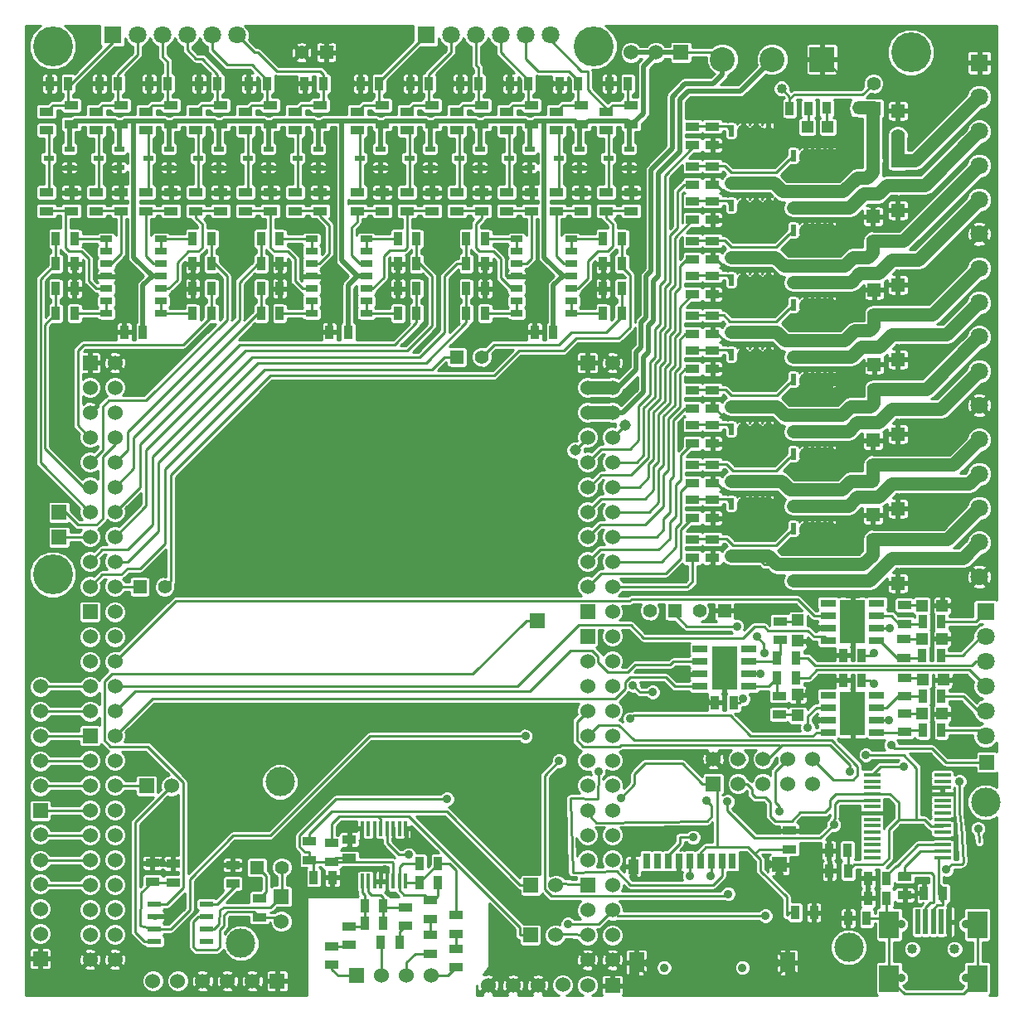
<source format=gtl>
G04 (created by PCBNEW (2013-07-07 BZR 4022)-stable) date 31/03/2014 14:52:44*
%MOIN*%
G04 Gerber Fmt 3.4, Leading zero omitted, Abs format*
%FSLAX34Y34*%
G01*
G70*
G90*
G04 APERTURE LIST*
%ADD10C,0.00590551*%
%ADD11R,0.06X0.06*%
%ADD12C,0.06*%
%ADD13R,0.035X0.055*%
%ADD14R,0.055X0.035*%
%ADD15R,0.0177X0.059*%
%ADD16R,0.0394X0.0236*%
%ADD17R,0.05X0.025*%
%ADD18R,0.055X0.055*%
%ADD19C,0.055*%
%ADD20C,0.16*%
%ADD21R,0.0708661X0.0708661*%
%ADD22C,0.0708661*%
%ADD23R,0.065X0.016*%
%ADD24R,0.02X0.1*%
%ADD25R,0.0787402X0.11*%
%ADD26C,0.04*%
%ADD27R,0.03X0.06*%
%ADD28R,0.04X0.06*%
%ADD29R,0.06X0.08*%
%ADD30C,0.035*%
%ADD31C,0.11811*%
%ADD32R,0.02X0.045*%
%ADD33R,0.1X0.1*%
%ADD34C,0.1*%
%ADD35R,0.038X0.05*%
%ADD36R,0.0472X0.0472*%
%ADD37C,0.045*%
%ADD38R,0.0551X0.0236*%
%ADD39R,0.1X0.175*%
%ADD40R,0.06X0.03*%
%ADD41C,0.01*%
%ADD42C,0.02*%
%ADD43C,0.0544016*%
G04 APERTURE END LIST*
G54D10*
G54D11*
X70000Y-71000D03*
G54D12*
X71000Y-71000D03*
X70000Y-72000D03*
X71000Y-72000D03*
X70000Y-73000D03*
X71000Y-73000D03*
X70000Y-74000D03*
X71000Y-74000D03*
G54D11*
X50000Y-60000D03*
G54D12*
X51000Y-60000D03*
X50000Y-61000D03*
X51000Y-61000D03*
X50000Y-62000D03*
X51000Y-62000D03*
X50000Y-63000D03*
X51000Y-63000D03*
X50000Y-64000D03*
X51000Y-64000D03*
G54D11*
X70000Y-60000D03*
G54D12*
X71000Y-60000D03*
G54D11*
X50000Y-64984D03*
G54D12*
X51000Y-64984D03*
X50000Y-65984D03*
X51000Y-65984D03*
X50000Y-66984D03*
X51000Y-66984D03*
X50000Y-67984D03*
X51000Y-67984D03*
X50000Y-68984D03*
X51000Y-68984D03*
X50000Y-69984D03*
X51000Y-69984D03*
X50000Y-70984D03*
X51000Y-70984D03*
X50000Y-71984D03*
X51000Y-71984D03*
X50000Y-72984D03*
X51000Y-72984D03*
X50000Y-73984D03*
X51000Y-73984D03*
G54D11*
X48000Y-73950D03*
G54D12*
X48000Y-72950D03*
X48000Y-71950D03*
X48000Y-70950D03*
X48000Y-70000D03*
X48000Y-68950D03*
G54D11*
X48000Y-68000D03*
G54D12*
X48000Y-67000D03*
X48000Y-66000D03*
X48000Y-65000D03*
X48000Y-64000D03*
X48000Y-63000D03*
G54D11*
X57525Y-74850D03*
G54D12*
X56525Y-74850D03*
X55525Y-74850D03*
X54525Y-74850D03*
X53525Y-74850D03*
X52525Y-74850D03*
G54D11*
X67725Y-71000D03*
G54D12*
X68725Y-71000D03*
G54D11*
X67700Y-73000D03*
G54D12*
X68700Y-73000D03*
G54D11*
X52274Y-67000D03*
G54D12*
X53274Y-67000D03*
G54D11*
X71000Y-75025D03*
G54D12*
X70000Y-75025D03*
X69000Y-75000D03*
X68000Y-75025D03*
X67000Y-75025D03*
X66000Y-75025D03*
G54D11*
X86050Y-66050D03*
G54D13*
X63241Y-70128D03*
X63991Y-70128D03*
X61041Y-72528D03*
X61791Y-72528D03*
G54D14*
X60416Y-69903D03*
X60416Y-69153D03*
X64716Y-74303D03*
X64716Y-73553D03*
X63666Y-73753D03*
X63666Y-73003D03*
G54D13*
X61691Y-73303D03*
X62441Y-73303D03*
G54D14*
X59716Y-74203D03*
X59716Y-73453D03*
X64716Y-72953D03*
X64716Y-72203D03*
X63666Y-72353D03*
X63666Y-71603D03*
X62666Y-72628D03*
X62666Y-71878D03*
X60416Y-73403D03*
X60416Y-72653D03*
G54D13*
X63991Y-70878D03*
X63241Y-70878D03*
X61041Y-71828D03*
X61791Y-71828D03*
G54D14*
X58825Y-69975D03*
X58825Y-69225D03*
X59716Y-69303D03*
X59716Y-70053D03*
G54D15*
X62691Y-68719D03*
X62441Y-68719D03*
X62191Y-68719D03*
X61941Y-68719D03*
X61691Y-68719D03*
X61441Y-68719D03*
X61191Y-68719D03*
X60941Y-68719D03*
X60941Y-70837D03*
X61191Y-70837D03*
X61441Y-70837D03*
X61691Y-70837D03*
X61941Y-70837D03*
X62191Y-70837D03*
X62441Y-70837D03*
X62691Y-70837D03*
G54D11*
X60716Y-74628D03*
G54D12*
X61716Y-74628D03*
X62716Y-74628D03*
X63716Y-74628D03*
G54D13*
X59741Y-70678D03*
X58991Y-70678D03*
G54D11*
X73750Y-37500D03*
G54D12*
X72750Y-37500D03*
X71750Y-37500D03*
G54D16*
X53166Y-42125D03*
X52334Y-41750D03*
X53166Y-41375D03*
X67666Y-42125D03*
X66834Y-41750D03*
X67666Y-41375D03*
X65666Y-42125D03*
X64834Y-41750D03*
X65666Y-41375D03*
X51166Y-42125D03*
X50334Y-41750D03*
X51166Y-41375D03*
X55166Y-42125D03*
X54334Y-41750D03*
X55166Y-41375D03*
X49166Y-42125D03*
X48334Y-41750D03*
X49166Y-41375D03*
X59166Y-42125D03*
X58334Y-41750D03*
X59166Y-41375D03*
X57166Y-42125D03*
X56334Y-41750D03*
X57166Y-41375D03*
X63666Y-42125D03*
X62834Y-41750D03*
X63666Y-41375D03*
X61666Y-42125D03*
X60834Y-41750D03*
X61666Y-41375D03*
G54D17*
X52850Y-48000D03*
X52850Y-47500D03*
X52850Y-47000D03*
X52850Y-46500D03*
X52850Y-46000D03*
X52850Y-45500D03*
X52850Y-45000D03*
X50650Y-45000D03*
X50650Y-45500D03*
X50650Y-46000D03*
X50650Y-46500D03*
X50650Y-47000D03*
X50650Y-47500D03*
X50650Y-48000D03*
X61100Y-48000D03*
X61100Y-47500D03*
X61100Y-47000D03*
X61100Y-46500D03*
X61100Y-46000D03*
X61100Y-45500D03*
X61100Y-45000D03*
X58900Y-45000D03*
X58900Y-45500D03*
X58900Y-46000D03*
X58900Y-46500D03*
X58900Y-47000D03*
X58900Y-47500D03*
X58900Y-48000D03*
X69350Y-48000D03*
X69350Y-47500D03*
X69350Y-47000D03*
X69350Y-46500D03*
X69350Y-46000D03*
X69350Y-45500D03*
X69350Y-45000D03*
X67150Y-45000D03*
X67150Y-45500D03*
X67150Y-46000D03*
X67150Y-46500D03*
X67150Y-47000D03*
X67150Y-47500D03*
X67150Y-48000D03*
G54D16*
X69666Y-42125D03*
X68834Y-41750D03*
X69666Y-41375D03*
X71666Y-42125D03*
X70834Y-41750D03*
X71666Y-41375D03*
G54D11*
X48750Y-57000D03*
X48750Y-56000D03*
G54D18*
X59500Y-37500D03*
G54D19*
X58500Y-37500D03*
G54D18*
X64750Y-49750D03*
G54D19*
X65750Y-49750D03*
G54D18*
X52000Y-59000D03*
G54D19*
X53000Y-59000D03*
G54D13*
X52125Y-48750D03*
X51375Y-48750D03*
X67875Y-48750D03*
X68625Y-48750D03*
X60375Y-48750D03*
X59625Y-48750D03*
X48625Y-47000D03*
X49375Y-47000D03*
X49375Y-48000D03*
X48625Y-48000D03*
X49125Y-38750D03*
X48375Y-38750D03*
X48625Y-46000D03*
X49375Y-46000D03*
X49375Y-45000D03*
X48625Y-45000D03*
X51125Y-38750D03*
X50375Y-38750D03*
X54875Y-46000D03*
X54125Y-46000D03*
X54125Y-45000D03*
X54875Y-45000D03*
X53125Y-38750D03*
X52375Y-38750D03*
X55125Y-38750D03*
X54375Y-38750D03*
X54125Y-48000D03*
X54875Y-48000D03*
X54875Y-47000D03*
X54125Y-47000D03*
G54D14*
X48250Y-43125D03*
X48250Y-43875D03*
X49250Y-39625D03*
X49250Y-40375D03*
X51250Y-43125D03*
X51250Y-43875D03*
X49250Y-43125D03*
X49250Y-43875D03*
X50250Y-43125D03*
X50250Y-43875D03*
X51250Y-39625D03*
X51250Y-40375D03*
X52250Y-43125D03*
X52250Y-43875D03*
X53250Y-39625D03*
X53250Y-40375D03*
X54250Y-43125D03*
X54250Y-43875D03*
X55250Y-39625D03*
X55250Y-40375D03*
G54D13*
X56875Y-47000D03*
X57625Y-47000D03*
G54D14*
X59250Y-39625D03*
X59250Y-40375D03*
X58250Y-43125D03*
X58250Y-43875D03*
X57250Y-39625D03*
X57250Y-40375D03*
X56250Y-43125D03*
X56250Y-43875D03*
X50250Y-39875D03*
X50250Y-40625D03*
X48250Y-39875D03*
X48250Y-40625D03*
G54D13*
X57125Y-38750D03*
X56375Y-38750D03*
X57625Y-48000D03*
X56875Y-48000D03*
X65125Y-47000D03*
X65875Y-47000D03*
X65875Y-48000D03*
X65125Y-48000D03*
X65625Y-38750D03*
X64875Y-38750D03*
X67625Y-38750D03*
X66875Y-38750D03*
X65875Y-45000D03*
X65125Y-45000D03*
X65125Y-46000D03*
X65875Y-46000D03*
G54D14*
X64750Y-43125D03*
X64750Y-43875D03*
X65750Y-43125D03*
X65750Y-43875D03*
X65750Y-39625D03*
X65750Y-40375D03*
X66750Y-43125D03*
X66750Y-43875D03*
X67750Y-43125D03*
X67750Y-43875D03*
X67750Y-39625D03*
X67750Y-40375D03*
X53250Y-43125D03*
X53250Y-43875D03*
X55250Y-43125D03*
X55250Y-43875D03*
X57250Y-43125D03*
X57250Y-43875D03*
X59250Y-43125D03*
X59250Y-43875D03*
G54D13*
X59375Y-38750D03*
X58625Y-38750D03*
G54D14*
X63750Y-43125D03*
X63750Y-43875D03*
X61750Y-43125D03*
X61750Y-43875D03*
G54D13*
X62375Y-45000D03*
X63125Y-45000D03*
X63125Y-46000D03*
X62375Y-46000D03*
G54D14*
X63750Y-39625D03*
X63750Y-40375D03*
X62750Y-43125D03*
X62750Y-43875D03*
X61750Y-39625D03*
X61750Y-40375D03*
X60750Y-43125D03*
X60750Y-43875D03*
G54D13*
X63125Y-47000D03*
X62375Y-47000D03*
X62375Y-48000D03*
X63125Y-48000D03*
X63625Y-38750D03*
X62875Y-38750D03*
X61625Y-38750D03*
X60875Y-38750D03*
G54D14*
X52250Y-39875D03*
X52250Y-40625D03*
X54250Y-39875D03*
X54250Y-40625D03*
X56250Y-39875D03*
X56250Y-40625D03*
X58250Y-39875D03*
X58250Y-40625D03*
X66750Y-39875D03*
X66750Y-40625D03*
X64750Y-39875D03*
X64750Y-40625D03*
X62750Y-39875D03*
X62750Y-40625D03*
X60750Y-39875D03*
X60750Y-40625D03*
G54D13*
X57625Y-45000D03*
X56875Y-45000D03*
X56875Y-46000D03*
X57625Y-46000D03*
X71375Y-46000D03*
X70625Y-46000D03*
X70625Y-45000D03*
X71375Y-45000D03*
X69625Y-38750D03*
X68875Y-38750D03*
X71625Y-38750D03*
X70875Y-38750D03*
X70625Y-48000D03*
X71375Y-48000D03*
X71375Y-47000D03*
X70625Y-47000D03*
G54D14*
X68750Y-43125D03*
X68750Y-43875D03*
X69750Y-43125D03*
X69750Y-43875D03*
X69750Y-39625D03*
X69750Y-40375D03*
X70750Y-43125D03*
X70750Y-43875D03*
X71750Y-43125D03*
X71750Y-43875D03*
X71750Y-39625D03*
X71750Y-40375D03*
X70750Y-39875D03*
X70750Y-40625D03*
X68750Y-39875D03*
X68750Y-40625D03*
G54D11*
X50000Y-49984D03*
G54D12*
X51000Y-49984D03*
X50000Y-50984D03*
X51000Y-50984D03*
X50000Y-51984D03*
X51000Y-51984D03*
X50000Y-52984D03*
X51000Y-52984D03*
X50000Y-53984D03*
X51000Y-53984D03*
X50000Y-54984D03*
X51000Y-54984D03*
X50000Y-55984D03*
X51000Y-55984D03*
X50000Y-56984D03*
X51000Y-56984D03*
X50000Y-57984D03*
X51000Y-57984D03*
X50000Y-58984D03*
X51000Y-58984D03*
G54D20*
X70250Y-37250D03*
X48500Y-58500D03*
X48500Y-37250D03*
G54D21*
X63500Y-36800D03*
G54D22*
X64500Y-36800D03*
X65500Y-36800D03*
X66500Y-36800D03*
X67500Y-36800D03*
X68500Y-36800D03*
G54D21*
X50900Y-36800D03*
G54D22*
X51900Y-36800D03*
X52900Y-36800D03*
X53900Y-36800D03*
X54900Y-36800D03*
X55900Y-36800D03*
G54D13*
X81275Y-71518D03*
X82025Y-71518D03*
G54D14*
X82750Y-71393D03*
X82750Y-70643D03*
G54D13*
X83525Y-71318D03*
X84275Y-71318D03*
X80475Y-70418D03*
X79725Y-70418D03*
X79699Y-69592D03*
X80449Y-69592D03*
X81275Y-70718D03*
X82025Y-70718D03*
X81225Y-72318D03*
X80475Y-72318D03*
G54D23*
X81433Y-68090D03*
X81433Y-68346D03*
X81433Y-68602D03*
X81433Y-68858D03*
X84267Y-67322D03*
X81433Y-67322D03*
X81433Y-67578D03*
X81433Y-67834D03*
X84267Y-69114D03*
X84267Y-68858D03*
X84267Y-68602D03*
X84267Y-68346D03*
X84267Y-68090D03*
X84267Y-67834D03*
X81433Y-69114D03*
X84267Y-67578D03*
X84267Y-67066D03*
X84267Y-66811D03*
X84267Y-66555D03*
X81433Y-66555D03*
X81433Y-66811D03*
X81433Y-67066D03*
X81433Y-69370D03*
X81433Y-69625D03*
X81433Y-69881D03*
X84267Y-69881D03*
X84267Y-69625D03*
X84267Y-69370D03*
G54D11*
X70000Y-60984D03*
G54D12*
X71000Y-60984D03*
X70000Y-61984D03*
X71000Y-61984D03*
X70000Y-62984D03*
X71000Y-62984D03*
X70000Y-63984D03*
X71000Y-63984D03*
X70000Y-64984D03*
X71000Y-64984D03*
X70000Y-65984D03*
X71000Y-65984D03*
X70000Y-66984D03*
X71000Y-66984D03*
X70000Y-67984D03*
X71000Y-67984D03*
X70000Y-68984D03*
X71000Y-68984D03*
X70000Y-69984D03*
X71000Y-69984D03*
G54D11*
X75050Y-66918D03*
G54D12*
X75050Y-65918D03*
X76050Y-66918D03*
X76050Y-65918D03*
X77050Y-66918D03*
X77050Y-65918D03*
X78050Y-66918D03*
X78050Y-65918D03*
X79050Y-66918D03*
X79050Y-65918D03*
G54D11*
X67969Y-60344D03*
G54D13*
X79100Y-72092D03*
X78350Y-72092D03*
G54D14*
X78125Y-69543D03*
X78125Y-68793D03*
G54D24*
X83270Y-72468D03*
X83585Y-72468D03*
X83900Y-72468D03*
X84214Y-72468D03*
X84529Y-72468D03*
G54D25*
X82128Y-74749D03*
X85671Y-74749D03*
X82128Y-72583D03*
X85671Y-72583D03*
G54D26*
X83050Y-73568D03*
X84750Y-73568D03*
G54D27*
X75832Y-70018D03*
X75399Y-70018D03*
X74966Y-70018D03*
X74533Y-70018D03*
X74100Y-70018D03*
X73666Y-70018D03*
X73233Y-70018D03*
X72800Y-70018D03*
X72367Y-70018D03*
G54D28*
X71837Y-70254D03*
G54D29*
X71974Y-74101D03*
X78037Y-74101D03*
G54D11*
X77714Y-70172D03*
G54D30*
X73076Y-74309D03*
X76225Y-74309D03*
G54D31*
X80500Y-73492D03*
X86000Y-67650D03*
G54D22*
X85750Y-58584D03*
X85750Y-57206D03*
G54D21*
X85750Y-37915D03*
G54D22*
X85750Y-39293D03*
X85750Y-40671D03*
X85750Y-42049D03*
X85750Y-43427D03*
X85750Y-44805D03*
X85750Y-46183D03*
X85750Y-47561D03*
X85750Y-48938D03*
X85750Y-50316D03*
X85750Y-51694D03*
X85750Y-53072D03*
X85750Y-54450D03*
X85750Y-55828D03*
G54D11*
X70000Y-49984D03*
G54D12*
X71000Y-49984D03*
X70000Y-50984D03*
X71000Y-50984D03*
X70000Y-51984D03*
X71000Y-51984D03*
X70000Y-52984D03*
X71000Y-52984D03*
X70000Y-53984D03*
X71000Y-53984D03*
X70000Y-54984D03*
X71000Y-54984D03*
X70000Y-55984D03*
X71000Y-55984D03*
X70000Y-56984D03*
X71000Y-56984D03*
X70000Y-57984D03*
X71000Y-57984D03*
X70000Y-58984D03*
X71000Y-58984D03*
G54D14*
X74225Y-40475D03*
X74225Y-41225D03*
X74225Y-42075D03*
X74225Y-42825D03*
X74225Y-43475D03*
X74225Y-44225D03*
X74225Y-45075D03*
X74225Y-45825D03*
X74225Y-46475D03*
X74225Y-47225D03*
X74225Y-48075D03*
X74225Y-48825D03*
G54D18*
X81474Y-53100D03*
G54D19*
X81474Y-54100D03*
G54D18*
X81474Y-44100D03*
G54D19*
X81474Y-45100D03*
G54D18*
X82474Y-52850D03*
G54D19*
X82474Y-51850D03*
G54D18*
X82474Y-43850D03*
G54D19*
X82474Y-42850D03*
G54D18*
X81525Y-50050D03*
G54D19*
X81525Y-51050D03*
G54D18*
X82474Y-39850D03*
G54D19*
X82474Y-40850D03*
G54D14*
X75025Y-47225D03*
X75025Y-46475D03*
X75025Y-48825D03*
X75025Y-48075D03*
X75025Y-44225D03*
X75025Y-43475D03*
X75025Y-45825D03*
X75025Y-45075D03*
X75025Y-42825D03*
X75025Y-42075D03*
X75025Y-41225D03*
X75025Y-40475D03*
G54D32*
X77275Y-48750D03*
X77275Y-46650D03*
X76775Y-48750D03*
X76275Y-48750D03*
X75775Y-48750D03*
X76775Y-46650D03*
X76275Y-46650D03*
X75775Y-46650D03*
X79775Y-49750D03*
X79775Y-47650D03*
X79275Y-49750D03*
X78775Y-49750D03*
X78275Y-49750D03*
X79275Y-47650D03*
X78775Y-47650D03*
X78275Y-47650D03*
X77275Y-45750D03*
X77275Y-43650D03*
X76775Y-45750D03*
X76275Y-45750D03*
X75775Y-45750D03*
X76775Y-43650D03*
X76275Y-43650D03*
X75775Y-43650D03*
X79775Y-43750D03*
X79775Y-41650D03*
X79275Y-43750D03*
X78775Y-43750D03*
X78275Y-43750D03*
X79275Y-41650D03*
X78775Y-41650D03*
X78275Y-41650D03*
X77275Y-42750D03*
X77275Y-40650D03*
X76775Y-42750D03*
X76275Y-42750D03*
X75775Y-42750D03*
X76775Y-40650D03*
X76275Y-40650D03*
X75775Y-40650D03*
X79775Y-46750D03*
X79775Y-44650D03*
X79275Y-46750D03*
X78775Y-46750D03*
X78275Y-46750D03*
X79275Y-44650D03*
X78775Y-44650D03*
X78275Y-44650D03*
X77275Y-54750D03*
X77275Y-52650D03*
X76775Y-54750D03*
X76275Y-54750D03*
X75775Y-54750D03*
X76775Y-52650D03*
X76275Y-52650D03*
X75775Y-52650D03*
X79775Y-58750D03*
X79775Y-56650D03*
X79275Y-58750D03*
X78775Y-58750D03*
X78275Y-58750D03*
X79275Y-56650D03*
X78775Y-56650D03*
X78275Y-56650D03*
X77275Y-57750D03*
X77275Y-55650D03*
X76775Y-57750D03*
X76275Y-57750D03*
X75775Y-57750D03*
X76775Y-55650D03*
X76275Y-55650D03*
X75775Y-55650D03*
X79775Y-55750D03*
X79775Y-53650D03*
X79275Y-55750D03*
X78775Y-55750D03*
X78275Y-55750D03*
X79275Y-53650D03*
X78775Y-53650D03*
X78275Y-53650D03*
X77275Y-51750D03*
X77275Y-49650D03*
X76775Y-51750D03*
X76275Y-51750D03*
X75775Y-51750D03*
X76775Y-49650D03*
X76275Y-49650D03*
X75775Y-49650D03*
X79775Y-52750D03*
X79775Y-50650D03*
X79275Y-52750D03*
X78775Y-52750D03*
X78275Y-52750D03*
X79275Y-50650D03*
X78775Y-50650D03*
X78275Y-50650D03*
G54D14*
X75025Y-57825D03*
X75025Y-57075D03*
X75025Y-56225D03*
X75025Y-55475D03*
X75025Y-53225D03*
X75025Y-52475D03*
X75025Y-54825D03*
X75025Y-54075D03*
X75025Y-50225D03*
X75025Y-49475D03*
X75025Y-51825D03*
X75025Y-51075D03*
G54D33*
X79425Y-37775D03*
G54D34*
X77425Y-37775D03*
X75425Y-37775D03*
G54D35*
X79610Y-39740D03*
X80900Y-39740D03*
G54D13*
X78125Y-39750D03*
X78875Y-39750D03*
G54D36*
X78837Y-40500D03*
X79663Y-40500D03*
G54D18*
X82474Y-46850D03*
G54D19*
X82474Y-45850D03*
G54D18*
X82474Y-55850D03*
G54D19*
X82474Y-54850D03*
G54D18*
X81525Y-47050D03*
G54D19*
X81525Y-48050D03*
G54D18*
X81474Y-56100D03*
G54D19*
X81474Y-57100D03*
G54D18*
X82474Y-49850D03*
G54D19*
X82474Y-48850D03*
G54D18*
X82474Y-58850D03*
G54D19*
X82474Y-57850D03*
G54D18*
X81525Y-39750D03*
G54D19*
X81500Y-38750D03*
G54D18*
X82474Y-41850D03*
G54D19*
X81474Y-41850D03*
G54D14*
X74225Y-49475D03*
X74225Y-50225D03*
X74225Y-51075D03*
X74225Y-51825D03*
X74225Y-52475D03*
X74225Y-53225D03*
X74225Y-54075D03*
X74225Y-54825D03*
X74225Y-55475D03*
X74225Y-56225D03*
X74225Y-57075D03*
X74225Y-57825D03*
G54D37*
X69500Y-53500D03*
X71500Y-52500D03*
G54D20*
X83000Y-37500D03*
G54D14*
X53337Y-70131D03*
X53337Y-70881D03*
X52512Y-70856D03*
X52512Y-70106D03*
X55737Y-70931D03*
X55737Y-70181D03*
G54D11*
X57688Y-71456D03*
G54D12*
X57688Y-72456D03*
G54D38*
X54687Y-71756D03*
X52587Y-71756D03*
X54687Y-72256D03*
X54687Y-72756D03*
X54687Y-73256D03*
X52587Y-72256D03*
X52587Y-72756D03*
X52587Y-73256D03*
G54D18*
X56712Y-70281D03*
G54D19*
X57712Y-70281D03*
G54D14*
X56812Y-71531D03*
X56812Y-72281D03*
G54D31*
X57637Y-66837D03*
X56062Y-73331D03*
G54D39*
X75500Y-62250D03*
G54D40*
X76475Y-63000D03*
X76475Y-62500D03*
X76475Y-62000D03*
X76475Y-61500D03*
X74525Y-63000D03*
X74525Y-62500D03*
X74525Y-62000D03*
X74525Y-61500D03*
G54D39*
X80650Y-64100D03*
G54D40*
X81625Y-64850D03*
X81625Y-64350D03*
X81625Y-63850D03*
X81625Y-63350D03*
X79675Y-64850D03*
X79675Y-64350D03*
X79675Y-63850D03*
X79675Y-63350D03*
G54D39*
X80650Y-60400D03*
G54D40*
X81625Y-61150D03*
X81625Y-60650D03*
X81625Y-60150D03*
X81625Y-59650D03*
X79675Y-61150D03*
X79675Y-60650D03*
X79675Y-60150D03*
X79675Y-59650D03*
G54D14*
X77700Y-64125D03*
X77700Y-63375D03*
G54D13*
X78375Y-62650D03*
X77625Y-62650D03*
G54D14*
X82750Y-62650D03*
X82750Y-63400D03*
X82725Y-61100D03*
X82725Y-61850D03*
G54D13*
X84200Y-61750D03*
X83450Y-61750D03*
X80275Y-62750D03*
X81025Y-62750D03*
X84225Y-60400D03*
X83475Y-60400D03*
G54D14*
X82750Y-59725D03*
X82750Y-60475D03*
G54D13*
X78375Y-61850D03*
X77625Y-61850D03*
G54D14*
X77750Y-60375D03*
X77750Y-61125D03*
G54D13*
X80275Y-61750D03*
X81025Y-61750D03*
X84225Y-63400D03*
X83475Y-63400D03*
X75125Y-63650D03*
X75875Y-63650D03*
X84225Y-64750D03*
X83475Y-64750D03*
G54D14*
X82750Y-64075D03*
X82750Y-64825D03*
G54D21*
X86000Y-60000D03*
G54D22*
X86000Y-61000D03*
X86000Y-62000D03*
X86000Y-63000D03*
X86000Y-64000D03*
X86000Y-65000D03*
G54D36*
X78450Y-64163D03*
X78450Y-63337D03*
X83487Y-62725D03*
X84313Y-62725D03*
X83437Y-61075D03*
X84263Y-61075D03*
X83437Y-59750D03*
X84263Y-59750D03*
X83437Y-64100D03*
X84263Y-64100D03*
X78450Y-60337D03*
X78450Y-61163D03*
G54D18*
X73500Y-59950D03*
G54D19*
X72500Y-59950D03*
G54D18*
X75500Y-59950D03*
G54D19*
X74500Y-59950D03*
G54D30*
X67500Y-65000D03*
X71335Y-67484D03*
X81195Y-65757D03*
G54D26*
X77800Y-38950D03*
G54D30*
X64356Y-67528D03*
X62802Y-69771D03*
X72621Y-63227D03*
X71831Y-62957D03*
X80550Y-66418D03*
X85700Y-68718D03*
X70434Y-66418D03*
X71707Y-64306D03*
X77156Y-72226D03*
X78850Y-64650D03*
X69209Y-72563D03*
X74250Y-69068D03*
X77700Y-68018D03*
X74950Y-70618D03*
X74100Y-70618D03*
X68863Y-65992D03*
X75651Y-71342D03*
X79900Y-68568D03*
X75625Y-67630D03*
X74798Y-67593D03*
X84425Y-70368D03*
X84950Y-66818D03*
X82700Y-66218D03*
X82200Y-65350D03*
X76000Y-60575D03*
X76800Y-61000D03*
X77125Y-61650D03*
X81500Y-61650D03*
X82150Y-60650D03*
X82100Y-64350D03*
X81500Y-62900D03*
X76250Y-63500D03*
X76950Y-62500D03*
X85200Y-74718D03*
X82600Y-74718D03*
X82600Y-72568D03*
X85200Y-72568D03*
X84000Y-73550D03*
X61850Y-70350D03*
X60216Y-70628D03*
X77400Y-68750D03*
X62679Y-69340D03*
X61429Y-69340D03*
X60466Y-68628D03*
X47950Y-38800D03*
X49950Y-38750D03*
X51950Y-38750D03*
X53950Y-38800D03*
X55950Y-38750D03*
X58200Y-38750D03*
X60500Y-38750D03*
X62500Y-38750D03*
X64500Y-38750D03*
X66500Y-38750D03*
X68500Y-38750D03*
X70450Y-38750D03*
X70650Y-46500D03*
X65850Y-46500D03*
X71650Y-42600D03*
X69650Y-42600D03*
X67650Y-42600D03*
X65650Y-42600D03*
X63650Y-42600D03*
X61650Y-42600D03*
X59150Y-42600D03*
X57150Y-42600D03*
X55150Y-42600D03*
X53150Y-42600D03*
X62350Y-46500D03*
X57600Y-46500D03*
X54100Y-46500D03*
X51150Y-42600D03*
X49150Y-42600D03*
X49400Y-46500D03*
X51374Y-46900D03*
X59625Y-46874D03*
X67874Y-46874D03*
X72400Y-74618D03*
X77600Y-74618D03*
X77600Y-73618D03*
X71850Y-70668D03*
X77300Y-70168D03*
X77700Y-70568D03*
X71800Y-74618D03*
X72400Y-74118D03*
X77600Y-74118D03*
X78300Y-74618D03*
X77100Y-73318D03*
X78400Y-72718D03*
X80450Y-69018D03*
X82500Y-69018D03*
G54D26*
X79000Y-38750D03*
X79750Y-38750D03*
X80500Y-38750D03*
X78500Y-38250D03*
X78500Y-37500D03*
X78250Y-36750D03*
X79000Y-36750D03*
X79750Y-36750D03*
X81500Y-37000D03*
X80500Y-37000D03*
X80500Y-38000D03*
X81000Y-37500D03*
X81500Y-38000D03*
X82500Y-39000D03*
X83250Y-39000D03*
X86000Y-36750D03*
X84500Y-36750D03*
X85250Y-37000D03*
X84750Y-37500D03*
X84750Y-38250D03*
X84250Y-38750D03*
X85250Y-38750D03*
X84750Y-39250D03*
X83750Y-39250D03*
X84250Y-39750D03*
X83250Y-39750D03*
X83750Y-40250D03*
X83250Y-40750D03*
X83200Y-43600D03*
X83000Y-47400D03*
X83400Y-47000D03*
X83800Y-46600D03*
X84200Y-46200D03*
X84600Y-45800D03*
X85000Y-45400D03*
X83600Y-50200D03*
X83600Y-49600D03*
X84200Y-49600D03*
X83000Y-50400D03*
X84600Y-55800D03*
X84000Y-55800D03*
X83400Y-55800D03*
X83800Y-56400D03*
X83200Y-56400D03*
X83200Y-58600D03*
X83600Y-59000D03*
X84000Y-58600D03*
X84400Y-59000D03*
X84800Y-58600D03*
X85200Y-59000D03*
X86200Y-59000D03*
X86200Y-58000D03*
X84600Y-53400D03*
X84000Y-53400D03*
X83400Y-53200D03*
X83600Y-52600D03*
X84200Y-52800D03*
X84600Y-52400D03*
X85000Y-52800D03*
X85200Y-52200D03*
X86200Y-52200D03*
X75500Y-58500D03*
X76000Y-58500D03*
X76500Y-58500D03*
X77000Y-58500D03*
X77750Y-59000D03*
X77250Y-59000D03*
X76750Y-59000D03*
X76250Y-59000D03*
X75750Y-59000D03*
X75250Y-59000D03*
X74750Y-59000D03*
X69250Y-58500D03*
X75000Y-58250D03*
X73750Y-58500D03*
X74250Y-39500D03*
X74750Y-39500D03*
X76750Y-44250D03*
X77250Y-44250D03*
X77500Y-44750D03*
X77000Y-44750D03*
X77750Y-44250D03*
X77750Y-47250D03*
X77500Y-47750D03*
X77250Y-47250D03*
X77250Y-50250D03*
X77500Y-50750D03*
X77750Y-50250D03*
X77250Y-53250D03*
X77500Y-53750D03*
X77750Y-53250D03*
X77750Y-56250D03*
X77500Y-56750D03*
X77250Y-56250D03*
X78250Y-57250D03*
X78750Y-57500D03*
X78250Y-54250D03*
X78750Y-54500D03*
X78250Y-51250D03*
X78750Y-51500D03*
X78250Y-48250D03*
X78750Y-48500D03*
X78250Y-45250D03*
X78750Y-45500D03*
X78250Y-42250D03*
X78750Y-42500D03*
X80750Y-56500D03*
X80250Y-56750D03*
X80750Y-57000D03*
X80750Y-57500D03*
X80250Y-57250D03*
X79250Y-57250D03*
X79750Y-57500D03*
X75750Y-56250D03*
X76000Y-56750D03*
X76250Y-56250D03*
X76500Y-56750D03*
X76750Y-56250D03*
X77000Y-56750D03*
X80750Y-53500D03*
X79250Y-54250D03*
X79750Y-54500D03*
X80250Y-54250D03*
X80750Y-54000D03*
X80250Y-53750D03*
X77000Y-53750D03*
X76750Y-53250D03*
X76250Y-53250D03*
X76500Y-53750D03*
X75750Y-53250D03*
X76000Y-53750D03*
X80750Y-50500D03*
X79250Y-51250D03*
X79750Y-51500D03*
X80250Y-51250D03*
X80750Y-51000D03*
X80250Y-50750D03*
X77000Y-50750D03*
X76750Y-50250D03*
X76250Y-50250D03*
X76500Y-50750D03*
X75750Y-50250D03*
X76000Y-50750D03*
X80750Y-47500D03*
X80250Y-47750D03*
X80750Y-48000D03*
X80250Y-48250D03*
X79250Y-48250D03*
X79750Y-48500D03*
X77000Y-47750D03*
X76750Y-47250D03*
X76250Y-47250D03*
X76500Y-47750D03*
X75750Y-47250D03*
X76000Y-47750D03*
X80750Y-44500D03*
X80250Y-44750D03*
X80750Y-45000D03*
X80250Y-45250D03*
X79250Y-45250D03*
X79750Y-45500D03*
X76250Y-44250D03*
X76500Y-44750D03*
X75750Y-44250D03*
X76000Y-44750D03*
X80250Y-41000D03*
X80250Y-40500D03*
X80750Y-40750D03*
X80250Y-41500D03*
X80750Y-41750D03*
X80250Y-42000D03*
X79250Y-42250D03*
X79750Y-42500D03*
X75500Y-40000D03*
X75250Y-39500D03*
X75750Y-39500D03*
X76250Y-39500D03*
X76750Y-39500D03*
X77250Y-39500D03*
X77500Y-40000D03*
X77000Y-40000D03*
X76500Y-40000D03*
X76000Y-40000D03*
X78250Y-41000D03*
X78250Y-40500D03*
X77750Y-40750D03*
X77750Y-41250D03*
X76750Y-41250D03*
X77250Y-41250D03*
X77500Y-41750D03*
X76000Y-41750D03*
X76500Y-41750D03*
X77000Y-41750D03*
X76250Y-41250D03*
X75750Y-41250D03*
G54D30*
X52888Y-70106D03*
X55762Y-72431D03*
X56612Y-70906D03*
X53112Y-72281D03*
X73100Y-60550D03*
X73300Y-61575D03*
X80400Y-63525D03*
X80900Y-63775D03*
X80400Y-64025D03*
X80900Y-64275D03*
X80400Y-64525D03*
X80900Y-64775D03*
X80900Y-61000D03*
X80400Y-60750D03*
X80875Y-60500D03*
X80400Y-60250D03*
X80875Y-60000D03*
X80375Y-59750D03*
X75750Y-62900D03*
X75250Y-62650D03*
X75750Y-62400D03*
X75250Y-62150D03*
X75750Y-61900D03*
X75250Y-61625D03*
X84750Y-61050D03*
X84800Y-62725D03*
X84750Y-64100D03*
X84700Y-59750D03*
X78950Y-61300D03*
X78900Y-63200D03*
X79850Y-62850D03*
X79850Y-61650D03*
X79200Y-60650D03*
X79200Y-64350D03*
X74000Y-62500D03*
X74750Y-63550D03*
G54D41*
X52587Y-72756D02*
X53243Y-72756D01*
X61250Y-65000D02*
X67500Y-65000D01*
X57250Y-69000D02*
X61250Y-65000D01*
X55750Y-69000D02*
X57250Y-69000D01*
X54000Y-70750D02*
X55750Y-69000D01*
X54000Y-72000D02*
X54000Y-70750D01*
X53243Y-72756D02*
X54000Y-72000D01*
X75050Y-66918D02*
X74619Y-66918D01*
X71335Y-67484D02*
X71884Y-66935D01*
X71884Y-66935D02*
X71884Y-66521D01*
X71884Y-66521D02*
X72307Y-66098D01*
X72307Y-66098D02*
X73800Y-66098D01*
X73800Y-66098D02*
X74619Y-66918D01*
X76900Y-69543D02*
X76712Y-69730D01*
X78125Y-69543D02*
X76900Y-69543D01*
X75225Y-67092D02*
X75050Y-66918D01*
X75225Y-69468D02*
X75225Y-67092D01*
G54D42*
X76150Y-39050D02*
X77425Y-37775D01*
X74050Y-39050D02*
X76150Y-39050D01*
X73700Y-39400D02*
X74050Y-39050D01*
X73700Y-41496D02*
X73700Y-39400D01*
X72850Y-42346D02*
X73700Y-41496D01*
X72850Y-46500D02*
X72850Y-42346D01*
X72650Y-46700D02*
X72850Y-46500D01*
X72650Y-48300D02*
X72650Y-46700D01*
X72450Y-48500D02*
X72650Y-48300D01*
X72450Y-49550D02*
X72450Y-48500D01*
X72250Y-49750D02*
X72450Y-49550D01*
X72250Y-51166D02*
X72250Y-49750D01*
X71432Y-51983D02*
X72250Y-51166D01*
X71000Y-51983D02*
X71432Y-51983D01*
G54D41*
X76450Y-69468D02*
X76712Y-69730D01*
X75250Y-69468D02*
X76450Y-69468D01*
X75225Y-69468D02*
X75250Y-69468D01*
X75250Y-69468D02*
X75225Y-69468D01*
X74533Y-69685D02*
X74533Y-70018D01*
X74750Y-69468D02*
X74533Y-69685D01*
X75225Y-69468D02*
X74750Y-69468D01*
X78350Y-72092D02*
X78350Y-72092D01*
X52525Y-72693D02*
X52587Y-72756D01*
X52300Y-72693D02*
X52525Y-72693D01*
G54D43*
X70999Y-51983D02*
X71000Y-51983D01*
G54D41*
X70999Y-51983D02*
X71000Y-51984D01*
X52512Y-70856D02*
X52512Y-70856D01*
X52012Y-72631D02*
X52300Y-72693D01*
X52062Y-71306D02*
X52012Y-72631D01*
X52512Y-70856D02*
X52062Y-71306D01*
X78125Y-69543D02*
X78125Y-69543D01*
X78000Y-71468D02*
X78000Y-72102D01*
X76950Y-70418D02*
X78000Y-71468D01*
X76950Y-69968D02*
X76950Y-70418D01*
X76712Y-69730D02*
X76950Y-69968D01*
X78100Y-72092D02*
X78350Y-72092D01*
X78000Y-72192D02*
X78100Y-72092D01*
X78000Y-72102D02*
X78000Y-72192D01*
G54D43*
X70000Y-51983D02*
X70000Y-51983D01*
X70000Y-51983D02*
X70999Y-51983D01*
G54D41*
X70000Y-51983D02*
X70000Y-51984D01*
X53362Y-70906D02*
X53350Y-70893D01*
X52537Y-70881D02*
X52512Y-70856D01*
X53337Y-70881D02*
X52537Y-70881D01*
X53350Y-70893D02*
X53337Y-70881D01*
X53350Y-70893D02*
X53337Y-70881D01*
X53350Y-70893D02*
X53350Y-70893D01*
X83232Y-66282D02*
X83232Y-68368D01*
X83232Y-66282D02*
X82707Y-65757D01*
X82707Y-65757D02*
X81195Y-65757D01*
X60191Y-70053D02*
X60416Y-69903D01*
X60341Y-69903D02*
X60191Y-70053D01*
G54D42*
X71825Y-40374D02*
X71750Y-40374D01*
X72250Y-39950D02*
X71825Y-40374D01*
X72250Y-38050D02*
X72250Y-39950D01*
X72750Y-37550D02*
X72250Y-38050D01*
X72750Y-37500D02*
X72750Y-37550D01*
X72750Y-37500D02*
X73750Y-37500D01*
X71750Y-37500D02*
X72750Y-37500D01*
X71666Y-40459D02*
X71750Y-40374D01*
X71666Y-41374D02*
X71666Y-40459D01*
X71625Y-40250D02*
X71750Y-40374D01*
X70050Y-40250D02*
X71625Y-40250D01*
X69925Y-40374D02*
X70050Y-40250D01*
X69750Y-40374D02*
X69925Y-40374D01*
X69666Y-41374D02*
X69666Y-40459D01*
G54D41*
X69666Y-40459D02*
X69750Y-40374D01*
G54D42*
X67666Y-41374D02*
X67666Y-40459D01*
G54D41*
X67666Y-40459D02*
X67750Y-40374D01*
G54D42*
X65666Y-41374D02*
X65666Y-40459D01*
G54D41*
X65666Y-40459D02*
X65750Y-40374D01*
G54D42*
X63666Y-41374D02*
X63666Y-40459D01*
G54D41*
X63666Y-40459D02*
X63750Y-40374D01*
G54D42*
X61666Y-41374D02*
X61666Y-40459D01*
G54D41*
X61666Y-40459D02*
X61750Y-40374D01*
G54D42*
X59166Y-41374D02*
X59166Y-40459D01*
G54D41*
X59166Y-40459D02*
X59250Y-40374D01*
G54D42*
X57166Y-41374D02*
X57166Y-40459D01*
G54D41*
X57166Y-40459D02*
X57250Y-40374D01*
G54D42*
X55166Y-41374D02*
X55166Y-40459D01*
G54D41*
X55166Y-40459D02*
X55250Y-40374D01*
G54D42*
X53166Y-41374D02*
X53166Y-40459D01*
G54D41*
X53166Y-40459D02*
X53250Y-40374D01*
G54D42*
X51166Y-41374D02*
X51166Y-40459D01*
G54D41*
X51166Y-40459D02*
X51250Y-40374D01*
G54D42*
X49166Y-41374D02*
X49166Y-40459D01*
X51000Y-40250D02*
X49374Y-40250D01*
G54D41*
X51125Y-40374D02*
X51000Y-40250D01*
X51250Y-40374D02*
X51125Y-40374D01*
X51374Y-40250D02*
X51250Y-40374D01*
X53125Y-40374D02*
X53000Y-40250D01*
X53250Y-40374D02*
X53125Y-40374D01*
X53374Y-40250D02*
X53250Y-40374D01*
G54D42*
X55000Y-40250D02*
X53374Y-40250D01*
G54D41*
X55125Y-40374D02*
X55000Y-40250D01*
X55250Y-40374D02*
X55125Y-40374D01*
X55374Y-40250D02*
X55250Y-40374D01*
G54D42*
X57000Y-40250D02*
X55374Y-40250D01*
G54D41*
X57125Y-40374D02*
X57000Y-40250D01*
X57250Y-40374D02*
X57125Y-40374D01*
X57374Y-40250D02*
X57250Y-40374D01*
G54D42*
X59000Y-40250D02*
X57374Y-40250D01*
G54D41*
X59125Y-40374D02*
X59000Y-40250D01*
X59250Y-40374D02*
X59125Y-40374D01*
G54D42*
X60750Y-46500D02*
X61100Y-46500D01*
X60125Y-45874D02*
X60750Y-46500D01*
X60125Y-40250D02*
X60125Y-45874D01*
G54D41*
X60125Y-40250D02*
X60250Y-40250D01*
X61625Y-40374D02*
X61500Y-40250D01*
X61750Y-40374D02*
X61625Y-40374D01*
G54D42*
X61500Y-40250D02*
X60250Y-40250D01*
G54D41*
X61874Y-40250D02*
X61750Y-40374D01*
G54D42*
X63500Y-40250D02*
X61874Y-40250D01*
G54D41*
X63625Y-40374D02*
X63500Y-40250D01*
X63750Y-40374D02*
X63625Y-40374D01*
X63874Y-40250D02*
X63750Y-40374D01*
G54D42*
X65500Y-40250D02*
X63874Y-40250D01*
G54D41*
X65625Y-40374D02*
X65500Y-40250D01*
X65750Y-40374D02*
X65625Y-40374D01*
X65874Y-40250D02*
X65750Y-40374D01*
G54D42*
X67500Y-40250D02*
X65874Y-40250D01*
G54D41*
X67625Y-40374D02*
X67500Y-40250D01*
X67750Y-40374D02*
X67625Y-40374D01*
X67874Y-40250D02*
X67750Y-40374D01*
X69625Y-40374D02*
X69500Y-40250D01*
X69750Y-40374D02*
X69625Y-40374D01*
G54D42*
X71216Y-50983D02*
X71000Y-50983D01*
X71950Y-50250D02*
X71216Y-50983D01*
X71950Y-49550D02*
X71950Y-50250D01*
X72150Y-49350D02*
X71950Y-49550D01*
X72150Y-48350D02*
X72150Y-49350D01*
X72350Y-48150D02*
X72150Y-48350D01*
X72350Y-46500D02*
X72350Y-48150D01*
X72550Y-46300D02*
X72350Y-46500D01*
X72550Y-42222D02*
X72550Y-46300D01*
X73400Y-41372D02*
X72550Y-42222D01*
X73400Y-39275D02*
X73400Y-41372D01*
X73925Y-38750D02*
X73400Y-39275D01*
X75050Y-38750D02*
X73925Y-38750D01*
X75425Y-38375D02*
X75050Y-38750D01*
X75425Y-37775D02*
X75425Y-38375D01*
G54D41*
X82500Y-68368D02*
X82500Y-68351D01*
X82483Y-68351D02*
X82500Y-68351D01*
X82516Y-68351D02*
X82500Y-68368D01*
X82500Y-68351D02*
X82516Y-68351D01*
G54D42*
X69500Y-40250D02*
X68250Y-40250D01*
X68250Y-40250D02*
X67874Y-40250D01*
X60250Y-40250D02*
X60125Y-40250D01*
X59374Y-40250D02*
X59250Y-40374D01*
X60125Y-40250D02*
X59374Y-40250D01*
X60750Y-46500D02*
X61100Y-46500D01*
X53000Y-40250D02*
X51750Y-40250D01*
X51750Y-40250D02*
X51374Y-40250D01*
X68250Y-45750D02*
X69000Y-46500D01*
X68250Y-40250D02*
X68250Y-45750D01*
X69000Y-46500D02*
X69350Y-46500D01*
X69000Y-46500D02*
X69350Y-46500D01*
X51750Y-45750D02*
X52500Y-46500D01*
X51750Y-40250D02*
X51750Y-45750D01*
X52500Y-46500D02*
X52850Y-46500D01*
X52500Y-46500D02*
X52850Y-46500D01*
G54D41*
X59716Y-70053D02*
X60191Y-70053D01*
X62191Y-70103D02*
X62191Y-70470D01*
X62141Y-70053D02*
X62191Y-70103D01*
X60191Y-70053D02*
X62141Y-70053D01*
X62191Y-70470D02*
X62191Y-70837D01*
X62191Y-70470D02*
X62191Y-70837D01*
X62191Y-70470D02*
X62191Y-70470D01*
G54D42*
X60374Y-48750D02*
X60374Y-48457D01*
X60374Y-46874D02*
X60750Y-46500D01*
X60374Y-48457D02*
X60374Y-46874D01*
G54D41*
X60375Y-48457D02*
X60375Y-48750D01*
X60374Y-48457D02*
X60375Y-48457D01*
X82153Y-67322D02*
X81432Y-67322D01*
X82500Y-67668D02*
X82153Y-67322D01*
X82500Y-68351D02*
X82500Y-67668D01*
X76400Y-66918D02*
X76050Y-66918D01*
X76600Y-67118D02*
X76400Y-66918D01*
X76600Y-67318D02*
X76600Y-67118D01*
X76750Y-67468D02*
X76600Y-67318D01*
X77150Y-67468D02*
X76750Y-67468D01*
X77350Y-67668D02*
X77150Y-67468D01*
X77350Y-68218D02*
X77350Y-67668D01*
X77550Y-68418D02*
X77350Y-68218D01*
X78200Y-68418D02*
X77550Y-68418D01*
X78550Y-68068D02*
X78200Y-68418D01*
X79550Y-68068D02*
X78550Y-68068D01*
X79750Y-67868D02*
X79550Y-68068D01*
X79750Y-67568D02*
X79750Y-67868D01*
X79996Y-67322D02*
X79750Y-67568D01*
X81432Y-67322D02*
X79996Y-67322D01*
X81432Y-67322D02*
X81432Y-67322D01*
G54D43*
X70999Y-50983D02*
X71000Y-50983D01*
G54D41*
X70999Y-50983D02*
X71000Y-50984D01*
X80462Y-69605D02*
X80449Y-69592D01*
X80462Y-69605D02*
X80450Y-69592D01*
X84267Y-68602D02*
X84266Y-68602D01*
X84266Y-68602D02*
X84266Y-68601D01*
X82100Y-68768D02*
X82100Y-68918D01*
X82500Y-68368D02*
X82100Y-68768D01*
X82100Y-68918D02*
X82100Y-68968D01*
X71666Y-41374D02*
X71666Y-41374D01*
X71665Y-41375D02*
X71666Y-41374D01*
X69666Y-41374D02*
X69666Y-41374D01*
X69665Y-41375D02*
X69666Y-41374D01*
X61666Y-41374D02*
X61666Y-41374D01*
X61665Y-41375D02*
X61666Y-41374D01*
X63666Y-41374D02*
X63666Y-41374D01*
X63665Y-41375D02*
X63666Y-41374D01*
X57166Y-41374D02*
X57166Y-41374D01*
X57165Y-41375D02*
X57166Y-41374D01*
X59166Y-41374D02*
X59166Y-41374D01*
X59165Y-41375D02*
X59166Y-41374D01*
X49166Y-41374D02*
X49166Y-41374D01*
X49165Y-41375D02*
X49166Y-41374D01*
X55166Y-41374D02*
X55166Y-41374D01*
X55165Y-41375D02*
X55166Y-41374D01*
X51166Y-41374D02*
X51166Y-41374D01*
X51165Y-41375D02*
X51166Y-41374D01*
X65666Y-41374D02*
X65666Y-41374D01*
X65665Y-41375D02*
X65666Y-41374D01*
X67666Y-41374D02*
X67666Y-41374D01*
X67665Y-41375D02*
X67666Y-41374D01*
X53166Y-41374D02*
X53166Y-41374D01*
X53165Y-41375D02*
X53166Y-41374D01*
X58979Y-70665D02*
X58991Y-70678D01*
X58991Y-70678D02*
X58979Y-70665D01*
X78125Y-39749D02*
X78125Y-39374D01*
X78125Y-39750D02*
X78125Y-39749D01*
X78300Y-39200D02*
X78125Y-39374D01*
X81050Y-39200D02*
X78300Y-39200D01*
X81500Y-38750D02*
X81050Y-39200D01*
X78125Y-39275D02*
X77800Y-38950D01*
X78125Y-39374D02*
X78125Y-39275D01*
X80474Y-70418D02*
X80474Y-70018D01*
X80725Y-70168D02*
X80474Y-70418D01*
X81850Y-70168D02*
X80725Y-70168D01*
X82100Y-69918D02*
X81850Y-70168D01*
X82100Y-68968D02*
X82100Y-69918D01*
X80474Y-69618D02*
X80462Y-69605D01*
X80474Y-70018D02*
X80474Y-69618D01*
X80475Y-70018D02*
X80475Y-70418D01*
X80474Y-70018D02*
X80475Y-70018D01*
X82500Y-68368D02*
X83232Y-68368D01*
X84251Y-68618D02*
X84266Y-68602D01*
X83800Y-68618D02*
X84251Y-68618D01*
X83550Y-68368D02*
X83800Y-68618D01*
X83232Y-68368D02*
X83550Y-68368D01*
X71750Y-40375D02*
X71750Y-40374D01*
X69750Y-40375D02*
X69750Y-40374D01*
X61750Y-40375D02*
X61750Y-40374D01*
X63750Y-40375D02*
X63750Y-40374D01*
X67750Y-40375D02*
X67750Y-40374D01*
X65750Y-40375D02*
X65750Y-40374D01*
X57250Y-40375D02*
X57250Y-40374D01*
X59250Y-40375D02*
X59250Y-40374D01*
X55250Y-40375D02*
X55250Y-40374D01*
X53250Y-40375D02*
X53250Y-40374D01*
X51250Y-40375D02*
X51250Y-40374D01*
X49250Y-40375D02*
X49249Y-40374D01*
X49250Y-40374D02*
X49249Y-40374D01*
X49374Y-40250D02*
X49250Y-40374D01*
X49249Y-40374D02*
X49166Y-40459D01*
G54D42*
X68625Y-48750D02*
X68625Y-48457D01*
X68625Y-46874D02*
X69000Y-46500D01*
X68625Y-48457D02*
X68625Y-46874D01*
G54D41*
X68625Y-48457D02*
X68625Y-48750D01*
X68625Y-48457D02*
X68625Y-48457D01*
G54D42*
X52125Y-48750D02*
X52125Y-48457D01*
X52125Y-46874D02*
X52500Y-46500D01*
X52125Y-48457D02*
X52125Y-46874D01*
G54D41*
X52125Y-48457D02*
X52125Y-48750D01*
X52125Y-48457D02*
X52125Y-48457D01*
X75159Y-37500D02*
X75294Y-37635D01*
X73750Y-37500D02*
X75159Y-37500D01*
X75294Y-37635D02*
X75429Y-37770D01*
X75425Y-37765D02*
X75425Y-37775D01*
X75294Y-37635D02*
X75425Y-37765D01*
X59866Y-69903D02*
X59791Y-69978D01*
X60341Y-69903D02*
X59866Y-69903D01*
X59791Y-69978D02*
X59716Y-70053D01*
X59791Y-69978D02*
X59716Y-70053D01*
X59791Y-69978D02*
X59791Y-69978D01*
X60379Y-69903D02*
X60341Y-69903D01*
X60379Y-69903D02*
X60341Y-69903D01*
X60416Y-69903D02*
X60379Y-69903D01*
X60416Y-69903D02*
X60379Y-69903D01*
X58966Y-70653D02*
X58966Y-70053D01*
X58979Y-70665D02*
X58966Y-70653D01*
X58966Y-70053D02*
X59716Y-70053D01*
X58887Y-69975D02*
X58825Y-69975D01*
X58966Y-70053D02*
X58887Y-69975D01*
X59879Y-67528D02*
X64356Y-67528D01*
X58420Y-68988D02*
X59879Y-67528D01*
X58420Y-69455D02*
X58420Y-68988D01*
X58634Y-69669D02*
X58420Y-69455D01*
X58825Y-69669D02*
X58634Y-69669D01*
X58825Y-69975D02*
X58825Y-69669D01*
G54D43*
X70000Y-50983D02*
X70000Y-50983D01*
X70000Y-50983D02*
X70999Y-50983D01*
G54D41*
X70000Y-50983D02*
X70000Y-50984D01*
X60416Y-69903D02*
X60416Y-69903D01*
X60416Y-69903D02*
X60416Y-69903D01*
X60416Y-69903D02*
X60416Y-69903D01*
X60416Y-69903D02*
X60416Y-69903D01*
X60416Y-69903D02*
X60416Y-69903D01*
X60416Y-69903D02*
X60416Y-69903D01*
X59716Y-69303D02*
X59716Y-69303D01*
X61691Y-68719D02*
X61691Y-68536D01*
X61691Y-68536D02*
X61691Y-68719D01*
X61691Y-68536D02*
X61691Y-68536D01*
X61691Y-68353D02*
X61566Y-68228D01*
X61691Y-68536D02*
X61691Y-68353D01*
X59716Y-68528D02*
X59716Y-69303D01*
X60016Y-68228D02*
X59716Y-68528D01*
X61566Y-68228D02*
X60016Y-68228D01*
X67269Y-72677D02*
X67269Y-73000D01*
X62820Y-68228D02*
X67269Y-72677D01*
X61566Y-68228D02*
X62820Y-68228D01*
X67700Y-73000D02*
X67269Y-73000D01*
X59966Y-74628D02*
X60716Y-74628D01*
X59716Y-74378D02*
X59966Y-74628D01*
X59716Y-74203D02*
X59716Y-74378D01*
X59716Y-74203D02*
X59716Y-74203D01*
X61716Y-73328D02*
X61704Y-73315D01*
X61716Y-74628D02*
X61716Y-73328D01*
X61704Y-73315D02*
X61691Y-73303D01*
X61703Y-73315D02*
X61691Y-73303D01*
X61704Y-73315D02*
X61703Y-73315D01*
X54688Y-72256D02*
X54687Y-72256D01*
X56702Y-72171D02*
X56812Y-72281D01*
X56592Y-72061D02*
X56702Y-72171D01*
X55537Y-72061D02*
X56592Y-72061D01*
X55392Y-72206D02*
X55537Y-72061D01*
X55388Y-72206D02*
X55392Y-72206D01*
X55388Y-72631D02*
X55388Y-72206D01*
X55212Y-72806D02*
X55388Y-72631D01*
X55212Y-73481D02*
X55212Y-72806D01*
X55088Y-73606D02*
X55212Y-73481D01*
X54288Y-73606D02*
X55088Y-73606D01*
X54162Y-73481D02*
X54288Y-73606D01*
X54162Y-72456D02*
X54162Y-73481D01*
X54362Y-72256D02*
X54162Y-72456D01*
X54687Y-72256D02*
X54362Y-72256D01*
X57512Y-72281D02*
X57688Y-72456D01*
X56812Y-72281D02*
X57512Y-72281D01*
X56702Y-72171D02*
X56812Y-72281D01*
X57712Y-71431D02*
X57688Y-71456D01*
X57712Y-70281D02*
X57712Y-71431D01*
X54988Y-72756D02*
X54688Y-72756D01*
X55188Y-72556D02*
X54988Y-72756D01*
X55212Y-72006D02*
X55188Y-72556D01*
X55392Y-71881D02*
X55212Y-72006D01*
X57262Y-71881D02*
X55392Y-71881D01*
X57688Y-71456D02*
X57262Y-71881D01*
X54688Y-72756D02*
X54687Y-72756D01*
X51814Y-68460D02*
X53274Y-67000D01*
X51814Y-72888D02*
X51814Y-68460D01*
X52182Y-73256D02*
X51814Y-72888D01*
X52587Y-73256D02*
X52182Y-73256D01*
X65383Y-62500D02*
X67539Y-60344D01*
X50868Y-62500D02*
X65383Y-62500D01*
X50569Y-62798D02*
X50868Y-62500D01*
X50569Y-65173D02*
X50569Y-62798D01*
X50810Y-65414D02*
X50569Y-65173D01*
X52307Y-65414D02*
X50810Y-65414D01*
X53745Y-66852D02*
X52307Y-65414D01*
X53745Y-71108D02*
X53745Y-66852D01*
X53097Y-71756D02*
X53745Y-71108D01*
X52587Y-71756D02*
X53097Y-71756D01*
X67969Y-60344D02*
X67539Y-60344D01*
X62415Y-69771D02*
X62802Y-69771D01*
X61941Y-69297D02*
X62415Y-69771D01*
X61941Y-68719D02*
X61941Y-69297D01*
X64334Y-68039D02*
X67295Y-71000D01*
X59705Y-68039D02*
X64334Y-68039D01*
X58825Y-68919D02*
X59705Y-68039D01*
X58825Y-69225D02*
X58825Y-68919D01*
X67725Y-71000D02*
X67295Y-71000D01*
X64391Y-74628D02*
X64716Y-74303D01*
X63716Y-74628D02*
X64391Y-74628D01*
X64716Y-74303D02*
X64716Y-74303D01*
X62716Y-74628D02*
X62941Y-74628D01*
X63066Y-73753D02*
X63666Y-73753D01*
X62716Y-74103D02*
X63066Y-73753D01*
X62716Y-74628D02*
X62716Y-74103D01*
X63666Y-73753D02*
X63666Y-73753D01*
X63666Y-73753D02*
X63666Y-73753D01*
X76175Y-65968D02*
X76175Y-65918D01*
X76300Y-65968D02*
X76175Y-65968D01*
X76175Y-65968D02*
X76050Y-65968D01*
X76050Y-65918D02*
X76175Y-65918D01*
X76175Y-65918D02*
X76300Y-65918D01*
X72101Y-63227D02*
X72621Y-63227D01*
X71831Y-62957D02*
X72101Y-63227D01*
X80451Y-66418D02*
X80550Y-66418D01*
X77250Y-65918D02*
X77757Y-65410D01*
X77050Y-65918D02*
X77250Y-65918D01*
X80550Y-66168D02*
X80550Y-66418D01*
X79750Y-65368D02*
X80550Y-66168D01*
X77800Y-65368D02*
X79750Y-65368D01*
X77757Y-65410D02*
X77800Y-65368D01*
X69569Y-64414D02*
X70000Y-63984D01*
X69569Y-65170D02*
X69569Y-64414D01*
X69822Y-65423D02*
X69569Y-65170D01*
X71279Y-65423D02*
X69822Y-65423D01*
X71340Y-65362D02*
X71279Y-65423D01*
X77709Y-65362D02*
X71340Y-65362D01*
X77757Y-65410D02*
X77709Y-65362D01*
X85700Y-68718D02*
X85750Y-69268D01*
X70437Y-64546D02*
X70000Y-64984D01*
X71242Y-64546D02*
X70437Y-64546D01*
X71867Y-65171D02*
X71242Y-64546D01*
X79822Y-65171D02*
X71867Y-65171D01*
X80861Y-66211D02*
X79822Y-65171D01*
X80861Y-66561D02*
X80861Y-66211D01*
X80680Y-66742D02*
X80861Y-66561D01*
X79874Y-66742D02*
X80680Y-66742D01*
X79050Y-65918D02*
X79874Y-66742D01*
X69325Y-67500D02*
X70425Y-67525D01*
X70425Y-67525D02*
X70434Y-66418D01*
X69400Y-70475D02*
X69325Y-67500D01*
X71176Y-70434D02*
X69400Y-70475D01*
X71720Y-70978D02*
X71176Y-70434D01*
X75034Y-70978D02*
X71720Y-70978D01*
X75399Y-70614D02*
X75034Y-70978D01*
X75399Y-70018D02*
X75399Y-70614D01*
X84225Y-60400D02*
X85600Y-60400D01*
X85600Y-60400D02*
X86000Y-60000D01*
X85950Y-60950D02*
X86000Y-61000D01*
X84200Y-61750D02*
X85075Y-61750D01*
X85825Y-61000D02*
X86000Y-61000D01*
X85075Y-61750D02*
X85825Y-61000D01*
X85840Y-62159D02*
X86000Y-62000D01*
X86000Y-62000D02*
X85600Y-62000D01*
X78850Y-61850D02*
X78375Y-61850D01*
X79159Y-62159D02*
X78850Y-61850D01*
X85440Y-62159D02*
X79159Y-62159D01*
X85600Y-62000D02*
X85440Y-62159D01*
X78375Y-62650D02*
X78900Y-62650D01*
X85340Y-62340D02*
X86000Y-63000D01*
X79210Y-62340D02*
X85340Y-62340D01*
X78900Y-62650D02*
X79210Y-62340D01*
X84225Y-63400D02*
X85100Y-63400D01*
X85700Y-64000D02*
X86000Y-64000D01*
X85100Y-63400D02*
X85700Y-64000D01*
X84225Y-64750D02*
X85750Y-64750D01*
X85750Y-64750D02*
X86000Y-65000D01*
X69653Y-60540D02*
X71740Y-60540D01*
X69653Y-60540D02*
X67193Y-63000D01*
X51000Y-63000D02*
X67193Y-63000D01*
X79525Y-61000D02*
X79675Y-61150D01*
X79100Y-61000D02*
X79525Y-61000D01*
X78850Y-60750D02*
X79100Y-61000D01*
X77250Y-60750D02*
X78850Y-60750D01*
X77100Y-60600D02*
X77250Y-60750D01*
X76700Y-60600D02*
X77100Y-60600D01*
X76250Y-61050D02*
X76700Y-60600D01*
X72250Y-61050D02*
X76250Y-61050D01*
X71740Y-60540D02*
X72250Y-61050D01*
X72344Y-62122D02*
X73327Y-62122D01*
X72344Y-62122D02*
X71914Y-62122D01*
X71914Y-62122D02*
X71621Y-62414D01*
X71621Y-62414D02*
X70815Y-62414D01*
X70815Y-62414D02*
X70430Y-62028D01*
X70430Y-62028D02*
X70430Y-61805D01*
X70430Y-61805D02*
X70178Y-61553D01*
X70178Y-61553D02*
X69303Y-61553D01*
X69303Y-61553D02*
X67677Y-63180D01*
X67677Y-63180D02*
X51819Y-63180D01*
X51000Y-64000D02*
X51819Y-63180D01*
X73450Y-62000D02*
X74525Y-62000D01*
X73327Y-62122D02*
X73450Y-62000D01*
X71700Y-59555D02*
X71700Y-59550D01*
X79100Y-60150D02*
X79675Y-60150D01*
X78450Y-59500D02*
X79100Y-60150D01*
X71750Y-59500D02*
X78450Y-59500D01*
X71700Y-59550D02*
X71750Y-59500D01*
X53444Y-59555D02*
X51000Y-62000D01*
X71700Y-59555D02*
X53444Y-59555D01*
X74525Y-63000D02*
X73500Y-63000D01*
X72012Y-62634D02*
X71723Y-62634D01*
X71723Y-62634D02*
X71526Y-62830D01*
X71526Y-62830D02*
X71526Y-63084D01*
X71526Y-63084D02*
X71126Y-63484D01*
X71126Y-63484D02*
X52500Y-63484D01*
X52500Y-63484D02*
X51000Y-64984D01*
X72344Y-62634D02*
X72012Y-62634D01*
X73134Y-62634D02*
X72344Y-62634D01*
X73500Y-63000D02*
X73134Y-62634D01*
X79675Y-64850D02*
X79200Y-64850D01*
X75735Y-64164D02*
X71849Y-64164D01*
X71849Y-64164D02*
X71707Y-64306D01*
X76562Y-64991D02*
X75735Y-64164D01*
X79058Y-64991D02*
X76562Y-64991D01*
X79200Y-64850D02*
X79058Y-64991D01*
X71000Y-73000D02*
X71074Y-73000D01*
X79675Y-63850D02*
X79200Y-63850D01*
X77156Y-72226D02*
X71226Y-72226D01*
X71226Y-72226D02*
X71000Y-72000D01*
X78850Y-64200D02*
X78850Y-64650D01*
X79200Y-63850D02*
X78850Y-64200D01*
X70436Y-72563D02*
X71000Y-72000D01*
X69209Y-72563D02*
X70436Y-72563D01*
G54D43*
X75774Y-42750D02*
X75775Y-42750D01*
X75775Y-42750D02*
X76275Y-42750D01*
X76275Y-42750D02*
X76775Y-42750D01*
X76775Y-42750D02*
X77275Y-42750D01*
X81474Y-42325D02*
X81474Y-41850D01*
X81250Y-42550D02*
X81474Y-42325D01*
X80839Y-42550D02*
X81250Y-42550D01*
X80283Y-43105D02*
X80839Y-42550D01*
X77855Y-43105D02*
X80283Y-43105D01*
X77500Y-42750D02*
X77855Y-43105D01*
X77275Y-42750D02*
X77500Y-42750D01*
G54D41*
X81520Y-39745D02*
X81525Y-39750D01*
G54D43*
X81474Y-39800D02*
X81474Y-41850D01*
X81525Y-39750D02*
X81474Y-39800D01*
X81520Y-39745D02*
X81525Y-39750D01*
X80900Y-39740D02*
X80900Y-39740D01*
X81514Y-39740D02*
X81520Y-39745D01*
X80900Y-39740D02*
X81514Y-39740D01*
G54D41*
X80900Y-39740D02*
X80900Y-39740D01*
G54D43*
X83193Y-41850D02*
X85750Y-39293D01*
X82474Y-41850D02*
X83193Y-41850D01*
X82474Y-40850D02*
X82474Y-41850D01*
G54D41*
X70000Y-53983D02*
X70000Y-53983D01*
X70000Y-53983D02*
X70000Y-53984D01*
X74225Y-41325D02*
X74225Y-41225D01*
X73100Y-42450D02*
X74225Y-41325D01*
X73100Y-46667D02*
X73100Y-42450D01*
X72900Y-46867D02*
X73100Y-46667D01*
X72900Y-48435D02*
X72900Y-46867D01*
X72700Y-48635D02*
X72900Y-48435D01*
X72700Y-49751D02*
X72700Y-48635D01*
X72500Y-49951D02*
X72700Y-49751D01*
X72500Y-51270D02*
X72500Y-49951D01*
X72050Y-51720D02*
X72500Y-51270D01*
X72050Y-53100D02*
X72050Y-51720D01*
X71700Y-53450D02*
X72050Y-53100D01*
X70550Y-53450D02*
X71700Y-53450D01*
X70016Y-53983D02*
X70550Y-53450D01*
X70000Y-53983D02*
X70016Y-53983D01*
X74225Y-41225D02*
X74225Y-41225D01*
G54D43*
X83571Y-42850D02*
X85750Y-40671D01*
X82474Y-42850D02*
X83571Y-42850D01*
X78274Y-43750D02*
X78275Y-43750D01*
X78275Y-43750D02*
X78775Y-43750D01*
X78775Y-43750D02*
X79275Y-43750D01*
X79275Y-43750D02*
X79775Y-43750D01*
X82050Y-42850D02*
X82474Y-42850D01*
X81700Y-43200D02*
X82050Y-42850D01*
X81100Y-43200D02*
X81700Y-43200D01*
X80550Y-43750D02*
X81100Y-43200D01*
X79775Y-43750D02*
X80550Y-43750D01*
G54D41*
X71000Y-53983D02*
X71000Y-53983D01*
X73874Y-42825D02*
X74225Y-42825D01*
X73600Y-43100D02*
X73874Y-42825D01*
X73600Y-44567D02*
X73600Y-43100D01*
X73300Y-44867D02*
X73600Y-44567D01*
X73300Y-46750D02*
X73300Y-44867D01*
X73100Y-46950D02*
X73300Y-46750D01*
X73100Y-48518D02*
X73100Y-46950D01*
X72900Y-48718D02*
X73100Y-48518D01*
X72900Y-49834D02*
X72900Y-48718D01*
X72700Y-50034D02*
X72900Y-49834D01*
X72700Y-51352D02*
X72700Y-50034D01*
X72250Y-51802D02*
X72700Y-51352D01*
X72250Y-53701D02*
X72250Y-51802D01*
X71967Y-53983D02*
X72250Y-53701D01*
X71000Y-53983D02*
X71967Y-53983D01*
X71000Y-53983D02*
X71000Y-53984D01*
X74225Y-42825D02*
X74225Y-42825D01*
G54D43*
X82699Y-45100D02*
X85750Y-42049D01*
X81474Y-45100D02*
X82699Y-45100D01*
X75774Y-45750D02*
X75775Y-45750D01*
X75775Y-45750D02*
X76275Y-45750D01*
X76275Y-45750D02*
X76775Y-45750D01*
X76775Y-45750D02*
X77275Y-45750D01*
X81474Y-45574D02*
X81474Y-45100D01*
X81294Y-45755D02*
X81474Y-45574D01*
X80683Y-45755D02*
X81294Y-45755D01*
X80333Y-46105D02*
X80683Y-45755D01*
X77905Y-46105D02*
X80333Y-46105D01*
X77550Y-45750D02*
X77905Y-46105D01*
X77275Y-45750D02*
X77550Y-45750D01*
G54D41*
X70000Y-54983D02*
X70000Y-54983D01*
X73500Y-44950D02*
X74225Y-44225D01*
X73500Y-46867D02*
X73500Y-44950D01*
X73300Y-47067D02*
X73500Y-46867D01*
X73300Y-48601D02*
X73300Y-47067D01*
X73100Y-48801D02*
X73300Y-48601D01*
X73100Y-49917D02*
X73100Y-48801D01*
X72900Y-50117D02*
X73100Y-49917D01*
X72900Y-51435D02*
X72900Y-50117D01*
X72450Y-51885D02*
X72900Y-51435D01*
X72450Y-53784D02*
X72450Y-51885D01*
X71734Y-54500D02*
X72450Y-53784D01*
X70550Y-54500D02*
X71734Y-54500D01*
X70066Y-54983D02*
X70550Y-54500D01*
X70000Y-54983D02*
X70066Y-54983D01*
X70000Y-54983D02*
X70000Y-54984D01*
X74225Y-44225D02*
X74225Y-44225D01*
G54D43*
X83327Y-45850D02*
X85750Y-43427D01*
X82474Y-45850D02*
X83327Y-45850D01*
X78274Y-46750D02*
X78275Y-46750D01*
X78275Y-46750D02*
X78775Y-46750D01*
X78775Y-46750D02*
X79275Y-46750D01*
X79275Y-46750D02*
X79775Y-46750D01*
X82250Y-45850D02*
X82474Y-45850D01*
X81700Y-46400D02*
X82250Y-45850D01*
X80950Y-46400D02*
X81700Y-46400D01*
X80600Y-46750D02*
X80950Y-46400D01*
X79775Y-46750D02*
X80600Y-46750D01*
G54D41*
X71000Y-54983D02*
X71000Y-54983D01*
X73974Y-45825D02*
X74225Y-45825D01*
X73700Y-46100D02*
X73974Y-45825D01*
X73700Y-46950D02*
X73700Y-46100D01*
X73500Y-47150D02*
X73700Y-46950D01*
X73500Y-48684D02*
X73500Y-47150D01*
X73300Y-48884D02*
X73500Y-48684D01*
X73300Y-50000D02*
X73300Y-48884D01*
X73100Y-50200D02*
X73300Y-50000D01*
X73100Y-51518D02*
X73100Y-50200D01*
X72650Y-51968D02*
X73100Y-51518D01*
X72650Y-53867D02*
X72650Y-51968D01*
X72450Y-54067D02*
X72650Y-53867D01*
X72450Y-54600D02*
X72450Y-54067D01*
X72066Y-54983D02*
X72450Y-54600D01*
X71000Y-54983D02*
X72066Y-54983D01*
X71000Y-54983D02*
X71000Y-54984D01*
X74225Y-45825D02*
X74225Y-45825D01*
G54D43*
X83883Y-48050D02*
X85750Y-46183D01*
X81525Y-48050D02*
X83883Y-48050D01*
X75774Y-48750D02*
X75775Y-48750D01*
X75775Y-48750D02*
X76275Y-48750D01*
X76275Y-48750D02*
X76775Y-48750D01*
X76775Y-48750D02*
X77275Y-48750D01*
X81525Y-48525D02*
X81525Y-48050D01*
X81344Y-48705D02*
X81525Y-48525D01*
X80733Y-48705D02*
X81344Y-48705D01*
X80333Y-49105D02*
X80733Y-48705D01*
X77955Y-49105D02*
X80333Y-49105D01*
X77600Y-48750D02*
X77955Y-49105D01*
X77275Y-48750D02*
X77600Y-48750D01*
G54D41*
X70000Y-55983D02*
X70000Y-55983D01*
X73700Y-47750D02*
X74225Y-47225D01*
X73700Y-48767D02*
X73700Y-47750D01*
X73500Y-48967D02*
X73700Y-48767D01*
X73500Y-50084D02*
X73500Y-48967D01*
X73300Y-50284D02*
X73500Y-50084D01*
X73300Y-51601D02*
X73300Y-50284D01*
X72850Y-52051D02*
X73300Y-51601D01*
X72850Y-53950D02*
X72850Y-52051D01*
X72650Y-54150D02*
X72850Y-53950D01*
X72650Y-55100D02*
X72650Y-54150D01*
X72300Y-55450D02*
X72650Y-55100D01*
X70550Y-55450D02*
X72300Y-55450D01*
X70016Y-55983D02*
X70550Y-55450D01*
X70000Y-55983D02*
X70016Y-55983D01*
X70000Y-55983D02*
X70000Y-55984D01*
X74225Y-47225D02*
X74225Y-47225D01*
G54D43*
X84461Y-48850D02*
X85750Y-47561D01*
X82474Y-48850D02*
X84461Y-48850D01*
X78274Y-49750D02*
X78275Y-49750D01*
X78275Y-49750D02*
X78775Y-49750D01*
X78775Y-49750D02*
X79275Y-49750D01*
X79275Y-49750D02*
X79775Y-49750D01*
X82250Y-48850D02*
X82474Y-48850D01*
X81750Y-49350D02*
X82250Y-48850D01*
X81000Y-49350D02*
X81750Y-49350D01*
X80600Y-49750D02*
X81000Y-49350D01*
X79775Y-49750D02*
X80600Y-49750D01*
G54D41*
X71000Y-55983D02*
X71000Y-55983D01*
X73925Y-48825D02*
X74225Y-48825D01*
X73700Y-49050D02*
X73925Y-48825D01*
X73700Y-50167D02*
X73700Y-49050D01*
X73500Y-50367D02*
X73700Y-50167D01*
X73500Y-51684D02*
X73500Y-50367D01*
X73050Y-52134D02*
X73500Y-51684D01*
X73050Y-54100D02*
X73050Y-52134D01*
X72850Y-54300D02*
X73050Y-54100D01*
X72850Y-55600D02*
X72850Y-54300D01*
X72466Y-55983D02*
X72850Y-55600D01*
X71000Y-55983D02*
X72466Y-55983D01*
X71000Y-55983D02*
X71000Y-55984D01*
X74225Y-48825D02*
X74225Y-48825D01*
G54D43*
X83638Y-51050D02*
X85750Y-48938D01*
X81525Y-51050D02*
X83638Y-51050D01*
X75774Y-51750D02*
X75775Y-51750D01*
X75775Y-51750D02*
X76275Y-51750D01*
X76275Y-51750D02*
X76775Y-51750D01*
X76775Y-51750D02*
X77275Y-51750D01*
X81525Y-51625D02*
X81525Y-51050D01*
X81394Y-51755D02*
X81525Y-51625D01*
X80583Y-51755D02*
X81394Y-51755D01*
X80233Y-52105D02*
X80583Y-51755D01*
X77955Y-52105D02*
X80233Y-52105D01*
X77600Y-51750D02*
X77955Y-52105D01*
X77275Y-51750D02*
X77600Y-51750D01*
G54D41*
X70000Y-56983D02*
X70000Y-56983D01*
X73925Y-50225D02*
X74225Y-50225D01*
X73700Y-50450D02*
X73925Y-50225D01*
X73700Y-51767D02*
X73700Y-50450D01*
X73250Y-52217D02*
X73700Y-51767D01*
X73250Y-54300D02*
X73250Y-52217D01*
X73050Y-54500D02*
X73250Y-54300D01*
X73050Y-55750D02*
X73050Y-54500D01*
X72300Y-56500D02*
X73050Y-55750D01*
X70500Y-56500D02*
X72300Y-56500D01*
X70016Y-56983D02*
X70500Y-56500D01*
X70000Y-56983D02*
X70016Y-56983D01*
X70000Y-56983D02*
X70000Y-56984D01*
X74225Y-50225D02*
X74225Y-50225D01*
G54D43*
X84216Y-51850D02*
X85750Y-50316D01*
X82474Y-51850D02*
X84216Y-51850D01*
X78274Y-52750D02*
X78275Y-52750D01*
X78275Y-52750D02*
X78775Y-52750D01*
X78775Y-52750D02*
X79275Y-52750D01*
X79275Y-52750D02*
X79775Y-52750D01*
X82250Y-51850D02*
X82474Y-51850D01*
X81700Y-52400D02*
X82250Y-51850D01*
X80850Y-52400D02*
X81700Y-52400D01*
X80500Y-52750D02*
X80850Y-52400D01*
X79775Y-52750D02*
X80500Y-52750D01*
G54D41*
X71000Y-56983D02*
X71000Y-56983D01*
X71000Y-56983D02*
X71000Y-56984D01*
X74221Y-51825D02*
X74221Y-51825D01*
X74225Y-51825D02*
X74221Y-51825D01*
X73925Y-51825D02*
X74221Y-51825D01*
X73450Y-52300D02*
X73925Y-51825D01*
X73450Y-54550D02*
X73450Y-52300D01*
X73300Y-54700D02*
X73450Y-54550D01*
X73300Y-56000D02*
X73300Y-54700D01*
X73050Y-56250D02*
X73300Y-56000D01*
X73050Y-56700D02*
X73050Y-56250D01*
X72766Y-56983D02*
X73050Y-56700D01*
X71000Y-56983D02*
X72766Y-56983D01*
X74221Y-51825D02*
X74225Y-51825D01*
G54D43*
X84722Y-54100D02*
X85750Y-53072D01*
X81474Y-54100D02*
X84722Y-54100D01*
X75774Y-54750D02*
X75775Y-54750D01*
X75775Y-54750D02*
X76275Y-54750D01*
X76275Y-54750D02*
X76775Y-54750D01*
X76775Y-54750D02*
X77275Y-54750D01*
X81474Y-54714D02*
X81474Y-54100D01*
X81433Y-54755D02*
X81474Y-54714D01*
X80583Y-54755D02*
X81433Y-54755D01*
X80233Y-55105D02*
X80583Y-54755D01*
X78155Y-55105D02*
X80233Y-55105D01*
X77800Y-54750D02*
X78155Y-55105D01*
X77275Y-54750D02*
X77800Y-54750D01*
G54D41*
X70000Y-57983D02*
X70000Y-57983D01*
X73750Y-53700D02*
X74225Y-53225D01*
X73750Y-54700D02*
X73750Y-53700D01*
X73550Y-54900D02*
X73750Y-54700D01*
X73550Y-56150D02*
X73550Y-54900D01*
X73300Y-56400D02*
X73550Y-56150D01*
X73300Y-57050D02*
X73300Y-56400D01*
X72850Y-57500D02*
X73300Y-57050D01*
X70500Y-57500D02*
X72850Y-57500D01*
X70016Y-57983D02*
X70500Y-57500D01*
X70000Y-57983D02*
X70016Y-57983D01*
X70000Y-57983D02*
X70000Y-57984D01*
X74225Y-53225D02*
X74225Y-53225D01*
G54D43*
X85350Y-54850D02*
X85750Y-54450D01*
X82474Y-54850D02*
X85350Y-54850D01*
X78274Y-55750D02*
X78275Y-55750D01*
X78275Y-55750D02*
X78775Y-55750D01*
X78775Y-55750D02*
X79275Y-55750D01*
X79275Y-55750D02*
X79775Y-55750D01*
X82250Y-54850D02*
X82474Y-54850D01*
X81700Y-55400D02*
X82250Y-54850D01*
X80850Y-55400D02*
X81700Y-55400D01*
X80500Y-55750D02*
X80850Y-55400D01*
X79775Y-55750D02*
X80500Y-55750D01*
G54D41*
X71000Y-57983D02*
X71000Y-57983D01*
X74074Y-54825D02*
X74225Y-54825D01*
X73750Y-55150D02*
X74074Y-54825D01*
X73750Y-56417D02*
X73750Y-55150D01*
X73550Y-56617D02*
X73750Y-56417D01*
X73550Y-57400D02*
X73550Y-56617D01*
X72966Y-57983D02*
X73550Y-57400D01*
X71000Y-57983D02*
X72966Y-57983D01*
X71000Y-57983D02*
X71000Y-57984D01*
X74225Y-54825D02*
X74225Y-54825D01*
G54D43*
X84478Y-57100D02*
X85750Y-55828D01*
X81474Y-57100D02*
X84478Y-57100D01*
X75774Y-57750D02*
X75775Y-57750D01*
X76275Y-57750D02*
X75775Y-57750D01*
X76775Y-57750D02*
X76275Y-57750D01*
G54D41*
X77118Y-58105D02*
X77275Y-58105D01*
X77025Y-58011D02*
X77118Y-58105D01*
X77025Y-57750D02*
X77025Y-58011D01*
G54D43*
X77274Y-57750D02*
X77025Y-57750D01*
X77631Y-58105D02*
X77274Y-57750D01*
X81083Y-58105D02*
X77631Y-58105D01*
X81474Y-57714D02*
X81083Y-58105D01*
X81474Y-57100D02*
X81474Y-57714D01*
X77025Y-57750D02*
X76775Y-57750D01*
G54D41*
X77275Y-57750D02*
X77275Y-58105D01*
X70000Y-58983D02*
X70000Y-58983D01*
X73750Y-56700D02*
X74225Y-56225D01*
X73750Y-57850D02*
X73750Y-56700D01*
X73150Y-58450D02*
X73750Y-57850D01*
X70550Y-58450D02*
X73150Y-58450D01*
X70016Y-58983D02*
X70550Y-58450D01*
X70000Y-58983D02*
X70016Y-58983D01*
X70000Y-58983D02*
X70000Y-58984D01*
X74225Y-56225D02*
X74225Y-56225D01*
G54D43*
X85106Y-57850D02*
X85750Y-57206D01*
X82474Y-57850D02*
X85106Y-57850D01*
X78274Y-58750D02*
X78275Y-58750D01*
X78275Y-58750D02*
X78775Y-58750D01*
X78775Y-58750D02*
X79275Y-58750D01*
X79275Y-58750D02*
X79775Y-58750D01*
X82250Y-57850D02*
X82474Y-57850D01*
X81350Y-58750D02*
X82250Y-57850D01*
X79775Y-58750D02*
X81350Y-58750D01*
G54D41*
X71000Y-58983D02*
X71000Y-58983D01*
X74225Y-58774D02*
X74225Y-57825D01*
X74016Y-58983D02*
X74225Y-58774D01*
X71000Y-58983D02*
X74016Y-58983D01*
X71000Y-58983D02*
X71000Y-58984D01*
X74225Y-57825D02*
X74225Y-57825D01*
X49187Y-38750D02*
X49125Y-38750D01*
X49250Y-38750D02*
X49187Y-38750D01*
X50900Y-37100D02*
X49250Y-38750D01*
X50900Y-36800D02*
X50900Y-37100D01*
X48250Y-39875D02*
X48250Y-39874D01*
X49250Y-39625D02*
X49249Y-39625D01*
X49125Y-39500D02*
X49249Y-39625D01*
X49125Y-38750D02*
X49125Y-39500D01*
X49187Y-38750D02*
X49125Y-38750D01*
X48500Y-39625D02*
X48250Y-39874D01*
X49250Y-39625D02*
X48500Y-39625D01*
X49249Y-39625D02*
X49250Y-39625D01*
X67625Y-38625D02*
X67625Y-38845D01*
X66500Y-37500D02*
X67625Y-38625D01*
X66500Y-36800D02*
X66500Y-37500D01*
X67625Y-38844D02*
X67625Y-38750D01*
X67625Y-38845D02*
X67625Y-38844D01*
X66750Y-39875D02*
X66750Y-39874D01*
X67750Y-39625D02*
X67749Y-39625D01*
X67625Y-39500D02*
X67749Y-39625D01*
X67625Y-38845D02*
X67625Y-39500D01*
X67000Y-39625D02*
X66750Y-39874D01*
X67750Y-39625D02*
X67000Y-39625D01*
X67749Y-39625D02*
X67750Y-39625D01*
X67500Y-37750D02*
X67500Y-36800D01*
X68000Y-38250D02*
X67500Y-37750D01*
X69250Y-38250D02*
X68000Y-38250D01*
X69625Y-38625D02*
X69250Y-38250D01*
X69625Y-38525D02*
X69625Y-38625D01*
X69625Y-38625D02*
X69625Y-38687D01*
X69625Y-38687D02*
X69625Y-38750D01*
X69625Y-38750D02*
X69625Y-38687D01*
X69625Y-38687D02*
X69625Y-38625D01*
X69625Y-38687D02*
X69625Y-38750D01*
X69625Y-38687D02*
X69625Y-38687D01*
X68750Y-39875D02*
X68750Y-39874D01*
X69750Y-39625D02*
X69749Y-39625D01*
X69625Y-39500D02*
X69749Y-39625D01*
X69625Y-38750D02*
X69625Y-39500D01*
X69000Y-39625D02*
X68750Y-39874D01*
X69750Y-39625D02*
X69000Y-39625D01*
X69749Y-39625D02*
X69750Y-39625D01*
X71625Y-38575D02*
X71625Y-38820D01*
X71625Y-38819D02*
X71625Y-38750D01*
X71625Y-38820D02*
X71625Y-38819D01*
X70750Y-39875D02*
X70750Y-39874D01*
X68500Y-37000D02*
X68500Y-36800D01*
X69750Y-38250D02*
X68500Y-37000D01*
X70000Y-38250D02*
X69750Y-38250D01*
X70000Y-39000D02*
X70000Y-38250D01*
X70750Y-39750D02*
X70000Y-39000D01*
X70750Y-39874D02*
X70750Y-39750D01*
X71750Y-39625D02*
X71749Y-39625D01*
X71625Y-39500D02*
X71749Y-39625D01*
X71625Y-38820D02*
X71625Y-39500D01*
X71000Y-39625D02*
X70750Y-39874D01*
X71750Y-39625D02*
X71000Y-39625D01*
X71749Y-39625D02*
X71750Y-39625D01*
X51900Y-37600D02*
X51900Y-36800D01*
X51125Y-38375D02*
X51900Y-37600D01*
X51125Y-38475D02*
X51125Y-38375D01*
X51125Y-38750D02*
X51125Y-38612D01*
X51125Y-38612D02*
X51125Y-38475D01*
X51125Y-38475D02*
X51125Y-38612D01*
X51125Y-38612D02*
X51125Y-38750D01*
X51125Y-38612D02*
X51125Y-38750D01*
X51125Y-38612D02*
X51125Y-38612D01*
X50250Y-39875D02*
X50250Y-39874D01*
X51250Y-39625D02*
X51249Y-39625D01*
X51125Y-39500D02*
X51249Y-39625D01*
X51125Y-38750D02*
X51125Y-39500D01*
X50500Y-39625D02*
X50250Y-39874D01*
X51250Y-39625D02*
X50500Y-39625D01*
X51249Y-39625D02*
X51250Y-39625D01*
X52250Y-39875D02*
X52250Y-39874D01*
X53250Y-39625D02*
X53249Y-39625D01*
X52500Y-39625D02*
X52250Y-39874D01*
X53250Y-39625D02*
X52500Y-39625D01*
X53249Y-39625D02*
X53250Y-39625D01*
X53125Y-37875D02*
X53125Y-38687D01*
X52900Y-37650D02*
X53125Y-37875D01*
X52900Y-36800D02*
X52900Y-37650D01*
X53125Y-39500D02*
X53249Y-39625D01*
X53125Y-38687D02*
X53125Y-39500D01*
X53125Y-38687D02*
X53125Y-38750D01*
X53125Y-38687D02*
X53125Y-38687D01*
X53900Y-37400D02*
X53900Y-36800D01*
X54250Y-37750D02*
X53900Y-37400D01*
X54500Y-37750D02*
X54250Y-37750D01*
X55125Y-38375D02*
X54500Y-37750D01*
X55125Y-38475D02*
X55125Y-38375D01*
X55125Y-38750D02*
X55125Y-38612D01*
X55125Y-38612D02*
X55125Y-38475D01*
X55125Y-38475D02*
X55125Y-38612D01*
X55125Y-38612D02*
X55125Y-38750D01*
X55125Y-38612D02*
X55125Y-38750D01*
X55125Y-38612D02*
X55125Y-38612D01*
X54250Y-39875D02*
X54250Y-39874D01*
X55250Y-39625D02*
X55249Y-39625D01*
X55125Y-39500D02*
X55249Y-39625D01*
X55125Y-38750D02*
X55125Y-39500D01*
X54500Y-39625D02*
X54250Y-39874D01*
X55250Y-39625D02*
X54500Y-39625D01*
X55249Y-39625D02*
X55250Y-39625D01*
X57125Y-38625D02*
X57125Y-38845D01*
X56500Y-38000D02*
X57125Y-38625D01*
X55500Y-38000D02*
X56500Y-38000D01*
X54900Y-37400D02*
X55500Y-38000D01*
X54900Y-36800D02*
X54900Y-37400D01*
X57125Y-38844D02*
X57125Y-38750D01*
X57125Y-38845D02*
X57125Y-38844D01*
X56250Y-39875D02*
X56250Y-39874D01*
X57187Y-39562D02*
X57250Y-39625D01*
X57125Y-39500D02*
X57187Y-39562D01*
X57125Y-38845D02*
X57125Y-39500D01*
X56500Y-39625D02*
X56250Y-39874D01*
X57250Y-39625D02*
X56500Y-39625D01*
X57187Y-39562D02*
X57250Y-39625D01*
X56600Y-37500D02*
X55900Y-36800D01*
X56750Y-37500D02*
X56600Y-37500D01*
X57500Y-38250D02*
X56750Y-37500D01*
X59250Y-38250D02*
X57500Y-38250D01*
X59374Y-38375D02*
X59250Y-38250D01*
X59374Y-38525D02*
X59374Y-38375D01*
X59374Y-38750D02*
X59374Y-38637D01*
X59374Y-38637D02*
X59374Y-38525D01*
X59374Y-38525D02*
X59374Y-38637D01*
X59374Y-38637D02*
X59374Y-38750D01*
X59375Y-38637D02*
X59375Y-38750D01*
X59374Y-38637D02*
X59375Y-38637D01*
X58250Y-39875D02*
X58250Y-39874D01*
X59312Y-39562D02*
X59250Y-39625D01*
X59374Y-39500D02*
X59312Y-39562D01*
X59374Y-38750D02*
X59374Y-39500D01*
X58500Y-39625D02*
X58250Y-39874D01*
X59250Y-39625D02*
X58500Y-39625D01*
X59312Y-39562D02*
X59250Y-39625D01*
X61625Y-38675D02*
X61625Y-38870D01*
X63500Y-36800D02*
X61625Y-38675D01*
X61625Y-38869D02*
X61625Y-38750D01*
X61625Y-38870D02*
X61625Y-38869D01*
X60750Y-39875D02*
X60750Y-39874D01*
X61687Y-39562D02*
X61750Y-39625D01*
X61625Y-39500D02*
X61687Y-39562D01*
X61625Y-38870D02*
X61625Y-39500D01*
X61000Y-39625D02*
X60750Y-39874D01*
X61750Y-39625D02*
X61000Y-39625D01*
X61687Y-39562D02*
X61750Y-39625D01*
X63625Y-38375D02*
X63625Y-38720D01*
X64500Y-37500D02*
X63625Y-38375D01*
X64500Y-36800D02*
X64500Y-37500D01*
X63625Y-38720D02*
X63625Y-38750D01*
X63625Y-38720D02*
X63625Y-38720D01*
X62750Y-39875D02*
X62750Y-39874D01*
X63687Y-39562D02*
X63750Y-39625D01*
X63625Y-39500D02*
X63687Y-39562D01*
X63625Y-38720D02*
X63625Y-39500D01*
X63000Y-39625D02*
X62750Y-39874D01*
X63750Y-39625D02*
X63000Y-39625D01*
X63687Y-39562D02*
X63750Y-39625D01*
X65625Y-38125D02*
X65625Y-38595D01*
X65500Y-38000D02*
X65625Y-38125D01*
X65500Y-36800D02*
X65500Y-38000D01*
X65625Y-38595D02*
X65625Y-38750D01*
X65625Y-38595D02*
X65625Y-38595D01*
X64750Y-39875D02*
X64750Y-39874D01*
X65750Y-39625D02*
X65749Y-39625D01*
X65625Y-39500D02*
X65749Y-39625D01*
X65625Y-38595D02*
X65625Y-39500D01*
X65000Y-39625D02*
X64750Y-39874D01*
X65750Y-39625D02*
X65000Y-39625D01*
X65749Y-39625D02*
X65750Y-39625D01*
X48625Y-47000D02*
X48625Y-47250D01*
X48625Y-47249D02*
X48625Y-47000D01*
X48625Y-47250D02*
X48625Y-47249D01*
X49999Y-54983D02*
X50000Y-54983D01*
X49999Y-54983D02*
X50000Y-54984D01*
X48625Y-47250D02*
X48625Y-47625D01*
X49733Y-54983D02*
X49999Y-54983D01*
X48179Y-53429D02*
X49733Y-54983D01*
X48179Y-48444D02*
X48179Y-53429D01*
X48625Y-48000D02*
X48179Y-48444D01*
X48625Y-47625D02*
X48625Y-48000D01*
X48625Y-47625D02*
X48625Y-48000D01*
X48625Y-47625D02*
X48625Y-47625D01*
X65125Y-45000D02*
X65125Y-45500D01*
X65125Y-46000D02*
X65125Y-46000D01*
X65125Y-45500D02*
X65125Y-46000D01*
X65125Y-45499D02*
X65125Y-45000D01*
X65125Y-45500D02*
X65125Y-45499D01*
X50483Y-57500D02*
X50000Y-57983D01*
X51500Y-57500D02*
X50483Y-57500D01*
X52500Y-56500D02*
X51500Y-57500D01*
X52500Y-53750D02*
X52500Y-56500D01*
X56500Y-49750D02*
X52500Y-53750D01*
X63250Y-49750D02*
X56500Y-49750D01*
X64250Y-48750D02*
X63250Y-49750D01*
X64250Y-46500D02*
X64250Y-48750D01*
X64750Y-46000D02*
X64250Y-46500D01*
X65125Y-46000D02*
X64750Y-46000D01*
X50000Y-57983D02*
X50000Y-57984D01*
X51016Y-59000D02*
X51008Y-58991D01*
X52000Y-59000D02*
X51016Y-59000D01*
X51008Y-58991D02*
X51000Y-58983D01*
X51007Y-58991D02*
X51000Y-58984D01*
X51008Y-58991D02*
X51007Y-58991D01*
X50483Y-58500D02*
X50000Y-58983D01*
X51250Y-58500D02*
X50483Y-58500D01*
X51500Y-58250D02*
X51250Y-58500D01*
X52000Y-58250D02*
X51500Y-58250D01*
X53000Y-57250D02*
X52000Y-58250D01*
X53000Y-54250D02*
X53000Y-57250D01*
X57000Y-50250D02*
X53000Y-54250D01*
X63750Y-50250D02*
X57000Y-50250D01*
X64250Y-49750D02*
X63750Y-50250D01*
X64750Y-49750D02*
X64250Y-49750D01*
X50000Y-58983D02*
X50000Y-58984D01*
X50000Y-55984D02*
X49984Y-55984D01*
X47999Y-46625D02*
X48625Y-46000D01*
X47999Y-53999D02*
X47999Y-46625D01*
X49984Y-55984D02*
X47999Y-53999D01*
X48625Y-45000D02*
X48625Y-45500D01*
X48625Y-46000D02*
X48625Y-46000D01*
X48625Y-45500D02*
X48625Y-46000D01*
X48625Y-45499D02*
X48625Y-45000D01*
X48625Y-45500D02*
X48625Y-45499D01*
X54874Y-46000D02*
X54874Y-45500D01*
X54875Y-46000D02*
X54874Y-46000D01*
X54874Y-45500D02*
X54874Y-45000D01*
X54875Y-45499D02*
X54875Y-45000D01*
X54874Y-45500D02*
X54875Y-45499D01*
X55000Y-46000D02*
X54875Y-46000D01*
X55500Y-46500D02*
X55000Y-46000D01*
X55500Y-48245D02*
X55500Y-46500D01*
X52245Y-51500D02*
X55500Y-48245D01*
X50750Y-51500D02*
X52245Y-51500D01*
X50500Y-51750D02*
X50750Y-51500D01*
X50500Y-53483D02*
X50500Y-51750D01*
X50000Y-53983D02*
X50500Y-53483D01*
X50000Y-53983D02*
X50000Y-53984D01*
X54875Y-47844D02*
X54875Y-48000D01*
X54874Y-47843D02*
X54875Y-47844D01*
X50000Y-52983D02*
X49999Y-52983D01*
X54874Y-48125D02*
X54874Y-47843D01*
X53750Y-49250D02*
X54874Y-48125D01*
X49750Y-49250D02*
X53750Y-49250D01*
X49500Y-49500D02*
X49750Y-49250D01*
X49500Y-52500D02*
X49500Y-49500D01*
X49983Y-52983D02*
X49500Y-52500D01*
X49999Y-52983D02*
X49983Y-52983D01*
X49999Y-52983D02*
X50000Y-52984D01*
X54874Y-47843D02*
X54874Y-47421D01*
X54874Y-47421D02*
X54874Y-47000D01*
X54875Y-47421D02*
X54875Y-47000D01*
X54874Y-47421D02*
X54875Y-47421D01*
X56874Y-47000D02*
X56874Y-47250D01*
X56875Y-47249D02*
X56875Y-47000D01*
X56874Y-47250D02*
X56875Y-47249D01*
X51000Y-54983D02*
X51000Y-54984D01*
X56874Y-47250D02*
X56874Y-47625D01*
X51750Y-54233D02*
X51000Y-54983D01*
X51750Y-53000D02*
X51750Y-54233D01*
X56750Y-48000D02*
X51750Y-53000D01*
X56874Y-48000D02*
X56750Y-48000D01*
X56874Y-47625D02*
X56874Y-48000D01*
X56875Y-47625D02*
X56875Y-48000D01*
X56874Y-47625D02*
X56875Y-47625D01*
X56874Y-45000D02*
X56874Y-45275D01*
X56875Y-45275D02*
X56875Y-45000D01*
X56874Y-45275D02*
X56875Y-45275D01*
X51000Y-53983D02*
X51000Y-53984D01*
X56874Y-45275D02*
X56874Y-45637D01*
X51500Y-53483D02*
X51000Y-53983D01*
X51500Y-52750D02*
X51500Y-53483D01*
X56000Y-48250D02*
X51500Y-52750D01*
X56000Y-46750D02*
X56000Y-48250D01*
X56750Y-46000D02*
X56000Y-46750D01*
X56874Y-46000D02*
X56750Y-46000D01*
X56874Y-45637D02*
X56874Y-46000D01*
X56875Y-45637D02*
X56875Y-46000D01*
X56874Y-45637D02*
X56875Y-45637D01*
X63187Y-46000D02*
X63125Y-46000D01*
X63125Y-46000D02*
X63125Y-45500D01*
X63187Y-46000D02*
X63125Y-46000D01*
X63125Y-45500D02*
X63125Y-45000D01*
X63125Y-45499D02*
X63125Y-45000D01*
X63125Y-45500D02*
X63125Y-45499D01*
X63250Y-46000D02*
X63187Y-46000D01*
X63750Y-46500D02*
X63250Y-46000D01*
X63750Y-48500D02*
X63750Y-46500D01*
X62750Y-49500D02*
X63750Y-48500D01*
X56250Y-49500D02*
X62750Y-49500D01*
X52250Y-53500D02*
X56250Y-49500D01*
X52250Y-55733D02*
X52250Y-53500D01*
X51000Y-56983D02*
X52250Y-55733D01*
X51000Y-56983D02*
X51000Y-56984D01*
X63125Y-47343D02*
X63125Y-47000D01*
X63125Y-47343D02*
X63125Y-47000D01*
X63125Y-47343D02*
X63125Y-47343D01*
X51000Y-55983D02*
X51000Y-55984D01*
X63125Y-48374D02*
X63125Y-47859D01*
X62250Y-49250D02*
X63125Y-48374D01*
X56000Y-49250D02*
X62250Y-49250D01*
X52000Y-53250D02*
X56000Y-49250D01*
X52000Y-54983D02*
X52000Y-53250D01*
X51000Y-55983D02*
X52000Y-54983D01*
X63125Y-47859D02*
X63125Y-47343D01*
X63125Y-47859D02*
X63125Y-48000D01*
X63125Y-47859D02*
X63125Y-47859D01*
X65125Y-47687D02*
X65125Y-48000D01*
X65125Y-47687D02*
X65125Y-47687D01*
X65125Y-47000D02*
X65125Y-47343D01*
X65125Y-47343D02*
X65125Y-47687D01*
X65125Y-47343D02*
X65125Y-47000D01*
X65125Y-47343D02*
X65125Y-47343D01*
X51000Y-57983D02*
X51000Y-57983D01*
X51516Y-57983D02*
X51000Y-57983D01*
X52750Y-56750D02*
X51516Y-57983D01*
X52750Y-54000D02*
X52750Y-56750D01*
X56750Y-50000D02*
X52750Y-54000D01*
X63500Y-50000D02*
X56750Y-50000D01*
X65125Y-48374D02*
X63500Y-50000D01*
X65125Y-47687D02*
X65125Y-48374D01*
X51000Y-57983D02*
X51000Y-57984D01*
X49983Y-57000D02*
X49991Y-56991D01*
X48750Y-57000D02*
X49983Y-57000D01*
X49991Y-56991D02*
X50000Y-56983D01*
X49992Y-56991D02*
X50000Y-56984D01*
X49991Y-56991D02*
X49992Y-56991D01*
X68874Y-70925D02*
X70000Y-71000D01*
X68800Y-71000D02*
X68874Y-70925D01*
X68725Y-71000D02*
X68800Y-71000D01*
X50000Y-66983D02*
X49999Y-66983D01*
X48016Y-66983D02*
X48000Y-67000D01*
X49999Y-66983D02*
X48016Y-66983D01*
X49999Y-66983D02*
X50000Y-66984D01*
X51015Y-67000D02*
X51000Y-67000D01*
X51015Y-67000D02*
X51000Y-66984D01*
X52050Y-67000D02*
X51015Y-67000D01*
X52050Y-67000D02*
X52274Y-67000D01*
X50000Y-67983D02*
X49999Y-67983D01*
X48016Y-67983D02*
X48000Y-68000D01*
X49999Y-67983D02*
X48016Y-67983D01*
X49999Y-67983D02*
X50000Y-67984D01*
X50000Y-68983D02*
X49999Y-68983D01*
X48033Y-68983D02*
X48000Y-68950D01*
X49999Y-68983D02*
X48033Y-68983D01*
X49999Y-68983D02*
X50000Y-68984D01*
X51000Y-53250D02*
X51000Y-52984D01*
X50500Y-53750D02*
X51000Y-53250D01*
X50500Y-56250D02*
X50500Y-53750D01*
X50250Y-56500D02*
X50500Y-56250D01*
X49500Y-56500D02*
X50250Y-56500D01*
X49000Y-56000D02*
X49500Y-56500D01*
X48750Y-56000D02*
X49000Y-56000D01*
X51000Y-52984D02*
X51000Y-52983D01*
X68800Y-72950D02*
X69229Y-72967D01*
X68732Y-72967D02*
X68700Y-73000D01*
X69229Y-72967D02*
X68732Y-72967D01*
X69229Y-72967D02*
X70000Y-73000D01*
X50000Y-70983D02*
X49999Y-70983D01*
X48033Y-70983D02*
X48000Y-70950D01*
X49999Y-70983D02*
X48033Y-70983D01*
X49999Y-70983D02*
X50000Y-70984D01*
X50000Y-69983D02*
X49999Y-69983D01*
X48016Y-69983D02*
X48000Y-70000D01*
X49999Y-69983D02*
X48016Y-69983D01*
X49999Y-69983D02*
X50000Y-69984D01*
X50000Y-64000D02*
X48000Y-64000D01*
X50000Y-64983D02*
X49999Y-64983D01*
X48016Y-64983D02*
X48000Y-65000D01*
X49999Y-64983D02*
X48016Y-64983D01*
X49999Y-64983D02*
X50000Y-64984D01*
X50000Y-65983D02*
X49999Y-65983D01*
X48016Y-65983D02*
X48000Y-66000D01*
X49999Y-65983D02*
X48016Y-65983D01*
X49999Y-65983D02*
X50000Y-65984D01*
X50000Y-63000D02*
X48000Y-63000D01*
X70000Y-52983D02*
X70000Y-52984D01*
X70000Y-53000D02*
X69500Y-53500D01*
X70000Y-52984D02*
X70000Y-53000D01*
X71000Y-52983D02*
X71000Y-52983D01*
X71016Y-52983D02*
X71500Y-52500D01*
X71000Y-52983D02*
X71016Y-52983D01*
X71000Y-52983D02*
X71000Y-52984D01*
X73700Y-69068D02*
X74250Y-69068D01*
X73700Y-69318D02*
X73700Y-69068D01*
X73233Y-69784D02*
X73700Y-69318D01*
X73233Y-70018D02*
X73233Y-69784D01*
X77550Y-66418D02*
X78050Y-65918D01*
X77550Y-67668D02*
X77550Y-66418D01*
X77700Y-67818D02*
X77550Y-67668D01*
X77700Y-68018D02*
X77700Y-67818D01*
X74966Y-70380D02*
X74950Y-70618D01*
X74966Y-70018D02*
X74966Y-70380D01*
X74100Y-70018D02*
X74100Y-70618D01*
X75559Y-71433D02*
X75651Y-71342D01*
X68547Y-71433D02*
X75559Y-71433D01*
X68279Y-71165D02*
X68547Y-71433D01*
X68279Y-66576D02*
X68279Y-71165D01*
X68863Y-65992D02*
X68279Y-66576D01*
X81433Y-67577D02*
X81432Y-67577D01*
X81432Y-67577D02*
X81432Y-67578D01*
X79900Y-68418D02*
X79900Y-68568D01*
X79950Y-68218D02*
X79900Y-68418D01*
X79950Y-67718D02*
X79950Y-68218D01*
X80090Y-67577D02*
X79950Y-67718D01*
X81432Y-67577D02*
X80090Y-67577D01*
X75625Y-68002D02*
X75625Y-67630D01*
X76728Y-69105D02*
X75625Y-68002D01*
X79362Y-69105D02*
X76728Y-69105D01*
X79900Y-68568D02*
X79362Y-69105D01*
X70350Y-68475D02*
X69950Y-68034D01*
X74800Y-68416D02*
X70350Y-68475D01*
X74983Y-68233D02*
X74800Y-68416D01*
X74983Y-67778D02*
X74983Y-68233D01*
X74798Y-67593D02*
X74983Y-67778D01*
X85050Y-70143D02*
X85100Y-70092D01*
X84650Y-70143D02*
X85050Y-70143D01*
X84425Y-70368D02*
X84650Y-70143D01*
X85000Y-68568D02*
X84950Y-68068D01*
X85100Y-70092D02*
X85000Y-68568D01*
X82700Y-66218D02*
X82612Y-66305D01*
X84950Y-68068D02*
X84950Y-66818D01*
X81770Y-66218D02*
X81601Y-66386D01*
X82700Y-66218D02*
X81770Y-66218D01*
X81601Y-66386D02*
X81433Y-66555D01*
X81601Y-66386D02*
X81432Y-66555D01*
X81601Y-66386D02*
X81601Y-66386D01*
X84400Y-66050D02*
X86050Y-66050D01*
X83850Y-65500D02*
X84400Y-66050D01*
X82350Y-65500D02*
X83850Y-65500D01*
X82200Y-65350D02*
X82350Y-65500D01*
X76000Y-60575D02*
X73975Y-60575D01*
X73500Y-60100D02*
X73500Y-59950D01*
X73975Y-60575D02*
X73500Y-60100D01*
X76000Y-60575D02*
X75975Y-60600D01*
X77075Y-61275D02*
X76800Y-61000D01*
X77075Y-61600D02*
X77075Y-61275D01*
X77125Y-61650D02*
X77075Y-61600D01*
X81625Y-60650D02*
X82150Y-60650D01*
X81400Y-61750D02*
X81025Y-61750D01*
X81500Y-61650D02*
X81400Y-61750D01*
X81625Y-64350D02*
X82100Y-64350D01*
X81350Y-62750D02*
X81025Y-62750D01*
X81500Y-62900D02*
X81350Y-62750D01*
X76475Y-62500D02*
X76950Y-62500D01*
X76100Y-63650D02*
X75875Y-63650D01*
X76250Y-63500D02*
X76100Y-63650D01*
X84275Y-71318D02*
X84275Y-71775D01*
X83900Y-71950D02*
X83900Y-72468D01*
X84050Y-71800D02*
X83900Y-71950D01*
X84175Y-71800D02*
X84050Y-71800D01*
X84275Y-71775D02*
X84175Y-71800D01*
X84225Y-71318D02*
X84225Y-71623D01*
X84275Y-71573D02*
X84275Y-71318D01*
X84225Y-71623D02*
X84275Y-71573D01*
X84100Y-71343D02*
X84100Y-70963D01*
X84100Y-70963D02*
X84100Y-69914D01*
X84275Y-71138D02*
X84275Y-71318D01*
X84100Y-70963D02*
X84275Y-71138D01*
X84133Y-69881D02*
X84100Y-69914D01*
X84267Y-69881D02*
X84133Y-69881D01*
X82747Y-75368D02*
X82128Y-74749D01*
X85100Y-75368D02*
X82747Y-75368D01*
X85400Y-75068D02*
X85100Y-75368D01*
X85400Y-75020D02*
X85400Y-75068D01*
X85671Y-74749D02*
X85400Y-75020D01*
X85671Y-74749D02*
X85671Y-74796D01*
X85231Y-74749D02*
X85200Y-74718D01*
X85671Y-74749D02*
X85231Y-74749D01*
X82128Y-74749D02*
X82128Y-74596D01*
X82568Y-74749D02*
X82600Y-74718D01*
X82128Y-74749D02*
X82568Y-74749D01*
X82128Y-74749D02*
X82128Y-74796D01*
X82584Y-72583D02*
X82600Y-72568D01*
X82128Y-72583D02*
X82584Y-72583D01*
X85215Y-72583D02*
X85200Y-72568D01*
X85671Y-72583D02*
X85215Y-72583D01*
X85671Y-72583D02*
X85671Y-72796D01*
X85671Y-74749D02*
X85671Y-74539D01*
X82128Y-72583D02*
X82128Y-72689D01*
X82128Y-72583D02*
X82128Y-72689D01*
X82128Y-72689D02*
X82128Y-72746D01*
X82128Y-72689D02*
X82128Y-72583D01*
X85671Y-72583D02*
X85671Y-72796D01*
X85671Y-72796D02*
X85671Y-72939D01*
X85671Y-72583D02*
X85671Y-72796D01*
X85671Y-72796D02*
X85671Y-72939D01*
X85671Y-74749D02*
X85671Y-74539D01*
X85671Y-74539D02*
X85671Y-74446D01*
X85671Y-74539D02*
X85671Y-74749D01*
X82128Y-74749D02*
X82128Y-74596D01*
X82128Y-74596D02*
X82128Y-74539D01*
X82128Y-74749D02*
X82128Y-74596D01*
X82128Y-74596D02*
X82128Y-74539D01*
X82128Y-74539D02*
X82128Y-72746D01*
X82128Y-72746D02*
X82128Y-72689D01*
X85671Y-72939D02*
X85671Y-74446D01*
X85671Y-74446D02*
X85671Y-74539D01*
X81862Y-72318D02*
X82128Y-72583D01*
X81225Y-72318D02*
X81862Y-72318D01*
X81225Y-72318D02*
X81225Y-72318D01*
X82025Y-71468D02*
X82025Y-71974D01*
X82025Y-72480D02*
X82128Y-72583D01*
X82025Y-71974D02*
X82025Y-72480D01*
X82025Y-71974D02*
X82025Y-71518D01*
X82025Y-71974D02*
X82025Y-71974D01*
X84266Y-69370D02*
X84267Y-69370D01*
X84266Y-69370D02*
X84266Y-69370D01*
X82025Y-70592D02*
X82025Y-70655D01*
X82400Y-70218D02*
X82025Y-70592D01*
X82450Y-70218D02*
X82400Y-70218D01*
X83298Y-69370D02*
X82450Y-70218D01*
X84266Y-69370D02*
X83298Y-69370D01*
X82025Y-70655D02*
X82025Y-70718D01*
X82025Y-70655D02*
X82025Y-70718D01*
X82025Y-70655D02*
X82025Y-70655D01*
X83900Y-71700D02*
X83775Y-71700D01*
X83900Y-71700D02*
X83900Y-70592D01*
X83900Y-70592D02*
X83800Y-70492D01*
X82750Y-70492D02*
X83800Y-70492D01*
X83585Y-71889D02*
X83585Y-72468D01*
X83775Y-71700D02*
X83585Y-71889D01*
X82750Y-70643D02*
X82750Y-70643D01*
X84266Y-69625D02*
X84267Y-69625D01*
X82750Y-70643D02*
X82750Y-70492D01*
X83392Y-69625D02*
X84266Y-69625D01*
X82750Y-70268D02*
X83392Y-69625D01*
X82750Y-70492D02*
X82750Y-70268D01*
X82750Y-70492D02*
X82525Y-70492D01*
X78274Y-50650D02*
X78094Y-50829D01*
X78095Y-50829D02*
X78275Y-50650D01*
X78094Y-50829D02*
X78095Y-50829D01*
X75546Y-51074D02*
X75025Y-51074D01*
X75772Y-51300D02*
X75546Y-51074D01*
X77625Y-51300D02*
X75772Y-51300D01*
X78094Y-50829D02*
X77625Y-51300D01*
X75025Y-51074D02*
X75025Y-51075D01*
X74225Y-51074D02*
X74225Y-51074D01*
X75025Y-51074D02*
X74225Y-51074D01*
X74225Y-51074D02*
X74225Y-51075D01*
X78274Y-44650D02*
X78094Y-44829D01*
X78095Y-44829D02*
X78275Y-44650D01*
X78094Y-44829D02*
X78095Y-44829D01*
X75522Y-45074D02*
X75025Y-45074D01*
X75774Y-45327D02*
X75522Y-45074D01*
X77596Y-45327D02*
X75774Y-45327D01*
X78094Y-44829D02*
X77596Y-45327D01*
X75025Y-45074D02*
X75025Y-45075D01*
X74225Y-45074D02*
X74225Y-45074D01*
X75025Y-45074D02*
X74225Y-45074D01*
X74225Y-45074D02*
X74225Y-45075D01*
X78274Y-47650D02*
X78094Y-47829D01*
X78095Y-47829D02*
X78275Y-47650D01*
X78094Y-47829D02*
X78095Y-47829D01*
X75474Y-48074D02*
X75025Y-48074D01*
X75727Y-48327D02*
X75474Y-48074D01*
X77596Y-48327D02*
X75727Y-48327D01*
X78094Y-47829D02*
X77596Y-48327D01*
X75025Y-48074D02*
X75025Y-48075D01*
X74225Y-48074D02*
X74225Y-48074D01*
X75025Y-48074D02*
X74225Y-48074D01*
X74225Y-48074D02*
X74225Y-48075D01*
X78274Y-41650D02*
X78094Y-41829D01*
X78095Y-41829D02*
X78275Y-41650D01*
X78094Y-41829D02*
X78095Y-41829D01*
X75522Y-42074D02*
X75025Y-42074D01*
X75774Y-42327D02*
X75522Y-42074D01*
X77596Y-42327D02*
X75774Y-42327D01*
X78094Y-41829D02*
X77596Y-42327D01*
X75025Y-42074D02*
X75025Y-42075D01*
X74225Y-42074D02*
X74225Y-42074D01*
X75025Y-42074D02*
X74225Y-42074D01*
X74225Y-42074D02*
X74225Y-42075D01*
X78874Y-39750D02*
X78874Y-40105D01*
X78874Y-40461D02*
X78837Y-40500D01*
X78874Y-40105D02*
X78874Y-40461D01*
X78875Y-40105D02*
X78875Y-39750D01*
X78874Y-40105D02*
X78875Y-40105D01*
X78274Y-53650D02*
X78094Y-53829D01*
X78095Y-53829D02*
X78275Y-53650D01*
X78094Y-53829D02*
X78095Y-53829D01*
X75596Y-54074D02*
X75025Y-54074D01*
X75850Y-54327D02*
X75596Y-54074D01*
X77596Y-54327D02*
X75850Y-54327D01*
X78094Y-53829D02*
X77596Y-54327D01*
X75025Y-54074D02*
X75025Y-54075D01*
X74225Y-54074D02*
X74225Y-54074D01*
X75025Y-54074D02*
X74225Y-54074D01*
X74225Y-54074D02*
X74225Y-54075D01*
X79609Y-39740D02*
X79609Y-40093D01*
X79609Y-40446D02*
X79662Y-40500D01*
X79609Y-40093D02*
X79609Y-40446D01*
X79610Y-40093D02*
X79610Y-39740D01*
X79609Y-40093D02*
X79610Y-40093D01*
X78274Y-56650D02*
X78094Y-56829D01*
X78095Y-56829D02*
X78275Y-56650D01*
X78094Y-56829D02*
X78095Y-56829D01*
X75596Y-57074D02*
X75025Y-57074D01*
X75850Y-57327D02*
X75596Y-57074D01*
X77596Y-57327D02*
X75850Y-57327D01*
X78094Y-56829D02*
X77596Y-57327D01*
X75025Y-57074D02*
X75025Y-57075D01*
X74225Y-57074D02*
X74225Y-57074D01*
X75025Y-57074D02*
X74225Y-57074D01*
X74225Y-57074D02*
X74225Y-57075D01*
X75774Y-40650D02*
X75687Y-40562D01*
X75687Y-40562D02*
X75775Y-40650D01*
X75687Y-40562D02*
X75687Y-40562D01*
X75600Y-40474D02*
X75025Y-40474D01*
X75687Y-40562D02*
X75600Y-40474D01*
X75025Y-40474D02*
X75025Y-40475D01*
X74225Y-40474D02*
X74225Y-40474D01*
X75025Y-40474D02*
X74225Y-40474D01*
X74225Y-40474D02*
X74225Y-40475D01*
X75774Y-46650D02*
X75687Y-46562D01*
X75687Y-46562D02*
X75775Y-46650D01*
X75687Y-46562D02*
X75687Y-46562D01*
X75600Y-46474D02*
X75025Y-46474D01*
X75687Y-46562D02*
X75600Y-46474D01*
X75025Y-46474D02*
X75025Y-46475D01*
X74225Y-46474D02*
X74225Y-46474D01*
X75025Y-46474D02*
X74225Y-46474D01*
X74225Y-46474D02*
X74225Y-46475D01*
X75774Y-43650D02*
X75687Y-43562D01*
X75687Y-43562D02*
X75775Y-43650D01*
X75687Y-43562D02*
X75687Y-43562D01*
X75600Y-43474D02*
X75025Y-43474D01*
X75687Y-43562D02*
X75600Y-43474D01*
X75025Y-43474D02*
X75025Y-43475D01*
X74225Y-43474D02*
X74225Y-43474D01*
X75025Y-43474D02*
X74225Y-43474D01*
X74225Y-43474D02*
X74225Y-43475D01*
X75774Y-52650D02*
X75687Y-52562D01*
X75687Y-52562D02*
X75775Y-52650D01*
X75687Y-52562D02*
X75687Y-52562D01*
X75600Y-52474D02*
X75025Y-52474D01*
X75687Y-52562D02*
X75600Y-52474D01*
X75025Y-52474D02*
X75025Y-52475D01*
X74225Y-52474D02*
X74225Y-52474D01*
X75025Y-52474D02*
X74225Y-52474D01*
X74225Y-52474D02*
X74225Y-52475D01*
X75774Y-49650D02*
X75687Y-49562D01*
X75687Y-49562D02*
X75775Y-49650D01*
X75687Y-49562D02*
X75687Y-49562D01*
X75600Y-49474D02*
X75025Y-49474D01*
X75687Y-49562D02*
X75600Y-49474D01*
X75025Y-49474D02*
X75025Y-49475D01*
X74225Y-49474D02*
X74225Y-49474D01*
X75025Y-49474D02*
X74225Y-49474D01*
X74225Y-49474D02*
X74225Y-49475D01*
X75774Y-55650D02*
X75687Y-55562D01*
X75687Y-55562D02*
X75775Y-55650D01*
X75687Y-55562D02*
X75687Y-55562D01*
X75600Y-55474D02*
X75025Y-55474D01*
X75687Y-55562D02*
X75600Y-55474D01*
X75025Y-55474D02*
X75025Y-55475D01*
X74225Y-55474D02*
X74225Y-55474D01*
X75025Y-55474D02*
X74225Y-55474D01*
X74225Y-55474D02*
X74225Y-55475D01*
X57088Y-71256D02*
X56950Y-71393D01*
X57088Y-70631D02*
X57088Y-71256D01*
X56737Y-70281D02*
X57088Y-70631D01*
X56712Y-70281D02*
X56737Y-70281D01*
X56950Y-71393D02*
X56812Y-71531D01*
X56950Y-71393D02*
X56812Y-71531D01*
X56950Y-71393D02*
X56950Y-71393D01*
X55725Y-70956D02*
X55712Y-70956D01*
X54688Y-71756D02*
X54687Y-71756D01*
X55112Y-71756D02*
X55725Y-71143D01*
X54688Y-71756D02*
X55112Y-71756D01*
X55725Y-71143D02*
X55937Y-70931D01*
X55725Y-71143D02*
X55725Y-70956D01*
X55737Y-70956D02*
X55731Y-70956D01*
X55731Y-70956D02*
X55725Y-70956D01*
X55737Y-70950D02*
X55737Y-70931D01*
X55731Y-70956D02*
X55737Y-70950D01*
X64716Y-73553D02*
X64716Y-73553D01*
X64716Y-73553D02*
X64716Y-72953D01*
X64716Y-72953D02*
X64716Y-72953D01*
X62441Y-73303D02*
X62441Y-73078D01*
X62441Y-73078D02*
X62441Y-73303D01*
X62441Y-73078D02*
X62441Y-73078D01*
X62666Y-72628D02*
X62666Y-72628D01*
X62441Y-72853D02*
X62666Y-72628D01*
X62441Y-73078D02*
X62441Y-72853D01*
X62666Y-72628D02*
X62666Y-72628D01*
X60416Y-73403D02*
X60416Y-73403D01*
X59716Y-73453D02*
X59716Y-73453D01*
X60366Y-73453D02*
X60416Y-73403D01*
X59716Y-73453D02*
X60366Y-73453D01*
X59716Y-73453D02*
X59716Y-73453D01*
X63666Y-73003D02*
X63666Y-73003D01*
X63666Y-73003D02*
X63666Y-72353D01*
X63666Y-72353D02*
X63666Y-72353D01*
X63241Y-70128D02*
X63241Y-70128D01*
X62566Y-70128D02*
X63241Y-70128D01*
X62441Y-70253D02*
X62566Y-70128D01*
X62441Y-70728D02*
X62441Y-70253D01*
X62441Y-70728D02*
X62441Y-70837D01*
X62441Y-70728D02*
X62441Y-70728D01*
X63991Y-70878D02*
X63991Y-71153D01*
X63991Y-71153D02*
X63991Y-70878D01*
X63991Y-71153D02*
X63991Y-71153D01*
X63554Y-71490D02*
X63666Y-71603D01*
X63666Y-71603D02*
X63554Y-71490D01*
X63816Y-71603D02*
X63666Y-71603D01*
X63991Y-71428D02*
X63816Y-71603D01*
X63991Y-71153D02*
X63991Y-71428D01*
X62441Y-71203D02*
X62441Y-70728D01*
X62616Y-71378D02*
X62441Y-71203D01*
X63441Y-71378D02*
X62616Y-71378D01*
X63554Y-71490D02*
X63441Y-71378D01*
X62732Y-70878D02*
X62691Y-70837D01*
X63241Y-70878D02*
X62732Y-70878D01*
X64716Y-72203D02*
X64716Y-72203D01*
X64216Y-70128D02*
X63991Y-70128D01*
X63991Y-70128D02*
X64216Y-70128D01*
X63241Y-70878D02*
X63991Y-70128D01*
X63241Y-70878D02*
X63241Y-70878D01*
X64716Y-70403D02*
X64716Y-72203D01*
X64441Y-70128D02*
X64716Y-70403D01*
X64216Y-70128D02*
X64441Y-70128D01*
X62691Y-70837D02*
X62691Y-70837D01*
X62691Y-70837D02*
X62691Y-70837D01*
X60941Y-70837D02*
X60941Y-70837D01*
X60941Y-70837D02*
X60941Y-70837D01*
X61041Y-72528D02*
X61041Y-72247D01*
X60916Y-72653D02*
X61041Y-72528D01*
X60416Y-72653D02*
X60916Y-72653D01*
X61041Y-72247D02*
X61041Y-72528D01*
X61041Y-72247D02*
X61041Y-72247D01*
X60416Y-72653D02*
X60416Y-72653D01*
X61041Y-72247D02*
X61041Y-71857D01*
X60941Y-71303D02*
X60941Y-70837D01*
X61041Y-71403D02*
X60941Y-71303D01*
X61041Y-71857D02*
X61041Y-71403D01*
X61041Y-71857D02*
X61041Y-71828D01*
X61041Y-71857D02*
X61041Y-71857D01*
X61841Y-71878D02*
X61791Y-71828D01*
X62666Y-71878D02*
X61841Y-71878D01*
X61791Y-71503D02*
X61791Y-71665D01*
X61666Y-71378D02*
X61791Y-71503D01*
X61316Y-71378D02*
X61666Y-71378D01*
X61191Y-71253D02*
X61316Y-71378D01*
X61191Y-70837D02*
X61191Y-71253D01*
X61791Y-71665D02*
X61791Y-71828D01*
X61791Y-71666D02*
X61791Y-71828D01*
X61791Y-71665D02*
X61791Y-71666D01*
X61191Y-70837D02*
X61191Y-70837D01*
X61191Y-70837D02*
X61191Y-70837D01*
X61791Y-72528D02*
X61791Y-72503D01*
X61791Y-72503D02*
X61791Y-71828D01*
X61791Y-72503D02*
X61791Y-72528D01*
X61791Y-72503D02*
X61791Y-72503D01*
X62666Y-71878D02*
X62666Y-71878D01*
X62833Y-40709D02*
X62750Y-40625D01*
X62833Y-41809D02*
X62833Y-40709D01*
X62834Y-41809D02*
X62834Y-41750D01*
X62833Y-41809D02*
X62834Y-41809D01*
X62791Y-43083D02*
X62750Y-43125D01*
X62750Y-43125D02*
X62791Y-43083D01*
X62833Y-43040D02*
X62833Y-41809D01*
X62791Y-43083D02*
X62833Y-43040D01*
X62750Y-40625D02*
X62750Y-40625D01*
X50650Y-48000D02*
X50650Y-47500D01*
X49374Y-48000D02*
X49375Y-48000D01*
X49375Y-48000D02*
X50650Y-48000D01*
X50650Y-45500D02*
X50650Y-45000D01*
X49374Y-45000D02*
X49375Y-45000D01*
X49375Y-45000D02*
X50650Y-45000D01*
X60833Y-40709D02*
X60750Y-40625D01*
X60833Y-41875D02*
X60833Y-40709D01*
X60834Y-41874D02*
X60834Y-41750D01*
X60833Y-41875D02*
X60834Y-41874D01*
X60791Y-43083D02*
X60750Y-43125D01*
X60750Y-43125D02*
X60791Y-43083D01*
X60833Y-43040D02*
X60833Y-41875D01*
X60791Y-43083D02*
X60833Y-43040D01*
X60750Y-40625D02*
X60750Y-40625D01*
X52850Y-48000D02*
X52850Y-47500D01*
X52850Y-48000D02*
X54125Y-48000D01*
X54125Y-48000D02*
X54125Y-48000D01*
X66833Y-40709D02*
X66750Y-40625D01*
X66833Y-41809D02*
X66833Y-40709D01*
X66834Y-41809D02*
X66834Y-41750D01*
X66833Y-41809D02*
X66834Y-41809D01*
X66791Y-43083D02*
X66750Y-43125D01*
X66750Y-43125D02*
X66791Y-43083D01*
X66833Y-43040D02*
X66833Y-41809D01*
X66791Y-43083D02*
X66833Y-43040D01*
X66750Y-40625D02*
X66750Y-40625D01*
X64833Y-40709D02*
X64750Y-40625D01*
X64833Y-41809D02*
X64833Y-40709D01*
X64834Y-41809D02*
X64834Y-41750D01*
X64833Y-41809D02*
X64834Y-41809D01*
X64791Y-43083D02*
X64750Y-43125D01*
X64750Y-43125D02*
X64791Y-43083D01*
X64833Y-43040D02*
X64833Y-41809D01*
X64791Y-43083D02*
X64833Y-43040D01*
X64750Y-40625D02*
X64750Y-40625D01*
X67150Y-45000D02*
X67150Y-45500D01*
X67150Y-45000D02*
X65875Y-45000D01*
X65875Y-45000D02*
X65874Y-45000D01*
X67150Y-47500D02*
X67150Y-48000D01*
X67150Y-48000D02*
X65875Y-48000D01*
X65875Y-48000D02*
X65874Y-48000D01*
X65750Y-44150D02*
X65750Y-43875D01*
X65500Y-44400D02*
X65750Y-44150D01*
X65500Y-45350D02*
X65500Y-44400D01*
X65650Y-45500D02*
X65500Y-45350D01*
X66200Y-45500D02*
X65650Y-45500D01*
X66500Y-45800D02*
X66200Y-45500D01*
X66500Y-46550D02*
X66500Y-45800D01*
X66950Y-47000D02*
X66500Y-46550D01*
X67150Y-47000D02*
X66950Y-47000D01*
X64750Y-43874D02*
X64750Y-43874D01*
X65750Y-43874D02*
X64750Y-43874D01*
X65750Y-43875D02*
X65750Y-43874D01*
X64750Y-43874D02*
X64750Y-43875D01*
X56333Y-40709D02*
X56250Y-40625D01*
X56333Y-41809D02*
X56333Y-40709D01*
X56334Y-41809D02*
X56334Y-41750D01*
X56333Y-41809D02*
X56334Y-41809D01*
X56291Y-43083D02*
X56250Y-43125D01*
X56250Y-43125D02*
X56291Y-43083D01*
X56333Y-43040D02*
X56333Y-41809D01*
X56291Y-43083D02*
X56333Y-43040D01*
X56250Y-40625D02*
X56250Y-40625D01*
X67750Y-45800D02*
X67750Y-43875D01*
X67550Y-46000D02*
X67750Y-45800D01*
X67150Y-46000D02*
X67550Y-46000D01*
X66750Y-43874D02*
X66750Y-43874D01*
X67750Y-43874D02*
X66750Y-43874D01*
X67750Y-43875D02*
X67750Y-43874D01*
X66750Y-43874D02*
X66750Y-43875D01*
X69350Y-45500D02*
X69350Y-45000D01*
X69350Y-45000D02*
X70625Y-45000D01*
X70625Y-45000D02*
X70625Y-45000D01*
X69350Y-48000D02*
X69350Y-47500D01*
X69350Y-48000D02*
X70625Y-48000D01*
X70625Y-48000D02*
X70625Y-48000D01*
X68750Y-45700D02*
X68750Y-43875D01*
X69050Y-46000D02*
X68750Y-45700D01*
X69350Y-46000D02*
X69050Y-46000D01*
X68750Y-43874D02*
X69749Y-43874D01*
X68750Y-43875D02*
X68750Y-43874D01*
X69749Y-43874D02*
X69750Y-43874D01*
X69749Y-43874D02*
X69750Y-43875D01*
X69600Y-47000D02*
X69350Y-47000D01*
X70000Y-46600D02*
X69600Y-47000D01*
X70000Y-45900D02*
X70000Y-46600D01*
X70400Y-45500D02*
X70000Y-45900D01*
X70800Y-45500D02*
X70400Y-45500D01*
X71000Y-45300D02*
X70800Y-45500D01*
X71000Y-44400D02*
X71000Y-45300D01*
X70750Y-44150D02*
X71000Y-44400D01*
X70750Y-43875D02*
X70750Y-44150D01*
X71750Y-43874D02*
X71749Y-43874D01*
X70750Y-43874D02*
X70750Y-43875D01*
X71749Y-43874D02*
X70750Y-43874D01*
X71749Y-43874D02*
X71750Y-43875D01*
X70834Y-41809D02*
X70834Y-41750D01*
X70833Y-41809D02*
X70834Y-41809D01*
X70791Y-43083D02*
X70750Y-43125D01*
X70750Y-43125D02*
X70791Y-43083D01*
X70833Y-43040D02*
X70833Y-41809D01*
X70791Y-43083D02*
X70833Y-43040D01*
X70750Y-40625D02*
X70750Y-40625D01*
X70833Y-40709D02*
X70750Y-40625D01*
X70833Y-41809D02*
X70833Y-40709D01*
X58333Y-40709D02*
X58250Y-40625D01*
X58333Y-41809D02*
X58333Y-40709D01*
X58334Y-41809D02*
X58334Y-41750D01*
X58333Y-41809D02*
X58334Y-41809D01*
X58291Y-43083D02*
X58250Y-43125D01*
X58250Y-43125D02*
X58291Y-43083D01*
X58333Y-43040D02*
X58333Y-41809D01*
X58291Y-43083D02*
X58333Y-43040D01*
X58250Y-40625D02*
X58250Y-40625D01*
X68833Y-40709D02*
X68750Y-40625D01*
X68833Y-41875D02*
X68833Y-40709D01*
X68834Y-41874D02*
X68834Y-41750D01*
X68833Y-41875D02*
X68834Y-41874D01*
X68791Y-43083D02*
X68750Y-43125D01*
X68750Y-43125D02*
X68791Y-43083D01*
X68833Y-43040D02*
X68833Y-41875D01*
X68791Y-43083D02*
X68833Y-43040D01*
X68750Y-40625D02*
X68750Y-40625D01*
X71374Y-47562D02*
X71374Y-47000D01*
X71375Y-47562D02*
X71375Y-47000D01*
X71374Y-47562D02*
X71375Y-47562D01*
X71374Y-48125D02*
X71374Y-47843D01*
X70750Y-48750D02*
X71374Y-48125D01*
X69350Y-48750D02*
X70750Y-48750D01*
X68850Y-49250D02*
X69350Y-48750D01*
X66250Y-49250D02*
X68850Y-49250D01*
X65750Y-49750D02*
X66250Y-49250D01*
X71374Y-47843D02*
X71374Y-47562D01*
X71375Y-47844D02*
X71375Y-48000D01*
X71374Y-47843D02*
X71375Y-47844D01*
X71374Y-45000D02*
X71374Y-45562D01*
X71375Y-45562D02*
X71375Y-45000D01*
X71374Y-45562D02*
X71375Y-45562D01*
X71374Y-45562D02*
X71374Y-45843D01*
X53250Y-58750D02*
X53000Y-59000D01*
X53250Y-54500D02*
X53250Y-58750D01*
X57250Y-50500D02*
X53250Y-54500D01*
X66250Y-50500D02*
X57250Y-50500D01*
X67250Y-49500D02*
X66250Y-50500D01*
X69050Y-49500D02*
X67250Y-49500D01*
X69550Y-49000D02*
X69050Y-49500D01*
X71250Y-49000D02*
X69550Y-49000D01*
X71700Y-48550D02*
X71250Y-49000D01*
X71700Y-46450D02*
X71700Y-48550D01*
X71374Y-46125D02*
X71700Y-46450D01*
X71374Y-45843D02*
X71374Y-46125D01*
X71375Y-45844D02*
X71375Y-46000D01*
X71374Y-45843D02*
X71375Y-45844D01*
X57250Y-45350D02*
X57250Y-43875D01*
X57400Y-45500D02*
X57250Y-45350D01*
X57950Y-45500D02*
X57400Y-45500D01*
X58250Y-45800D02*
X57950Y-45500D01*
X58250Y-46700D02*
X58250Y-45800D01*
X58550Y-47000D02*
X58250Y-46700D01*
X58900Y-47000D02*
X58550Y-47000D01*
X56250Y-43874D02*
X56250Y-43874D01*
X57250Y-43874D02*
X56250Y-43874D01*
X57250Y-43875D02*
X57250Y-43874D01*
X56250Y-43874D02*
X56250Y-43875D01*
X48333Y-40709D02*
X48250Y-40625D01*
X48333Y-41875D02*
X48333Y-40709D01*
X48334Y-41874D02*
X48334Y-41750D01*
X48333Y-41875D02*
X48334Y-41874D01*
X48291Y-43083D02*
X48250Y-43125D01*
X48250Y-43125D02*
X48291Y-43083D01*
X48333Y-43040D02*
X48333Y-41875D01*
X48291Y-43083D02*
X48333Y-43040D01*
X48250Y-40625D02*
X48250Y-40625D01*
X58900Y-47500D02*
X58900Y-48000D01*
X58900Y-48000D02*
X57625Y-48000D01*
X57625Y-48000D02*
X57625Y-48000D01*
X61100Y-45500D02*
X61100Y-45000D01*
X61100Y-45000D02*
X62374Y-45000D01*
X62374Y-45000D02*
X62375Y-45000D01*
X58900Y-45500D02*
X58900Y-45000D01*
X58900Y-45000D02*
X57625Y-45000D01*
X57625Y-45000D02*
X57625Y-45000D01*
X53150Y-47000D02*
X52850Y-47000D01*
X53500Y-46650D02*
X53150Y-47000D01*
X53500Y-45950D02*
X53500Y-46650D01*
X53950Y-45500D02*
X53500Y-45950D01*
X54350Y-45500D02*
X53950Y-45500D01*
X54500Y-45350D02*
X54350Y-45500D01*
X54500Y-44400D02*
X54500Y-45350D01*
X54250Y-44150D02*
X54500Y-44400D01*
X54250Y-43875D02*
X54250Y-44150D01*
X55250Y-43874D02*
X55249Y-43874D01*
X54250Y-43874D02*
X54250Y-43875D01*
X55249Y-43874D02*
X54250Y-43874D01*
X55249Y-43874D02*
X55250Y-43875D01*
X52250Y-45700D02*
X52250Y-43875D01*
X52550Y-46000D02*
X52250Y-45700D01*
X52850Y-46000D02*
X52550Y-46000D01*
X52250Y-43874D02*
X53249Y-43874D01*
X52250Y-43875D02*
X52250Y-43874D01*
X53249Y-43874D02*
X53250Y-43874D01*
X53249Y-43874D02*
X53250Y-43875D01*
X60850Y-46000D02*
X61100Y-46000D01*
X60500Y-45650D02*
X60850Y-46000D01*
X60500Y-44550D02*
X60500Y-45650D01*
X60750Y-44300D02*
X60500Y-44550D01*
X60750Y-43875D02*
X60750Y-44300D01*
X61750Y-43874D02*
X61749Y-43874D01*
X60750Y-43874D02*
X60750Y-43875D01*
X61749Y-43874D02*
X60750Y-43874D01*
X61749Y-43874D02*
X61750Y-43875D01*
X61350Y-47000D02*
X61100Y-47000D01*
X61800Y-46550D02*
X61350Y-47000D01*
X61800Y-45700D02*
X61800Y-46550D01*
X62050Y-45450D02*
X61800Y-45700D01*
X62650Y-45450D02*
X62050Y-45450D01*
X62750Y-45350D02*
X62650Y-45450D01*
X62750Y-43875D02*
X62750Y-45350D01*
X63750Y-43874D02*
X63749Y-43874D01*
X62750Y-43874D02*
X62750Y-43875D01*
X63749Y-43874D02*
X62750Y-43874D01*
X63749Y-43874D02*
X63750Y-43875D01*
X51250Y-45600D02*
X51250Y-43875D01*
X50850Y-46000D02*
X51250Y-45600D01*
X50650Y-46000D02*
X50850Y-46000D01*
X50250Y-43874D02*
X50250Y-43874D01*
X51250Y-43874D02*
X50250Y-43874D01*
X51250Y-43875D02*
X51250Y-43874D01*
X50250Y-43874D02*
X50250Y-43875D01*
X50333Y-40709D02*
X50250Y-40625D01*
X50333Y-41809D02*
X50333Y-40709D01*
X50334Y-41809D02*
X50334Y-41750D01*
X50333Y-41809D02*
X50334Y-41809D01*
X50291Y-43083D02*
X50250Y-43125D01*
X50250Y-43125D02*
X50291Y-43083D01*
X50333Y-43040D02*
X50333Y-41809D01*
X50291Y-43083D02*
X50333Y-43040D01*
X50250Y-40625D02*
X50250Y-40625D01*
X48250Y-43874D02*
X48250Y-43874D01*
X48250Y-43874D02*
X48250Y-43875D01*
X49175Y-43875D02*
X49174Y-43874D01*
X49250Y-43875D02*
X49175Y-43875D01*
X48250Y-43874D02*
X49174Y-43874D01*
X50250Y-47000D02*
X50650Y-47000D01*
X49950Y-46700D02*
X50250Y-47000D01*
X49950Y-45800D02*
X49950Y-46700D01*
X49650Y-45500D02*
X49950Y-45800D01*
X49150Y-45500D02*
X49650Y-45500D01*
X49000Y-45350D02*
X49150Y-45500D01*
X49000Y-44050D02*
X49000Y-45350D01*
X49174Y-43874D02*
X49000Y-44050D01*
X59250Y-44100D02*
X59250Y-43875D01*
X59600Y-44450D02*
X59250Y-44100D01*
X59600Y-45600D02*
X59600Y-44450D01*
X59200Y-46000D02*
X59600Y-45600D01*
X58900Y-46000D02*
X59200Y-46000D01*
X58250Y-43874D02*
X58250Y-43874D01*
X59250Y-43874D02*
X58250Y-43874D01*
X59250Y-43875D02*
X59250Y-43874D01*
X58250Y-43874D02*
X58250Y-43875D01*
X61100Y-47500D02*
X61100Y-48000D01*
X61100Y-48000D02*
X62374Y-48000D01*
X62374Y-48000D02*
X62375Y-48000D01*
X54333Y-40709D02*
X54250Y-40625D01*
X54333Y-41809D02*
X54333Y-40709D01*
X54334Y-41809D02*
X54334Y-41750D01*
X54333Y-41809D02*
X54334Y-41809D01*
X54291Y-43083D02*
X54250Y-43125D01*
X54250Y-43125D02*
X54291Y-43083D01*
X54333Y-43040D02*
X54333Y-41809D01*
X54291Y-43083D02*
X54333Y-43040D01*
X54250Y-40625D02*
X54250Y-40625D01*
X52333Y-40709D02*
X52250Y-40625D01*
X52333Y-41875D02*
X52333Y-40709D01*
X52334Y-41874D02*
X52334Y-41750D01*
X52333Y-41875D02*
X52334Y-41874D01*
X52291Y-43083D02*
X52250Y-43125D01*
X52250Y-43125D02*
X52291Y-43083D01*
X52333Y-43040D02*
X52333Y-41875D01*
X52291Y-43083D02*
X52333Y-43040D01*
X52250Y-40625D02*
X52250Y-40625D01*
X52850Y-45500D02*
X52850Y-45000D01*
X52850Y-45000D02*
X54125Y-45000D01*
X54125Y-45000D02*
X54125Y-45000D01*
X84529Y-72468D02*
X84529Y-73020D01*
X84529Y-73020D02*
X84000Y-73550D01*
X84529Y-72468D02*
X84529Y-72288D01*
X61941Y-70837D02*
X61941Y-70441D01*
X61941Y-70441D02*
X61850Y-70350D01*
X60166Y-70678D02*
X60216Y-70628D01*
X59741Y-70678D02*
X60166Y-70678D01*
X78125Y-68793D02*
X77443Y-68793D01*
X77443Y-68793D02*
X77400Y-68750D01*
X61429Y-69340D02*
X61441Y-68719D01*
X61079Y-69340D02*
X61429Y-69340D01*
X60929Y-69190D02*
X61079Y-69340D01*
X60929Y-69140D02*
X60929Y-69190D01*
X60941Y-68719D02*
X60929Y-69140D01*
X59750Y-37250D02*
X59500Y-37500D01*
X48000Y-38750D02*
X47950Y-38800D01*
X48374Y-38750D02*
X48000Y-38750D01*
X50374Y-38750D02*
X49950Y-38750D01*
X52374Y-38750D02*
X51950Y-38750D01*
X54000Y-38750D02*
X53950Y-38800D01*
X54374Y-38750D02*
X54000Y-38750D01*
X56374Y-38750D02*
X55950Y-38750D01*
X60874Y-38750D02*
X60500Y-38750D01*
X62874Y-38750D02*
X62500Y-38750D01*
X64874Y-38750D02*
X64500Y-38750D01*
X66874Y-38750D02*
X66500Y-38750D01*
X68874Y-38750D02*
X68500Y-38750D01*
X70874Y-38750D02*
X70450Y-38750D01*
X67874Y-48750D02*
X67874Y-46874D01*
X67500Y-46500D02*
X67150Y-46500D01*
X67874Y-46874D02*
X67500Y-46500D01*
X59625Y-48750D02*
X59625Y-46874D01*
X59250Y-46500D02*
X58900Y-46500D01*
X59625Y-46874D02*
X59250Y-46500D01*
X71974Y-74192D02*
X72400Y-74618D01*
X71974Y-74101D02*
X71974Y-74192D01*
X78037Y-74181D02*
X77600Y-74618D01*
X78037Y-74101D02*
X78037Y-74181D01*
X78037Y-74055D02*
X77600Y-73618D01*
X78037Y-74101D02*
X78037Y-74055D01*
X71837Y-70655D02*
X71850Y-70668D01*
X71837Y-70254D02*
X71837Y-70655D01*
X77304Y-70172D02*
X77300Y-70168D01*
X77714Y-70172D02*
X77304Y-70172D01*
X77714Y-70553D02*
X77700Y-70568D01*
X77714Y-70172D02*
X77714Y-70553D01*
X71974Y-74444D02*
X71800Y-74618D01*
X71974Y-74101D02*
X71974Y-74444D01*
X72383Y-74101D02*
X72400Y-74118D01*
X71974Y-74101D02*
X72383Y-74101D01*
X77616Y-74101D02*
X77600Y-74118D01*
X78037Y-74101D02*
X77616Y-74101D01*
X78037Y-74355D02*
X78300Y-74618D01*
X78037Y-74101D02*
X78037Y-74355D01*
X77100Y-73268D02*
X77100Y-73318D01*
X79100Y-72668D02*
X79100Y-72092D01*
X79050Y-72718D02*
X79100Y-72668D01*
X78400Y-72718D02*
X79050Y-72718D01*
X80450Y-68618D02*
X80450Y-69018D01*
X80977Y-68090D02*
X80450Y-68618D01*
X81433Y-68090D02*
X80977Y-68090D01*
X82500Y-69018D02*
X84266Y-69114D01*
X79750Y-38750D02*
X79000Y-38750D01*
X79525Y-37775D02*
X80500Y-38750D01*
X79425Y-37775D02*
X79525Y-37775D01*
X78500Y-37000D02*
X78500Y-37500D01*
X78250Y-36750D02*
X78500Y-37000D01*
X79750Y-36750D02*
X79000Y-36750D01*
X80500Y-37000D02*
X81500Y-37000D01*
X81000Y-37500D02*
X80500Y-38000D01*
X82500Y-39000D02*
X81500Y-38000D01*
X83500Y-39250D02*
X83250Y-39000D01*
X83750Y-39250D02*
X83500Y-39250D01*
X85000Y-36750D02*
X84500Y-36750D01*
X85250Y-37000D02*
X85000Y-36750D01*
X84750Y-38250D02*
X84750Y-37500D01*
X85250Y-38750D02*
X84250Y-38750D01*
X83750Y-39250D02*
X84750Y-39250D01*
X83250Y-39750D02*
X84250Y-39750D01*
X83250Y-40750D02*
X83750Y-40250D01*
X82950Y-43850D02*
X83200Y-43600D01*
X82474Y-43850D02*
X82950Y-43850D01*
X83000Y-47400D02*
X83400Y-47000D01*
X83800Y-46600D02*
X84200Y-46200D01*
X84600Y-45800D02*
X85000Y-45400D01*
X83400Y-55800D02*
X84000Y-55800D01*
X83200Y-56400D02*
X83800Y-56400D01*
X84400Y-59000D02*
X84000Y-58600D01*
X85200Y-59000D02*
X84800Y-58600D01*
X85784Y-58584D02*
X86200Y-59000D01*
X85750Y-58584D02*
X85784Y-58584D01*
X84000Y-53400D02*
X84600Y-53400D01*
X83400Y-52800D02*
X83400Y-53200D01*
X83600Y-52600D02*
X83400Y-52800D01*
X84600Y-52400D02*
X84200Y-52800D01*
X85000Y-52400D02*
X85000Y-52800D01*
X85200Y-52200D02*
X85000Y-52400D01*
X85750Y-51750D02*
X86200Y-52200D01*
X85750Y-51694D02*
X85750Y-51750D01*
X76500Y-58500D02*
X76000Y-58500D01*
X77500Y-59000D02*
X77000Y-58500D01*
X77750Y-59000D02*
X77500Y-59000D01*
X76750Y-59000D02*
X77250Y-59000D01*
X75750Y-59000D02*
X76250Y-59000D01*
X74750Y-59000D02*
X75250Y-59000D01*
X75025Y-58225D02*
X75000Y-58250D01*
X75025Y-57825D02*
X75025Y-58225D01*
X75250Y-39500D02*
X74750Y-39500D01*
X77750Y-44500D02*
X77750Y-44250D01*
X77500Y-44750D02*
X77750Y-44500D01*
X77000Y-44500D02*
X77250Y-44250D01*
X77000Y-44750D02*
X77000Y-44500D01*
G54D43*
X77274Y-43774D02*
X77750Y-44250D01*
X77274Y-43650D02*
X77274Y-43774D01*
X77274Y-46774D02*
X77750Y-47250D01*
X77274Y-46650D02*
X77274Y-46774D01*
G54D41*
X77750Y-47500D02*
X77750Y-47250D01*
X77500Y-47750D02*
X77750Y-47500D01*
X77750Y-50500D02*
X77750Y-50250D01*
X77500Y-50750D02*
X77750Y-50500D01*
G54D43*
X77274Y-49774D02*
X77750Y-50250D01*
X77274Y-49650D02*
X77274Y-49774D01*
G54D41*
X77750Y-53500D02*
X77750Y-53250D01*
X77500Y-53750D02*
X77750Y-53500D01*
G54D43*
X77274Y-52774D02*
X77750Y-53250D01*
X77274Y-52650D02*
X77274Y-52774D01*
G54D41*
X77750Y-56500D02*
X77750Y-56250D01*
X77500Y-56750D02*
X77750Y-56500D01*
G54D43*
X77274Y-55774D02*
X77750Y-56250D01*
X77274Y-55650D02*
X77274Y-55774D01*
X79774Y-56774D02*
X80250Y-57250D01*
X79774Y-56650D02*
X79774Y-56774D01*
X79774Y-53774D02*
X80000Y-54000D01*
X79774Y-53650D02*
X79774Y-53774D01*
X79774Y-47774D02*
X80250Y-48250D01*
X79774Y-47650D02*
X79774Y-47774D01*
X79774Y-44774D02*
X80250Y-45250D01*
X79774Y-44650D02*
X79774Y-44774D01*
X76774Y-50225D02*
X76750Y-50250D01*
X76774Y-49650D02*
X76774Y-50225D01*
X77250Y-50125D02*
X76774Y-49650D01*
X77250Y-50250D02*
X77250Y-50125D01*
G54D41*
X75725Y-50225D02*
X75750Y-50250D01*
X75025Y-50225D02*
X75725Y-50225D01*
X79000Y-57250D02*
X78750Y-57500D01*
X79250Y-57250D02*
X79000Y-57250D01*
X79000Y-54250D02*
X78750Y-54500D01*
X79250Y-54250D02*
X79000Y-54250D01*
X79000Y-51250D02*
X78750Y-51500D01*
X79250Y-51250D02*
X79000Y-51250D01*
X79000Y-48250D02*
X78750Y-48500D01*
X79250Y-48250D02*
X79000Y-48250D01*
X79000Y-45250D02*
X78750Y-45500D01*
X79250Y-45250D02*
X79000Y-45250D01*
X79000Y-42250D02*
X78750Y-42500D01*
X79250Y-42250D02*
X79000Y-42250D01*
G54D43*
X78774Y-41774D02*
X79250Y-42250D01*
X78774Y-41650D02*
X78774Y-41774D01*
X78775Y-41650D02*
X78774Y-41650D01*
X78774Y-44774D02*
X79250Y-45250D01*
X78774Y-44650D02*
X78774Y-44774D01*
X78775Y-44650D02*
X78774Y-44650D01*
X76774Y-44225D02*
X76750Y-44250D01*
X76774Y-43650D02*
X76774Y-44225D01*
X77250Y-44125D02*
X76774Y-43650D01*
X77250Y-44250D02*
X77250Y-44125D01*
X77274Y-41225D02*
X77250Y-41250D01*
X77274Y-40774D02*
X77274Y-41225D01*
X77750Y-41250D02*
X77274Y-40774D01*
X76774Y-41225D02*
X76750Y-41250D01*
X76774Y-40650D02*
X76774Y-41225D01*
X76774Y-47225D02*
X76750Y-47250D01*
X76774Y-46650D02*
X76774Y-47225D01*
X77250Y-47125D02*
X76774Y-46650D01*
X77250Y-47250D02*
X77250Y-47125D01*
X78774Y-47774D02*
X79250Y-48250D01*
X78774Y-47650D02*
X78774Y-47774D01*
X78775Y-47650D02*
X78774Y-47650D01*
X76774Y-53225D02*
X76750Y-53250D01*
X76774Y-52650D02*
X76774Y-53225D01*
X77250Y-53125D02*
X76774Y-52650D01*
X77250Y-53250D02*
X77250Y-53125D01*
X77274Y-55725D02*
X76750Y-56250D01*
X77274Y-55650D02*
X77274Y-55725D01*
X76274Y-55774D02*
X76750Y-56250D01*
X76274Y-55650D02*
X76274Y-55774D01*
X78774Y-50774D02*
X79250Y-51250D01*
X78774Y-50650D02*
X78774Y-50774D01*
X78775Y-50650D02*
X78774Y-50650D01*
X78774Y-53774D02*
X79250Y-54250D01*
X78774Y-53650D02*
X78774Y-53774D01*
X78775Y-53650D02*
X78774Y-53650D01*
X78774Y-56774D02*
X79250Y-57250D01*
X78774Y-56650D02*
X78774Y-56774D01*
X78775Y-56650D02*
X78774Y-56650D01*
G54D41*
X75174Y-54825D02*
X75025Y-54825D01*
X75550Y-55200D02*
X75174Y-54825D01*
X76000Y-55200D02*
X75550Y-55200D01*
X76274Y-55474D02*
X76000Y-55200D01*
X76274Y-55650D02*
X76274Y-55474D01*
X75725Y-53225D02*
X75750Y-53250D01*
X75025Y-53225D02*
X75725Y-53225D01*
X75125Y-51825D02*
X75025Y-51825D01*
X75500Y-52200D02*
X75125Y-51825D01*
X76027Y-52200D02*
X75500Y-52200D01*
X76274Y-52446D02*
X76027Y-52200D01*
X76274Y-52650D02*
X76274Y-52446D01*
X75225Y-48825D02*
X75025Y-48825D01*
X75600Y-49200D02*
X75225Y-48825D01*
X75950Y-49200D02*
X75600Y-49200D01*
X76274Y-49525D02*
X75950Y-49200D01*
X76274Y-49650D02*
X76274Y-49525D01*
X75725Y-47225D02*
X75750Y-47250D01*
X75025Y-47225D02*
X75725Y-47225D01*
X75174Y-45825D02*
X75025Y-45825D01*
X75550Y-46200D02*
X75174Y-45825D01*
X76000Y-46200D02*
X75550Y-46200D01*
X76274Y-46474D02*
X76000Y-46200D01*
X76274Y-46650D02*
X76274Y-46474D01*
X75725Y-44225D02*
X75750Y-44250D01*
X75025Y-44225D02*
X75725Y-44225D01*
X75174Y-42825D02*
X75025Y-42825D01*
X75550Y-43200D02*
X75174Y-42825D01*
X76100Y-43200D02*
X75550Y-43200D01*
X76274Y-43374D02*
X76100Y-43200D01*
X76274Y-43650D02*
X76274Y-43374D01*
X75725Y-41225D02*
X75750Y-41250D01*
X75025Y-41225D02*
X75725Y-41225D01*
X80500Y-56500D02*
X80750Y-56500D01*
X80250Y-56750D02*
X80500Y-56500D01*
X80750Y-57500D02*
X80750Y-57000D01*
X80000Y-57250D02*
X80250Y-57250D01*
X79750Y-57500D02*
X80000Y-57250D01*
X76250Y-56500D02*
X76250Y-56250D01*
X76000Y-56750D02*
X76250Y-56500D01*
X76750Y-56500D02*
X76750Y-56250D01*
X76500Y-56750D02*
X76750Y-56500D01*
X77250Y-56500D02*
X77250Y-56250D01*
X77000Y-56750D02*
X77250Y-56500D01*
X80000Y-54250D02*
X80250Y-54250D01*
X79750Y-54500D02*
X80000Y-54250D01*
X80500Y-53750D02*
X80250Y-53750D01*
X80750Y-54000D02*
X80500Y-53750D01*
X76274Y-52650D02*
X76274Y-52974D01*
X77250Y-53500D02*
X77250Y-53250D01*
X77000Y-53750D02*
X77250Y-53500D01*
X76750Y-53500D02*
X76750Y-53250D01*
X76500Y-53750D02*
X76750Y-53500D01*
X76250Y-53500D02*
X76250Y-53250D01*
X76000Y-53750D02*
X76250Y-53500D01*
X76000Y-53250D02*
X75750Y-53250D01*
X76274Y-52974D02*
X76000Y-53250D01*
X80000Y-51250D02*
X80250Y-51250D01*
X79750Y-51500D02*
X80000Y-51250D01*
X80500Y-50750D02*
X80250Y-50750D01*
X80750Y-51000D02*
X80500Y-50750D01*
X76274Y-49650D02*
X76274Y-49974D01*
X77250Y-50500D02*
X77250Y-50250D01*
X77000Y-50750D02*
X77250Y-50500D01*
X76750Y-50500D02*
X76750Y-50250D01*
X76500Y-50750D02*
X76750Y-50500D01*
X76250Y-50500D02*
X76250Y-50250D01*
X76000Y-50750D02*
X76250Y-50500D01*
X76000Y-50250D02*
X75750Y-50250D01*
X76274Y-49974D02*
X76000Y-50250D01*
X80500Y-47750D02*
X80250Y-47750D01*
X80750Y-48000D02*
X80500Y-47750D01*
X80000Y-48250D02*
X80250Y-48250D01*
X79750Y-48500D02*
X80000Y-48250D01*
X76274Y-46650D02*
X76274Y-46974D01*
X77250Y-47500D02*
X77250Y-47250D01*
X77000Y-47750D02*
X77250Y-47500D01*
X76750Y-47500D02*
X76750Y-47250D01*
X76500Y-47750D02*
X76750Y-47500D01*
X76250Y-47500D02*
X76250Y-47250D01*
X76000Y-47750D02*
X76250Y-47500D01*
X76000Y-47250D02*
X75750Y-47250D01*
X76274Y-46974D02*
X76000Y-47250D01*
X80500Y-44750D02*
X80250Y-44750D01*
X80750Y-45000D02*
X80500Y-44750D01*
X80000Y-45250D02*
X80250Y-45250D01*
X79750Y-45500D02*
X80000Y-45250D01*
X76750Y-44500D02*
X76750Y-44250D01*
X76500Y-44750D02*
X76750Y-44500D01*
X76250Y-44500D02*
X76250Y-44250D01*
X76000Y-44750D02*
X76250Y-44500D01*
X76000Y-44250D02*
X75750Y-44250D01*
X76274Y-43974D02*
X76000Y-44250D01*
X76274Y-43650D02*
X76274Y-43974D01*
X80500Y-40750D02*
X80250Y-41000D01*
X80750Y-40750D02*
X80500Y-40750D01*
X80750Y-41750D02*
X80250Y-41500D01*
X79750Y-42500D02*
X80250Y-42000D01*
X75750Y-39500D02*
X75250Y-39500D01*
X76750Y-39500D02*
X76250Y-39500D01*
X77250Y-39750D02*
X77250Y-39500D01*
X77500Y-40000D02*
X77250Y-39750D01*
X76500Y-40000D02*
X77000Y-40000D01*
X76274Y-40274D02*
X76000Y-40000D01*
X76274Y-40650D02*
X76274Y-40274D01*
X76274Y-40650D02*
X76274Y-40725D01*
X78000Y-40500D02*
X78250Y-40500D01*
X77750Y-40750D02*
X78000Y-40500D01*
X76250Y-41250D02*
X76750Y-41250D01*
X77750Y-41500D02*
X77750Y-41250D01*
X77500Y-41750D02*
X77750Y-41500D01*
X76500Y-41750D02*
X76000Y-41750D01*
X77000Y-41500D02*
X77000Y-41750D01*
X77250Y-41250D02*
X77000Y-41500D01*
X76274Y-40725D02*
X75750Y-41250D01*
X56412Y-70906D02*
X56612Y-70906D01*
X56237Y-70731D02*
X56412Y-70906D01*
X56237Y-70306D02*
X56237Y-70731D01*
X56112Y-70181D02*
X56237Y-70306D01*
X55737Y-70181D02*
X56112Y-70181D01*
X52588Y-72256D02*
X53112Y-72281D01*
X52587Y-72256D02*
X52588Y-72256D01*
X62254Y-69340D02*
X62667Y-69340D01*
X62191Y-69278D02*
X62254Y-69340D01*
X62191Y-68719D02*
X62191Y-69278D01*
X62667Y-69340D02*
X62679Y-69340D01*
X62691Y-68719D02*
X62667Y-69340D01*
X62667Y-69340D02*
X62666Y-69353D01*
X58625Y-38750D02*
X58625Y-38750D01*
X58625Y-38750D02*
X58200Y-38750D01*
X70625Y-46474D02*
X70625Y-47000D01*
X70650Y-46500D02*
X70625Y-46474D01*
X65874Y-46474D02*
X65874Y-47000D01*
X65850Y-46500D02*
X65874Y-46474D01*
X71666Y-43040D02*
X71750Y-43125D01*
X71666Y-42583D02*
X71666Y-43040D01*
X71650Y-42600D02*
X71666Y-42583D01*
X69666Y-43040D02*
X69750Y-43125D01*
X69666Y-42583D02*
X69666Y-43040D01*
X69650Y-42600D02*
X69666Y-42583D01*
X67666Y-43040D02*
X67750Y-43125D01*
X67666Y-42583D02*
X67666Y-43040D01*
X67650Y-42600D02*
X67666Y-42583D01*
X65666Y-43040D02*
X65750Y-43125D01*
X65666Y-42583D02*
X65666Y-43040D01*
X65650Y-42600D02*
X65666Y-42583D01*
X63666Y-43040D02*
X63750Y-43125D01*
X63666Y-42583D02*
X63666Y-43040D01*
X63650Y-42600D02*
X63666Y-42583D01*
X61666Y-43040D02*
X61750Y-43125D01*
X61666Y-42583D02*
X61666Y-43040D01*
X61650Y-42600D02*
X61666Y-42583D01*
X59166Y-43040D02*
X59250Y-43125D01*
X59166Y-42583D02*
X59166Y-43040D01*
X59150Y-42600D02*
X59166Y-42583D01*
X57166Y-43040D02*
X57250Y-43125D01*
X57166Y-42583D02*
X57166Y-43040D01*
X57150Y-42600D02*
X57166Y-42583D01*
X55166Y-43040D02*
X55250Y-43125D01*
X55166Y-42583D02*
X55166Y-43040D01*
X55150Y-42600D02*
X55166Y-42583D01*
X53166Y-43040D02*
X53250Y-43125D01*
X53166Y-42583D02*
X53166Y-43040D01*
X53150Y-42600D02*
X53166Y-42583D01*
X62374Y-46474D02*
X62374Y-47000D01*
X62350Y-46500D02*
X62374Y-46474D01*
X57625Y-46474D02*
X57625Y-47000D01*
X57600Y-46500D02*
X57625Y-46474D01*
X54125Y-46474D02*
X54125Y-47000D01*
X54100Y-46500D02*
X54125Y-46474D01*
X51166Y-43040D02*
X51250Y-43125D01*
X51166Y-42583D02*
X51166Y-43040D01*
X51150Y-42600D02*
X51166Y-42583D01*
X49166Y-43040D02*
X49250Y-43125D01*
X49166Y-42583D02*
X49166Y-43040D01*
X49150Y-42600D02*
X49166Y-42583D01*
X49374Y-46474D02*
X49400Y-46500D01*
X49374Y-47000D02*
X49374Y-46474D01*
X51374Y-48750D02*
X51374Y-46900D01*
X51000Y-46500D02*
X50650Y-46500D01*
X51374Y-46874D02*
X51000Y-46500D01*
X51374Y-46900D02*
X51374Y-46874D01*
X83000Y-50400D02*
X83600Y-49800D01*
X83800Y-49600D02*
X84200Y-49600D01*
X83600Y-49800D02*
X83800Y-49600D01*
X83600Y-49600D02*
X83600Y-49800D01*
X83600Y-49800D02*
X83600Y-50200D01*
X83450Y-58850D02*
X82950Y-58850D01*
X83600Y-59000D02*
X83450Y-58850D01*
X82950Y-58850D02*
X82474Y-58850D01*
X82474Y-58850D02*
X82950Y-58850D01*
X82950Y-58850D02*
X83200Y-58600D01*
X76274Y-56225D02*
X76250Y-56250D01*
X76250Y-56250D02*
X75750Y-56250D01*
G54D43*
X76274Y-55650D02*
X76274Y-56225D01*
X76274Y-56225D02*
X76250Y-56250D01*
X76274Y-40650D02*
X76274Y-40725D01*
X76274Y-41225D02*
X76250Y-41250D01*
X76274Y-40725D02*
X76274Y-41225D01*
G54D41*
X52537Y-70106D02*
X52888Y-70106D01*
X53288Y-70106D02*
X53337Y-70156D01*
X52888Y-70106D02*
X53288Y-70106D01*
X52512Y-70106D02*
X52537Y-70106D01*
X52537Y-70106D02*
X52888Y-70106D01*
X52587Y-72256D02*
X52388Y-72256D01*
G54D43*
X76274Y-43650D02*
X76274Y-43974D01*
X76274Y-44225D02*
X76250Y-44250D01*
X76274Y-43974D02*
X76274Y-44225D01*
X76274Y-46650D02*
X76274Y-46974D01*
X76274Y-47225D02*
X76250Y-47250D01*
X76274Y-46974D02*
X76274Y-47225D01*
X76274Y-49650D02*
X76274Y-49974D01*
X76274Y-50225D02*
X76250Y-50250D01*
X76274Y-49974D02*
X76274Y-50225D01*
X76274Y-52650D02*
X76274Y-52974D01*
X76274Y-53225D02*
X76250Y-53250D01*
X76274Y-52974D02*
X76274Y-53225D01*
X79250Y-57174D02*
X79250Y-57250D01*
X79774Y-56650D02*
X79250Y-57174D01*
X79250Y-54174D02*
X79250Y-54250D01*
X79774Y-53650D02*
X79250Y-54174D01*
X79250Y-51174D02*
X79250Y-51250D01*
X79774Y-50650D02*
X79250Y-51174D01*
X76274Y-55650D02*
X76275Y-55650D01*
X79774Y-47725D02*
X79250Y-48250D01*
X79774Y-47650D02*
X79774Y-47725D01*
X79250Y-45174D02*
X79250Y-45250D01*
X79774Y-44650D02*
X79250Y-45174D01*
X79250Y-42174D02*
X79250Y-42250D01*
X79774Y-41650D02*
X79250Y-42174D01*
X79774Y-41650D02*
X79775Y-41650D01*
X79900Y-41650D02*
X80250Y-42000D01*
X79775Y-41650D02*
X79900Y-41650D01*
X79774Y-50650D02*
X79775Y-50650D01*
X79775Y-50650D02*
X79900Y-50650D01*
G54D41*
X60416Y-69153D02*
X60416Y-69153D01*
X60416Y-68678D02*
X60466Y-68628D01*
X60416Y-69153D02*
X60416Y-68678D01*
G54D43*
X78775Y-41650D02*
X79275Y-41650D01*
X79275Y-41650D02*
X79774Y-41650D01*
X78775Y-44650D02*
X79275Y-44650D01*
X79275Y-44650D02*
X79774Y-44650D01*
X78775Y-47650D02*
X79275Y-47650D01*
X79275Y-47650D02*
X79774Y-47650D01*
X76275Y-55650D02*
X76775Y-55650D01*
X76775Y-55650D02*
X77274Y-55650D01*
X78775Y-50650D02*
X79275Y-50650D01*
X79275Y-50650D02*
X79774Y-50650D01*
X78775Y-53650D02*
X79275Y-53650D01*
X79275Y-53650D02*
X79774Y-53650D01*
X78775Y-56650D02*
X79275Y-56650D01*
X79275Y-56650D02*
X79774Y-56650D01*
G54D41*
X80650Y-64100D02*
X80650Y-64500D01*
X80400Y-63525D02*
X80650Y-64100D01*
X80650Y-63775D02*
X80900Y-63775D01*
X80400Y-64025D02*
X80650Y-63775D01*
X80650Y-64275D02*
X80900Y-64275D01*
X80400Y-64525D02*
X80650Y-64275D01*
X80900Y-64750D02*
X80900Y-64775D01*
X80650Y-64500D02*
X80900Y-64750D01*
X80650Y-60400D02*
X80650Y-60025D01*
X80900Y-61000D02*
X80650Y-60400D01*
X80625Y-60750D02*
X80400Y-60750D01*
X80875Y-60500D02*
X80625Y-60750D01*
X80625Y-60250D02*
X80400Y-60250D01*
X80875Y-60000D02*
X80625Y-60250D01*
X80650Y-60025D02*
X80375Y-59750D01*
X75500Y-62250D02*
X75500Y-61875D01*
X75750Y-62900D02*
X75500Y-62250D01*
X75500Y-62650D02*
X75250Y-62650D01*
X75750Y-62400D02*
X75500Y-62650D01*
X75500Y-62150D02*
X75250Y-62150D01*
X75750Y-61900D02*
X75500Y-62150D01*
X75500Y-61875D02*
X75250Y-61625D01*
X80650Y-64850D02*
X80650Y-64600D01*
X80650Y-64600D02*
X80650Y-64100D01*
X80650Y-64100D02*
X80700Y-64050D01*
X80700Y-64050D02*
X80700Y-63325D01*
X80700Y-63325D02*
X80675Y-63350D01*
X80675Y-63350D02*
X80650Y-63350D01*
X80650Y-61150D02*
X80650Y-60900D01*
X80650Y-60900D02*
X80650Y-60400D01*
X80650Y-60400D02*
X80700Y-60350D01*
X80700Y-60350D02*
X80700Y-59700D01*
X80700Y-59700D02*
X80650Y-59650D01*
X75500Y-63000D02*
X75500Y-62750D01*
X75500Y-62750D02*
X75500Y-62250D01*
X75500Y-62250D02*
X75550Y-62200D01*
X75550Y-62200D02*
X75550Y-61550D01*
X75550Y-61550D02*
X75500Y-61500D01*
X84263Y-61075D02*
X84725Y-61075D01*
X84725Y-61075D02*
X84750Y-61050D01*
X84313Y-62725D02*
X84800Y-62725D01*
X84263Y-64100D02*
X84750Y-64100D01*
X84263Y-59750D02*
X84700Y-59750D01*
X78450Y-61163D02*
X78813Y-61163D01*
X78813Y-61163D02*
X78950Y-61300D01*
X78450Y-63337D02*
X78763Y-63337D01*
X78763Y-63337D02*
X78900Y-63200D01*
X80275Y-62750D02*
X79950Y-62750D01*
X79950Y-62750D02*
X79850Y-62850D01*
X80275Y-61750D02*
X79950Y-61750D01*
X79950Y-61750D02*
X79850Y-61650D01*
X79675Y-60650D02*
X79200Y-60650D01*
X79675Y-64350D02*
X79200Y-64350D01*
X74525Y-62500D02*
X74000Y-62500D01*
X75125Y-63650D02*
X74850Y-63650D01*
X74850Y-63650D02*
X74750Y-63550D01*
X77700Y-64125D02*
X78412Y-64125D01*
X78412Y-64125D02*
X78450Y-64163D01*
X82750Y-59725D02*
X83412Y-59725D01*
X83412Y-59725D02*
X83437Y-59750D01*
X81625Y-63850D02*
X82025Y-63850D01*
X82475Y-63400D02*
X83475Y-63400D01*
X82025Y-63850D02*
X82475Y-63400D01*
X82725Y-61100D02*
X83412Y-61100D01*
X83412Y-61100D02*
X83437Y-61075D01*
X81625Y-61150D02*
X81750Y-61150D01*
X83350Y-61850D02*
X83450Y-61750D01*
X82450Y-61850D02*
X83350Y-61850D01*
X81750Y-61150D02*
X82450Y-61850D01*
X81625Y-60150D02*
X82200Y-60150D01*
X83400Y-60475D02*
X83475Y-60400D01*
X82525Y-60475D02*
X83400Y-60475D01*
X82200Y-60150D02*
X82525Y-60475D01*
X76475Y-63000D02*
X77275Y-63000D01*
X77275Y-63000D02*
X77625Y-62650D01*
X77625Y-62650D02*
X77625Y-63300D01*
X77625Y-63300D02*
X77700Y-63375D01*
X76475Y-62000D02*
X77475Y-62000D01*
X77750Y-61725D02*
X77750Y-61125D01*
X77475Y-62000D02*
X77750Y-61725D01*
X82750Y-64075D02*
X83412Y-64075D01*
X83412Y-64075D02*
X83437Y-64100D01*
X81625Y-64850D02*
X82725Y-64850D01*
X82825Y-64750D02*
X83475Y-64750D01*
X82725Y-64850D02*
X82825Y-64750D01*
X82750Y-62650D02*
X83412Y-62650D01*
X83412Y-62650D02*
X83487Y-62725D01*
X77750Y-60375D02*
X78412Y-60375D01*
X78412Y-60375D02*
X78450Y-60337D01*
G54D10*
G36*
X52146Y-46499D02*
X51948Y-46698D01*
X51894Y-46779D01*
X51875Y-46874D01*
X51875Y-48343D01*
X51865Y-48347D01*
X51822Y-48389D01*
X51800Y-48445D01*
X51799Y-48504D01*
X51799Y-49050D01*
X51699Y-49050D01*
X51700Y-48995D01*
X51700Y-48504D01*
X51699Y-48445D01*
X51677Y-48389D01*
X51634Y-48347D01*
X51579Y-48324D01*
X51462Y-48325D01*
X51425Y-48362D01*
X51425Y-48700D01*
X51662Y-48700D01*
X51700Y-48662D01*
X51700Y-48504D01*
X51700Y-48995D01*
X51700Y-48837D01*
X51662Y-48800D01*
X51425Y-48800D01*
X51425Y-48807D01*
X51325Y-48807D01*
X51325Y-48800D01*
X51325Y-48700D01*
X51325Y-48362D01*
X51287Y-48325D01*
X51170Y-48324D01*
X51115Y-48347D01*
X51072Y-48389D01*
X51050Y-48445D01*
X51049Y-48504D01*
X51050Y-48662D01*
X51087Y-48700D01*
X51325Y-48700D01*
X51325Y-48800D01*
X51087Y-48800D01*
X51050Y-48837D01*
X51049Y-48995D01*
X51050Y-49050D01*
X49750Y-49050D01*
X49673Y-49065D01*
X49651Y-49079D01*
X49608Y-49108D01*
X49358Y-49358D01*
X49315Y-49423D01*
X49300Y-49500D01*
X49300Y-52500D01*
X49315Y-52576D01*
X49358Y-52641D01*
X49568Y-52850D01*
X49550Y-52894D01*
X49549Y-53073D01*
X49618Y-53238D01*
X49744Y-53365D01*
X49910Y-53433D01*
X50089Y-53434D01*
X50254Y-53365D01*
X50300Y-53320D01*
X50300Y-53401D01*
X50144Y-53556D01*
X50089Y-53534D01*
X49910Y-53533D01*
X49745Y-53602D01*
X49618Y-53728D01*
X49550Y-53894D01*
X49549Y-54073D01*
X49618Y-54238D01*
X49744Y-54365D01*
X49910Y-54433D01*
X50089Y-54434D01*
X50254Y-54365D01*
X50300Y-54320D01*
X50300Y-54647D01*
X50255Y-54602D01*
X50089Y-54534D01*
X49910Y-54533D01*
X49745Y-54602D01*
X49690Y-54657D01*
X48379Y-53347D01*
X48379Y-48527D01*
X48482Y-48425D01*
X48829Y-48425D01*
X48884Y-48402D01*
X48927Y-48360D01*
X48949Y-48304D01*
X48950Y-48245D01*
X48950Y-47695D01*
X48927Y-47640D01*
X48885Y-47597D01*
X48829Y-47575D01*
X48825Y-47575D01*
X48825Y-47425D01*
X48829Y-47425D01*
X48884Y-47402D01*
X48927Y-47360D01*
X48949Y-47304D01*
X48950Y-47245D01*
X48950Y-46695D01*
X48927Y-46640D01*
X48885Y-46597D01*
X48829Y-46575D01*
X48770Y-46574D01*
X48420Y-46574D01*
X48365Y-46597D01*
X48322Y-46639D01*
X48300Y-46695D01*
X48299Y-46754D01*
X48299Y-47304D01*
X48322Y-47359D01*
X48364Y-47402D01*
X48420Y-47424D01*
X48425Y-47424D01*
X48425Y-47574D01*
X48420Y-47574D01*
X48365Y-47597D01*
X48322Y-47639D01*
X48300Y-47695D01*
X48299Y-47754D01*
X48299Y-48041D01*
X48199Y-48142D01*
X48199Y-46707D01*
X48482Y-46425D01*
X48829Y-46425D01*
X48884Y-46402D01*
X48927Y-46360D01*
X48949Y-46304D01*
X48950Y-46245D01*
X48950Y-45695D01*
X48927Y-45640D01*
X48885Y-45597D01*
X48829Y-45575D01*
X48825Y-45575D01*
X48825Y-45500D01*
X48825Y-45441D01*
X48858Y-45491D01*
X49008Y-45641D01*
X49008Y-45641D01*
X49058Y-45674D01*
X49050Y-45695D01*
X49049Y-45754D01*
X49050Y-45912D01*
X49087Y-45950D01*
X49325Y-45950D01*
X49325Y-45942D01*
X49425Y-45942D01*
X49425Y-45950D01*
X49662Y-45950D01*
X49700Y-45912D01*
X49700Y-45832D01*
X49750Y-45882D01*
X49750Y-46700D01*
X49765Y-46776D01*
X49808Y-46841D01*
X50108Y-47141D01*
X50108Y-47141D01*
X50151Y-47170D01*
X50173Y-47184D01*
X50173Y-47184D01*
X50249Y-47199D01*
X50250Y-47200D01*
X50268Y-47200D01*
X50272Y-47209D01*
X50312Y-47250D01*
X50272Y-47289D01*
X50250Y-47345D01*
X50249Y-47404D01*
X50249Y-47654D01*
X50272Y-47709D01*
X50312Y-47750D01*
X50272Y-47789D01*
X50268Y-47800D01*
X49700Y-47800D01*
X49700Y-47695D01*
X49700Y-47245D01*
X49700Y-46754D01*
X49700Y-46245D01*
X49700Y-46087D01*
X49662Y-46050D01*
X49425Y-46050D01*
X49425Y-46387D01*
X49462Y-46425D01*
X49579Y-46425D01*
X49634Y-46402D01*
X49677Y-46360D01*
X49699Y-46304D01*
X49700Y-46245D01*
X49700Y-46754D01*
X49699Y-46695D01*
X49677Y-46639D01*
X49634Y-46597D01*
X49579Y-46574D01*
X49462Y-46575D01*
X49425Y-46612D01*
X49425Y-46950D01*
X49662Y-46950D01*
X49700Y-46912D01*
X49700Y-46754D01*
X49700Y-47245D01*
X49700Y-47087D01*
X49662Y-47050D01*
X49425Y-47050D01*
X49425Y-47387D01*
X49462Y-47425D01*
X49579Y-47425D01*
X49634Y-47402D01*
X49677Y-47360D01*
X49699Y-47304D01*
X49700Y-47245D01*
X49700Y-47695D01*
X49677Y-47640D01*
X49635Y-47597D01*
X49579Y-47575D01*
X49520Y-47574D01*
X49325Y-47574D01*
X49325Y-47387D01*
X49325Y-47050D01*
X49325Y-46950D01*
X49325Y-46612D01*
X49325Y-46387D01*
X49325Y-46050D01*
X49087Y-46050D01*
X49050Y-46087D01*
X49049Y-46245D01*
X49050Y-46304D01*
X49072Y-46360D01*
X49115Y-46402D01*
X49170Y-46425D01*
X49287Y-46425D01*
X49325Y-46387D01*
X49325Y-46612D01*
X49287Y-46575D01*
X49170Y-46574D01*
X49115Y-46597D01*
X49072Y-46639D01*
X49050Y-46695D01*
X49049Y-46754D01*
X49050Y-46912D01*
X49087Y-46950D01*
X49325Y-46950D01*
X49325Y-47050D01*
X49087Y-47050D01*
X49050Y-47087D01*
X49049Y-47245D01*
X49050Y-47304D01*
X49072Y-47360D01*
X49115Y-47402D01*
X49170Y-47425D01*
X49287Y-47425D01*
X49325Y-47387D01*
X49325Y-47574D01*
X49170Y-47574D01*
X49115Y-47597D01*
X49072Y-47639D01*
X49050Y-47695D01*
X49049Y-47754D01*
X49049Y-48304D01*
X49072Y-48359D01*
X49114Y-48402D01*
X49170Y-48424D01*
X49229Y-48425D01*
X49579Y-48425D01*
X49634Y-48402D01*
X49677Y-48360D01*
X49699Y-48304D01*
X49700Y-48245D01*
X49700Y-48200D01*
X50268Y-48200D01*
X50272Y-48209D01*
X50314Y-48252D01*
X50370Y-48274D01*
X50429Y-48275D01*
X50929Y-48275D01*
X50984Y-48252D01*
X51027Y-48210D01*
X51049Y-48154D01*
X51050Y-48095D01*
X51050Y-47845D01*
X51027Y-47790D01*
X50987Y-47749D01*
X51027Y-47710D01*
X51049Y-47654D01*
X51050Y-47595D01*
X51050Y-47345D01*
X51027Y-47290D01*
X50987Y-47249D01*
X51027Y-47210D01*
X51049Y-47154D01*
X51050Y-47095D01*
X51050Y-46845D01*
X51027Y-46790D01*
X50987Y-46750D01*
X51027Y-46709D01*
X51050Y-46654D01*
X51050Y-46587D01*
X51012Y-46550D01*
X50700Y-46550D01*
X50700Y-46557D01*
X50600Y-46557D01*
X50600Y-46550D01*
X50287Y-46550D01*
X50250Y-46587D01*
X50249Y-46654D01*
X50272Y-46709D01*
X50312Y-46750D01*
X50297Y-46765D01*
X50150Y-46617D01*
X50150Y-45800D01*
X50149Y-45799D01*
X50134Y-45723D01*
X50134Y-45723D01*
X50120Y-45701D01*
X50091Y-45658D01*
X50091Y-45658D01*
X49791Y-45358D01*
X49726Y-45315D01*
X49698Y-45309D01*
X49699Y-45304D01*
X49700Y-45245D01*
X49700Y-45200D01*
X50268Y-45200D01*
X50272Y-45209D01*
X50312Y-45250D01*
X50272Y-45289D01*
X50250Y-45345D01*
X50249Y-45404D01*
X50249Y-45654D01*
X50272Y-45709D01*
X50312Y-45750D01*
X50272Y-45789D01*
X50250Y-45845D01*
X50249Y-45904D01*
X50249Y-46154D01*
X50272Y-46209D01*
X50312Y-46250D01*
X50272Y-46290D01*
X50249Y-46345D01*
X50250Y-46412D01*
X50287Y-46450D01*
X50600Y-46450D01*
X50600Y-46442D01*
X50700Y-46442D01*
X50700Y-46450D01*
X51012Y-46450D01*
X51050Y-46412D01*
X51050Y-46345D01*
X51027Y-46290D01*
X50987Y-46249D01*
X51027Y-46210D01*
X51049Y-46154D01*
X51050Y-46095D01*
X51050Y-46082D01*
X51391Y-45741D01*
X51391Y-45741D01*
X51420Y-45698D01*
X51434Y-45676D01*
X51434Y-45676D01*
X51449Y-45600D01*
X51450Y-45600D01*
X51450Y-44200D01*
X51500Y-44200D01*
X51500Y-45750D01*
X51519Y-45845D01*
X51573Y-45926D01*
X52146Y-46499D01*
X52146Y-46499D01*
G37*
G54D41*
X52146Y-46499D02*
X51948Y-46698D01*
X51894Y-46779D01*
X51875Y-46874D01*
X51875Y-48343D01*
X51865Y-48347D01*
X51822Y-48389D01*
X51800Y-48445D01*
X51799Y-48504D01*
X51799Y-49050D01*
X51699Y-49050D01*
X51700Y-48995D01*
X51700Y-48504D01*
X51699Y-48445D01*
X51677Y-48389D01*
X51634Y-48347D01*
X51579Y-48324D01*
X51462Y-48325D01*
X51425Y-48362D01*
X51425Y-48700D01*
X51662Y-48700D01*
X51700Y-48662D01*
X51700Y-48504D01*
X51700Y-48995D01*
X51700Y-48837D01*
X51662Y-48800D01*
X51425Y-48800D01*
X51425Y-48807D01*
X51325Y-48807D01*
X51325Y-48800D01*
X51325Y-48700D01*
X51325Y-48362D01*
X51287Y-48325D01*
X51170Y-48324D01*
X51115Y-48347D01*
X51072Y-48389D01*
X51050Y-48445D01*
X51049Y-48504D01*
X51050Y-48662D01*
X51087Y-48700D01*
X51325Y-48700D01*
X51325Y-48800D01*
X51087Y-48800D01*
X51050Y-48837D01*
X51049Y-48995D01*
X51050Y-49050D01*
X49750Y-49050D01*
X49673Y-49065D01*
X49651Y-49079D01*
X49608Y-49108D01*
X49358Y-49358D01*
X49315Y-49423D01*
X49300Y-49500D01*
X49300Y-52500D01*
X49315Y-52576D01*
X49358Y-52641D01*
X49568Y-52850D01*
X49550Y-52894D01*
X49549Y-53073D01*
X49618Y-53238D01*
X49744Y-53365D01*
X49910Y-53433D01*
X50089Y-53434D01*
X50254Y-53365D01*
X50300Y-53320D01*
X50300Y-53401D01*
X50144Y-53556D01*
X50089Y-53534D01*
X49910Y-53533D01*
X49745Y-53602D01*
X49618Y-53728D01*
X49550Y-53894D01*
X49549Y-54073D01*
X49618Y-54238D01*
X49744Y-54365D01*
X49910Y-54433D01*
X50089Y-54434D01*
X50254Y-54365D01*
X50300Y-54320D01*
X50300Y-54647D01*
X50255Y-54602D01*
X50089Y-54534D01*
X49910Y-54533D01*
X49745Y-54602D01*
X49690Y-54657D01*
X48379Y-53347D01*
X48379Y-48527D01*
X48482Y-48425D01*
X48829Y-48425D01*
X48884Y-48402D01*
X48927Y-48360D01*
X48949Y-48304D01*
X48950Y-48245D01*
X48950Y-47695D01*
X48927Y-47640D01*
X48885Y-47597D01*
X48829Y-47575D01*
X48825Y-47575D01*
X48825Y-47425D01*
X48829Y-47425D01*
X48884Y-47402D01*
X48927Y-47360D01*
X48949Y-47304D01*
X48950Y-47245D01*
X48950Y-46695D01*
X48927Y-46640D01*
X48885Y-46597D01*
X48829Y-46575D01*
X48770Y-46574D01*
X48420Y-46574D01*
X48365Y-46597D01*
X48322Y-46639D01*
X48300Y-46695D01*
X48299Y-46754D01*
X48299Y-47304D01*
X48322Y-47359D01*
X48364Y-47402D01*
X48420Y-47424D01*
X48425Y-47424D01*
X48425Y-47574D01*
X48420Y-47574D01*
X48365Y-47597D01*
X48322Y-47639D01*
X48300Y-47695D01*
X48299Y-47754D01*
X48299Y-48041D01*
X48199Y-48142D01*
X48199Y-46707D01*
X48482Y-46425D01*
X48829Y-46425D01*
X48884Y-46402D01*
X48927Y-46360D01*
X48949Y-46304D01*
X48950Y-46245D01*
X48950Y-45695D01*
X48927Y-45640D01*
X48885Y-45597D01*
X48829Y-45575D01*
X48825Y-45575D01*
X48825Y-45500D01*
X48825Y-45441D01*
X48858Y-45491D01*
X49008Y-45641D01*
X49008Y-45641D01*
X49058Y-45674D01*
X49050Y-45695D01*
X49049Y-45754D01*
X49050Y-45912D01*
X49087Y-45950D01*
X49325Y-45950D01*
X49325Y-45942D01*
X49425Y-45942D01*
X49425Y-45950D01*
X49662Y-45950D01*
X49700Y-45912D01*
X49700Y-45832D01*
X49750Y-45882D01*
X49750Y-46700D01*
X49765Y-46776D01*
X49808Y-46841D01*
X50108Y-47141D01*
X50108Y-47141D01*
X50151Y-47170D01*
X50173Y-47184D01*
X50173Y-47184D01*
X50249Y-47199D01*
X50250Y-47200D01*
X50268Y-47200D01*
X50272Y-47209D01*
X50312Y-47250D01*
X50272Y-47289D01*
X50250Y-47345D01*
X50249Y-47404D01*
X50249Y-47654D01*
X50272Y-47709D01*
X50312Y-47750D01*
X50272Y-47789D01*
X50268Y-47800D01*
X49700Y-47800D01*
X49700Y-47695D01*
X49700Y-47245D01*
X49700Y-46754D01*
X49700Y-46245D01*
X49700Y-46087D01*
X49662Y-46050D01*
X49425Y-46050D01*
X49425Y-46387D01*
X49462Y-46425D01*
X49579Y-46425D01*
X49634Y-46402D01*
X49677Y-46360D01*
X49699Y-46304D01*
X49700Y-46245D01*
X49700Y-46754D01*
X49699Y-46695D01*
X49677Y-46639D01*
X49634Y-46597D01*
X49579Y-46574D01*
X49462Y-46575D01*
X49425Y-46612D01*
X49425Y-46950D01*
X49662Y-46950D01*
X49700Y-46912D01*
X49700Y-46754D01*
X49700Y-47245D01*
X49700Y-47087D01*
X49662Y-47050D01*
X49425Y-47050D01*
X49425Y-47387D01*
X49462Y-47425D01*
X49579Y-47425D01*
X49634Y-47402D01*
X49677Y-47360D01*
X49699Y-47304D01*
X49700Y-47245D01*
X49700Y-47695D01*
X49677Y-47640D01*
X49635Y-47597D01*
X49579Y-47575D01*
X49520Y-47574D01*
X49325Y-47574D01*
X49325Y-47387D01*
X49325Y-47050D01*
X49325Y-46950D01*
X49325Y-46612D01*
X49325Y-46387D01*
X49325Y-46050D01*
X49087Y-46050D01*
X49050Y-46087D01*
X49049Y-46245D01*
X49050Y-46304D01*
X49072Y-46360D01*
X49115Y-46402D01*
X49170Y-46425D01*
X49287Y-46425D01*
X49325Y-46387D01*
X49325Y-46612D01*
X49287Y-46575D01*
X49170Y-46574D01*
X49115Y-46597D01*
X49072Y-46639D01*
X49050Y-46695D01*
X49049Y-46754D01*
X49050Y-46912D01*
X49087Y-46950D01*
X49325Y-46950D01*
X49325Y-47050D01*
X49087Y-47050D01*
X49050Y-47087D01*
X49049Y-47245D01*
X49050Y-47304D01*
X49072Y-47360D01*
X49115Y-47402D01*
X49170Y-47425D01*
X49287Y-47425D01*
X49325Y-47387D01*
X49325Y-47574D01*
X49170Y-47574D01*
X49115Y-47597D01*
X49072Y-47639D01*
X49050Y-47695D01*
X49049Y-47754D01*
X49049Y-48304D01*
X49072Y-48359D01*
X49114Y-48402D01*
X49170Y-48424D01*
X49229Y-48425D01*
X49579Y-48425D01*
X49634Y-48402D01*
X49677Y-48360D01*
X49699Y-48304D01*
X49700Y-48245D01*
X49700Y-48200D01*
X50268Y-48200D01*
X50272Y-48209D01*
X50314Y-48252D01*
X50370Y-48274D01*
X50429Y-48275D01*
X50929Y-48275D01*
X50984Y-48252D01*
X51027Y-48210D01*
X51049Y-48154D01*
X51050Y-48095D01*
X51050Y-47845D01*
X51027Y-47790D01*
X50987Y-47749D01*
X51027Y-47710D01*
X51049Y-47654D01*
X51050Y-47595D01*
X51050Y-47345D01*
X51027Y-47290D01*
X50987Y-47249D01*
X51027Y-47210D01*
X51049Y-47154D01*
X51050Y-47095D01*
X51050Y-46845D01*
X51027Y-46790D01*
X50987Y-46750D01*
X51027Y-46709D01*
X51050Y-46654D01*
X51050Y-46587D01*
X51012Y-46550D01*
X50700Y-46550D01*
X50700Y-46557D01*
X50600Y-46557D01*
X50600Y-46550D01*
X50287Y-46550D01*
X50250Y-46587D01*
X50249Y-46654D01*
X50272Y-46709D01*
X50312Y-46750D01*
X50297Y-46765D01*
X50150Y-46617D01*
X50150Y-45800D01*
X50149Y-45799D01*
X50134Y-45723D01*
X50134Y-45723D01*
X50120Y-45701D01*
X50091Y-45658D01*
X50091Y-45658D01*
X49791Y-45358D01*
X49726Y-45315D01*
X49698Y-45309D01*
X49699Y-45304D01*
X49700Y-45245D01*
X49700Y-45200D01*
X50268Y-45200D01*
X50272Y-45209D01*
X50312Y-45250D01*
X50272Y-45289D01*
X50250Y-45345D01*
X50249Y-45404D01*
X50249Y-45654D01*
X50272Y-45709D01*
X50312Y-45750D01*
X50272Y-45789D01*
X50250Y-45845D01*
X50249Y-45904D01*
X50249Y-46154D01*
X50272Y-46209D01*
X50312Y-46250D01*
X50272Y-46290D01*
X50249Y-46345D01*
X50250Y-46412D01*
X50287Y-46450D01*
X50600Y-46450D01*
X50600Y-46442D01*
X50700Y-46442D01*
X50700Y-46450D01*
X51012Y-46450D01*
X51050Y-46412D01*
X51050Y-46345D01*
X51027Y-46290D01*
X50987Y-46249D01*
X51027Y-46210D01*
X51049Y-46154D01*
X51050Y-46095D01*
X51050Y-46082D01*
X51391Y-45741D01*
X51391Y-45741D01*
X51420Y-45698D01*
X51434Y-45676D01*
X51434Y-45676D01*
X51449Y-45600D01*
X51450Y-45600D01*
X51450Y-44200D01*
X51500Y-44200D01*
X51500Y-45750D01*
X51519Y-45845D01*
X51573Y-45926D01*
X52146Y-46499D01*
G54D10*
G36*
X52925Y-39308D02*
X52890Y-39322D01*
X52847Y-39364D01*
X52825Y-39420D01*
X52825Y-39425D01*
X52700Y-39425D01*
X52700Y-38995D01*
X52700Y-38504D01*
X52699Y-38445D01*
X52677Y-38389D01*
X52634Y-38347D01*
X52579Y-38324D01*
X52462Y-38325D01*
X52425Y-38362D01*
X52425Y-38700D01*
X52662Y-38700D01*
X52700Y-38662D01*
X52700Y-38504D01*
X52700Y-38995D01*
X52700Y-38837D01*
X52662Y-38800D01*
X52425Y-38800D01*
X52425Y-39137D01*
X52462Y-39175D01*
X52579Y-39175D01*
X52634Y-39152D01*
X52677Y-39110D01*
X52699Y-39054D01*
X52700Y-38995D01*
X52700Y-39425D01*
X52500Y-39425D01*
X52499Y-39425D01*
X52423Y-39440D01*
X52358Y-39483D01*
X52325Y-39516D01*
X52325Y-39137D01*
X52325Y-38800D01*
X52325Y-38700D01*
X52325Y-38362D01*
X52287Y-38325D01*
X52170Y-38324D01*
X52115Y-38347D01*
X52072Y-38389D01*
X52050Y-38445D01*
X52049Y-38504D01*
X52050Y-38662D01*
X52087Y-38700D01*
X52325Y-38700D01*
X52325Y-38800D01*
X52087Y-38800D01*
X52050Y-38837D01*
X52049Y-38995D01*
X52050Y-39054D01*
X52072Y-39110D01*
X52115Y-39152D01*
X52170Y-39175D01*
X52287Y-39175D01*
X52325Y-39137D01*
X52325Y-39516D01*
X52291Y-39549D01*
X51945Y-39549D01*
X51890Y-39572D01*
X51847Y-39614D01*
X51825Y-39670D01*
X51824Y-39729D01*
X51824Y-40000D01*
X51750Y-40000D01*
X51374Y-40000D01*
X51279Y-40019D01*
X51232Y-40049D01*
X51141Y-40049D01*
X51095Y-40019D01*
X51000Y-40000D01*
X50675Y-40000D01*
X50675Y-39825D01*
X50824Y-39825D01*
X50824Y-39829D01*
X50847Y-39884D01*
X50889Y-39927D01*
X50945Y-39949D01*
X51004Y-39950D01*
X51554Y-39950D01*
X51609Y-39927D01*
X51652Y-39885D01*
X51674Y-39829D01*
X51675Y-39770D01*
X51675Y-39420D01*
X51652Y-39365D01*
X51610Y-39322D01*
X51554Y-39300D01*
X51495Y-39299D01*
X51325Y-39299D01*
X51325Y-39175D01*
X51329Y-39175D01*
X51384Y-39152D01*
X51427Y-39110D01*
X51449Y-39054D01*
X51450Y-38995D01*
X51450Y-38445D01*
X51427Y-38390D01*
X51410Y-38372D01*
X52041Y-37741D01*
X52084Y-37676D01*
X52100Y-37600D01*
X52100Y-37599D01*
X52100Y-37263D01*
X52185Y-37227D01*
X52327Y-37086D01*
X52400Y-36910D01*
X52472Y-37085D01*
X52613Y-37227D01*
X52700Y-37263D01*
X52700Y-37650D01*
X52715Y-37726D01*
X52758Y-37791D01*
X52925Y-37958D01*
X52925Y-38324D01*
X52920Y-38324D01*
X52865Y-38347D01*
X52822Y-38389D01*
X52800Y-38445D01*
X52799Y-38504D01*
X52799Y-39054D01*
X52822Y-39109D01*
X52864Y-39152D01*
X52920Y-39174D01*
X52925Y-39174D01*
X52925Y-39308D01*
X52925Y-39308D01*
G37*
G54D41*
X52925Y-39308D02*
X52890Y-39322D01*
X52847Y-39364D01*
X52825Y-39420D01*
X52825Y-39425D01*
X52700Y-39425D01*
X52700Y-38995D01*
X52700Y-38504D01*
X52699Y-38445D01*
X52677Y-38389D01*
X52634Y-38347D01*
X52579Y-38324D01*
X52462Y-38325D01*
X52425Y-38362D01*
X52425Y-38700D01*
X52662Y-38700D01*
X52700Y-38662D01*
X52700Y-38504D01*
X52700Y-38995D01*
X52700Y-38837D01*
X52662Y-38800D01*
X52425Y-38800D01*
X52425Y-39137D01*
X52462Y-39175D01*
X52579Y-39175D01*
X52634Y-39152D01*
X52677Y-39110D01*
X52699Y-39054D01*
X52700Y-38995D01*
X52700Y-39425D01*
X52500Y-39425D01*
X52499Y-39425D01*
X52423Y-39440D01*
X52358Y-39483D01*
X52325Y-39516D01*
X52325Y-39137D01*
X52325Y-38800D01*
X52325Y-38700D01*
X52325Y-38362D01*
X52287Y-38325D01*
X52170Y-38324D01*
X52115Y-38347D01*
X52072Y-38389D01*
X52050Y-38445D01*
X52049Y-38504D01*
X52050Y-38662D01*
X52087Y-38700D01*
X52325Y-38700D01*
X52325Y-38800D01*
X52087Y-38800D01*
X52050Y-38837D01*
X52049Y-38995D01*
X52050Y-39054D01*
X52072Y-39110D01*
X52115Y-39152D01*
X52170Y-39175D01*
X52287Y-39175D01*
X52325Y-39137D01*
X52325Y-39516D01*
X52291Y-39549D01*
X51945Y-39549D01*
X51890Y-39572D01*
X51847Y-39614D01*
X51825Y-39670D01*
X51824Y-39729D01*
X51824Y-40000D01*
X51750Y-40000D01*
X51374Y-40000D01*
X51279Y-40019D01*
X51232Y-40049D01*
X51141Y-40049D01*
X51095Y-40019D01*
X51000Y-40000D01*
X50675Y-40000D01*
X50675Y-39825D01*
X50824Y-39825D01*
X50824Y-39829D01*
X50847Y-39884D01*
X50889Y-39927D01*
X50945Y-39949D01*
X51004Y-39950D01*
X51554Y-39950D01*
X51609Y-39927D01*
X51652Y-39885D01*
X51674Y-39829D01*
X51675Y-39770D01*
X51675Y-39420D01*
X51652Y-39365D01*
X51610Y-39322D01*
X51554Y-39300D01*
X51495Y-39299D01*
X51325Y-39299D01*
X51325Y-39175D01*
X51329Y-39175D01*
X51384Y-39152D01*
X51427Y-39110D01*
X51449Y-39054D01*
X51450Y-38995D01*
X51450Y-38445D01*
X51427Y-38390D01*
X51410Y-38372D01*
X52041Y-37741D01*
X52084Y-37676D01*
X52100Y-37600D01*
X52100Y-37599D01*
X52100Y-37263D01*
X52185Y-37227D01*
X52327Y-37086D01*
X52400Y-36910D01*
X52472Y-37085D01*
X52613Y-37227D01*
X52700Y-37263D01*
X52700Y-37650D01*
X52715Y-37726D01*
X52758Y-37791D01*
X52925Y-37958D01*
X52925Y-38324D01*
X52920Y-38324D01*
X52865Y-38347D01*
X52822Y-38389D01*
X52800Y-38445D01*
X52799Y-38504D01*
X52799Y-39054D01*
X52822Y-39109D01*
X52864Y-39152D01*
X52920Y-39174D01*
X52925Y-39174D01*
X52925Y-39308D01*
G54D10*
G36*
X53545Y-70556D02*
X53287Y-70556D01*
X53287Y-70418D01*
X53287Y-70181D01*
X53287Y-70081D01*
X53287Y-69843D01*
X53250Y-69806D01*
X53092Y-69806D01*
X53032Y-69806D01*
X52977Y-69829D01*
X52935Y-69871D01*
X52930Y-69883D01*
X52915Y-69846D01*
X52873Y-69804D01*
X52817Y-69781D01*
X52758Y-69781D01*
X52600Y-69781D01*
X52562Y-69818D01*
X52562Y-70056D01*
X52900Y-70056D01*
X52912Y-70043D01*
X52950Y-70081D01*
X53287Y-70081D01*
X53287Y-70181D01*
X52950Y-70181D01*
X52937Y-70193D01*
X52900Y-70156D01*
X52562Y-70156D01*
X52562Y-70393D01*
X52600Y-70431D01*
X52758Y-70431D01*
X52817Y-70431D01*
X52873Y-70408D01*
X52915Y-70365D01*
X52920Y-70353D01*
X52935Y-70391D01*
X52977Y-70433D01*
X53032Y-70456D01*
X53092Y-70456D01*
X53250Y-70456D01*
X53287Y-70418D01*
X53287Y-70556D01*
X53033Y-70556D01*
X52977Y-70579D01*
X52935Y-70621D01*
X52930Y-70633D01*
X52915Y-70596D01*
X52873Y-70554D01*
X52817Y-70531D01*
X52758Y-70531D01*
X52462Y-70531D01*
X52462Y-70393D01*
X52462Y-70156D01*
X52462Y-70056D01*
X52462Y-69818D01*
X52425Y-69781D01*
X52267Y-69781D01*
X52208Y-69781D01*
X52152Y-69804D01*
X52110Y-69846D01*
X52087Y-69901D01*
X52087Y-70018D01*
X52125Y-70056D01*
X52462Y-70056D01*
X52462Y-70156D01*
X52125Y-70156D01*
X52087Y-70193D01*
X52087Y-70310D01*
X52110Y-70365D01*
X52152Y-70408D01*
X52208Y-70431D01*
X52267Y-70431D01*
X52425Y-70431D01*
X52462Y-70393D01*
X52462Y-70531D01*
X52208Y-70531D01*
X52153Y-70553D01*
X52110Y-70596D01*
X52088Y-70651D01*
X52087Y-70710D01*
X52087Y-70998D01*
X52014Y-71071D01*
X52014Y-68542D01*
X53130Y-67427D01*
X53184Y-67449D01*
X53363Y-67450D01*
X53529Y-67381D01*
X53545Y-67365D01*
X53545Y-69806D01*
X53425Y-69806D01*
X53387Y-69843D01*
X53387Y-70081D01*
X53395Y-70081D01*
X53395Y-70181D01*
X53387Y-70181D01*
X53387Y-70418D01*
X53425Y-70456D01*
X53545Y-70456D01*
X53545Y-70556D01*
X53545Y-70556D01*
G37*
G54D41*
X53545Y-70556D02*
X53287Y-70556D01*
X53287Y-70418D01*
X53287Y-70181D01*
X53287Y-70081D01*
X53287Y-69843D01*
X53250Y-69806D01*
X53092Y-69806D01*
X53032Y-69806D01*
X52977Y-69829D01*
X52935Y-69871D01*
X52930Y-69883D01*
X52915Y-69846D01*
X52873Y-69804D01*
X52817Y-69781D01*
X52758Y-69781D01*
X52600Y-69781D01*
X52562Y-69818D01*
X52562Y-70056D01*
X52900Y-70056D01*
X52912Y-70043D01*
X52950Y-70081D01*
X53287Y-70081D01*
X53287Y-70181D01*
X52950Y-70181D01*
X52937Y-70193D01*
X52900Y-70156D01*
X52562Y-70156D01*
X52562Y-70393D01*
X52600Y-70431D01*
X52758Y-70431D01*
X52817Y-70431D01*
X52873Y-70408D01*
X52915Y-70365D01*
X52920Y-70353D01*
X52935Y-70391D01*
X52977Y-70433D01*
X53032Y-70456D01*
X53092Y-70456D01*
X53250Y-70456D01*
X53287Y-70418D01*
X53287Y-70556D01*
X53033Y-70556D01*
X52977Y-70579D01*
X52935Y-70621D01*
X52930Y-70633D01*
X52915Y-70596D01*
X52873Y-70554D01*
X52817Y-70531D01*
X52758Y-70531D01*
X52462Y-70531D01*
X52462Y-70393D01*
X52462Y-70156D01*
X52462Y-70056D01*
X52462Y-69818D01*
X52425Y-69781D01*
X52267Y-69781D01*
X52208Y-69781D01*
X52152Y-69804D01*
X52110Y-69846D01*
X52087Y-69901D01*
X52087Y-70018D01*
X52125Y-70056D01*
X52462Y-70056D01*
X52462Y-70156D01*
X52125Y-70156D01*
X52087Y-70193D01*
X52087Y-70310D01*
X52110Y-70365D01*
X52152Y-70408D01*
X52208Y-70431D01*
X52267Y-70431D01*
X52425Y-70431D01*
X52462Y-70393D01*
X52462Y-70531D01*
X52208Y-70531D01*
X52153Y-70553D01*
X52110Y-70596D01*
X52088Y-70651D01*
X52087Y-70710D01*
X52087Y-70998D01*
X52014Y-71071D01*
X52014Y-68542D01*
X53130Y-67427D01*
X53184Y-67449D01*
X53363Y-67450D01*
X53529Y-67381D01*
X53545Y-67365D01*
X53545Y-69806D01*
X53425Y-69806D01*
X53387Y-69843D01*
X53387Y-70081D01*
X53395Y-70081D01*
X53395Y-70181D01*
X53387Y-70181D01*
X53387Y-70418D01*
X53425Y-70456D01*
X53545Y-70456D01*
X53545Y-70556D01*
G54D10*
G36*
X53800Y-71917D02*
X53160Y-72556D01*
X52991Y-72556D01*
X52990Y-72553D01*
X52948Y-72511D01*
X52936Y-72506D01*
X52948Y-72501D01*
X52990Y-72459D01*
X53013Y-72404D01*
X53013Y-72343D01*
X52975Y-72306D01*
X52637Y-72306D01*
X52637Y-72314D01*
X52537Y-72314D01*
X52537Y-72306D01*
X52529Y-72306D01*
X52529Y-72206D01*
X52537Y-72206D01*
X52537Y-72198D01*
X52637Y-72198D01*
X52637Y-72206D01*
X52975Y-72206D01*
X53013Y-72168D01*
X53013Y-72108D01*
X52990Y-72053D01*
X52948Y-72011D01*
X52936Y-72006D01*
X52948Y-72001D01*
X52990Y-71959D01*
X52991Y-71956D01*
X53097Y-71956D01*
X53174Y-71941D01*
X53239Y-71897D01*
X53800Y-71337D01*
X53800Y-71917D01*
X53800Y-71917D01*
G37*
G54D41*
X53800Y-71917D02*
X53160Y-72556D01*
X52991Y-72556D01*
X52990Y-72553D01*
X52948Y-72511D01*
X52936Y-72506D01*
X52948Y-72501D01*
X52990Y-72459D01*
X53013Y-72404D01*
X53013Y-72343D01*
X52975Y-72306D01*
X52637Y-72306D01*
X52637Y-72314D01*
X52537Y-72314D01*
X52537Y-72306D01*
X52529Y-72306D01*
X52529Y-72206D01*
X52537Y-72206D01*
X52537Y-72198D01*
X52637Y-72198D01*
X52637Y-72206D01*
X52975Y-72206D01*
X53013Y-72168D01*
X53013Y-72108D01*
X52990Y-72053D01*
X52948Y-72011D01*
X52936Y-72006D01*
X52948Y-72001D01*
X52990Y-71959D01*
X52991Y-71956D01*
X53097Y-71956D01*
X53174Y-71941D01*
X53239Y-71897D01*
X53800Y-71337D01*
X53800Y-71917D01*
G54D10*
G36*
X54925Y-39308D02*
X54890Y-39322D01*
X54847Y-39364D01*
X54825Y-39420D01*
X54825Y-39425D01*
X54700Y-39425D01*
X54700Y-38995D01*
X54700Y-38504D01*
X54699Y-38445D01*
X54677Y-38389D01*
X54634Y-38347D01*
X54579Y-38324D01*
X54462Y-38325D01*
X54425Y-38362D01*
X54425Y-38700D01*
X54662Y-38700D01*
X54700Y-38662D01*
X54700Y-38504D01*
X54700Y-38995D01*
X54700Y-38837D01*
X54662Y-38800D01*
X54425Y-38800D01*
X54425Y-39137D01*
X54462Y-39175D01*
X54579Y-39175D01*
X54634Y-39152D01*
X54677Y-39110D01*
X54699Y-39054D01*
X54700Y-38995D01*
X54700Y-39425D01*
X54500Y-39425D01*
X54499Y-39425D01*
X54423Y-39440D01*
X54358Y-39483D01*
X54325Y-39516D01*
X54325Y-39137D01*
X54325Y-38800D01*
X54325Y-38700D01*
X54325Y-38362D01*
X54287Y-38325D01*
X54170Y-38324D01*
X54115Y-38347D01*
X54072Y-38389D01*
X54050Y-38445D01*
X54049Y-38504D01*
X54050Y-38662D01*
X54087Y-38700D01*
X54325Y-38700D01*
X54325Y-38800D01*
X54087Y-38800D01*
X54050Y-38837D01*
X54049Y-38995D01*
X54050Y-39054D01*
X54072Y-39110D01*
X54115Y-39152D01*
X54170Y-39175D01*
X54287Y-39175D01*
X54325Y-39137D01*
X54325Y-39516D01*
X54291Y-39549D01*
X53945Y-39549D01*
X53890Y-39572D01*
X53847Y-39614D01*
X53825Y-39670D01*
X53824Y-39729D01*
X53824Y-40000D01*
X53374Y-40000D01*
X53279Y-40019D01*
X53232Y-40049D01*
X53141Y-40049D01*
X53095Y-40019D01*
X53000Y-40000D01*
X52675Y-40000D01*
X52675Y-39825D01*
X52824Y-39825D01*
X52824Y-39829D01*
X52847Y-39884D01*
X52889Y-39927D01*
X52945Y-39949D01*
X53004Y-39950D01*
X53554Y-39950D01*
X53609Y-39927D01*
X53652Y-39885D01*
X53674Y-39829D01*
X53675Y-39770D01*
X53675Y-39420D01*
X53652Y-39365D01*
X53610Y-39322D01*
X53554Y-39300D01*
X53495Y-39299D01*
X53325Y-39299D01*
X53325Y-39175D01*
X53329Y-39175D01*
X53384Y-39152D01*
X53427Y-39110D01*
X53449Y-39054D01*
X53450Y-38995D01*
X53450Y-38445D01*
X53427Y-38390D01*
X53385Y-38347D01*
X53329Y-38325D01*
X53325Y-38325D01*
X53325Y-37875D01*
X53309Y-37798D01*
X53266Y-37733D01*
X53266Y-37733D01*
X53100Y-37567D01*
X53100Y-37263D01*
X53185Y-37227D01*
X53327Y-37086D01*
X53400Y-36910D01*
X53472Y-37085D01*
X53613Y-37227D01*
X53700Y-37263D01*
X53700Y-37400D01*
X53715Y-37476D01*
X53758Y-37541D01*
X54108Y-37891D01*
X54108Y-37891D01*
X54151Y-37920D01*
X54173Y-37934D01*
X54173Y-37934D01*
X54249Y-37949D01*
X54250Y-37950D01*
X54417Y-37950D01*
X54840Y-38372D01*
X54822Y-38389D01*
X54800Y-38445D01*
X54799Y-38504D01*
X54799Y-39054D01*
X54822Y-39109D01*
X54864Y-39152D01*
X54920Y-39174D01*
X54925Y-39174D01*
X54925Y-39308D01*
X54925Y-39308D01*
G37*
G54D41*
X54925Y-39308D02*
X54890Y-39322D01*
X54847Y-39364D01*
X54825Y-39420D01*
X54825Y-39425D01*
X54700Y-39425D01*
X54700Y-38995D01*
X54700Y-38504D01*
X54699Y-38445D01*
X54677Y-38389D01*
X54634Y-38347D01*
X54579Y-38324D01*
X54462Y-38325D01*
X54425Y-38362D01*
X54425Y-38700D01*
X54662Y-38700D01*
X54700Y-38662D01*
X54700Y-38504D01*
X54700Y-38995D01*
X54700Y-38837D01*
X54662Y-38800D01*
X54425Y-38800D01*
X54425Y-39137D01*
X54462Y-39175D01*
X54579Y-39175D01*
X54634Y-39152D01*
X54677Y-39110D01*
X54699Y-39054D01*
X54700Y-38995D01*
X54700Y-39425D01*
X54500Y-39425D01*
X54499Y-39425D01*
X54423Y-39440D01*
X54358Y-39483D01*
X54325Y-39516D01*
X54325Y-39137D01*
X54325Y-38800D01*
X54325Y-38700D01*
X54325Y-38362D01*
X54287Y-38325D01*
X54170Y-38324D01*
X54115Y-38347D01*
X54072Y-38389D01*
X54050Y-38445D01*
X54049Y-38504D01*
X54050Y-38662D01*
X54087Y-38700D01*
X54325Y-38700D01*
X54325Y-38800D01*
X54087Y-38800D01*
X54050Y-38837D01*
X54049Y-38995D01*
X54050Y-39054D01*
X54072Y-39110D01*
X54115Y-39152D01*
X54170Y-39175D01*
X54287Y-39175D01*
X54325Y-39137D01*
X54325Y-39516D01*
X54291Y-39549D01*
X53945Y-39549D01*
X53890Y-39572D01*
X53847Y-39614D01*
X53825Y-39670D01*
X53824Y-39729D01*
X53824Y-40000D01*
X53374Y-40000D01*
X53279Y-40019D01*
X53232Y-40049D01*
X53141Y-40049D01*
X53095Y-40019D01*
X53000Y-40000D01*
X52675Y-40000D01*
X52675Y-39825D01*
X52824Y-39825D01*
X52824Y-39829D01*
X52847Y-39884D01*
X52889Y-39927D01*
X52945Y-39949D01*
X53004Y-39950D01*
X53554Y-39950D01*
X53609Y-39927D01*
X53652Y-39885D01*
X53674Y-39829D01*
X53675Y-39770D01*
X53675Y-39420D01*
X53652Y-39365D01*
X53610Y-39322D01*
X53554Y-39300D01*
X53495Y-39299D01*
X53325Y-39299D01*
X53325Y-39175D01*
X53329Y-39175D01*
X53384Y-39152D01*
X53427Y-39110D01*
X53449Y-39054D01*
X53450Y-38995D01*
X53450Y-38445D01*
X53427Y-38390D01*
X53385Y-38347D01*
X53329Y-38325D01*
X53325Y-38325D01*
X53325Y-37875D01*
X53309Y-37798D01*
X53266Y-37733D01*
X53266Y-37733D01*
X53100Y-37567D01*
X53100Y-37263D01*
X53185Y-37227D01*
X53327Y-37086D01*
X53400Y-36910D01*
X53472Y-37085D01*
X53613Y-37227D01*
X53700Y-37263D01*
X53700Y-37400D01*
X53715Y-37476D01*
X53758Y-37541D01*
X54108Y-37891D01*
X54108Y-37891D01*
X54151Y-37920D01*
X54173Y-37934D01*
X54173Y-37934D01*
X54249Y-37949D01*
X54250Y-37950D01*
X54417Y-37950D01*
X54840Y-38372D01*
X54822Y-38389D01*
X54800Y-38445D01*
X54799Y-38504D01*
X54799Y-39054D01*
X54822Y-39109D01*
X54864Y-39152D01*
X54920Y-39174D01*
X54925Y-39174D01*
X54925Y-39308D01*
G54D10*
G36*
X55037Y-48425D02*
X52162Y-51300D01*
X51455Y-51300D01*
X51455Y-50041D01*
X51442Y-49863D01*
X51398Y-49756D01*
X51331Y-49723D01*
X51260Y-49794D01*
X51260Y-49652D01*
X51227Y-49585D01*
X51057Y-49528D01*
X50879Y-49541D01*
X50772Y-49585D01*
X50739Y-49652D01*
X51000Y-49913D01*
X51260Y-49652D01*
X51260Y-49794D01*
X51070Y-49984D01*
X51331Y-50244D01*
X51398Y-50211D01*
X51455Y-50041D01*
X51455Y-51300D01*
X51320Y-51300D01*
X51381Y-51239D01*
X51449Y-51073D01*
X51450Y-50894D01*
X51381Y-50729D01*
X51260Y-50607D01*
X51260Y-50315D01*
X51000Y-50054D01*
X50929Y-50125D01*
X50929Y-49984D01*
X50668Y-49723D01*
X50601Y-49756D01*
X50544Y-49926D01*
X50557Y-50104D01*
X50601Y-50211D01*
X50668Y-50244D01*
X50929Y-49984D01*
X50929Y-50125D01*
X50739Y-50315D01*
X50772Y-50382D01*
X50942Y-50439D01*
X51120Y-50426D01*
X51227Y-50382D01*
X51260Y-50315D01*
X51260Y-50607D01*
X51255Y-50602D01*
X51089Y-50534D01*
X50910Y-50533D01*
X50745Y-50602D01*
X50618Y-50728D01*
X50550Y-50894D01*
X50549Y-51073D01*
X50618Y-51238D01*
X50691Y-51311D01*
X50673Y-51315D01*
X50651Y-51329D01*
X50608Y-51358D01*
X50358Y-51608D01*
X50315Y-51673D01*
X50300Y-51750D01*
X50300Y-51754D01*
X50260Y-51794D01*
X50070Y-51984D01*
X50076Y-51989D01*
X50005Y-52060D01*
X50000Y-52054D01*
X49994Y-52060D01*
X49923Y-51989D01*
X49929Y-51984D01*
X49923Y-51978D01*
X49994Y-51907D01*
X50000Y-51913D01*
X50260Y-51652D01*
X50227Y-51585D01*
X50057Y-51528D01*
X49879Y-51541D01*
X49772Y-51585D01*
X49739Y-51652D01*
X49711Y-51624D01*
X49700Y-51636D01*
X49700Y-51320D01*
X49744Y-51365D01*
X49910Y-51433D01*
X50089Y-51434D01*
X50254Y-51365D01*
X50381Y-51239D01*
X50449Y-51073D01*
X50450Y-50894D01*
X50450Y-50894D01*
X50450Y-50313D01*
X50450Y-49654D01*
X50427Y-49599D01*
X50385Y-49556D01*
X50329Y-49534D01*
X50270Y-49533D01*
X50087Y-49534D01*
X50050Y-49571D01*
X50050Y-49934D01*
X50412Y-49934D01*
X50450Y-49896D01*
X50450Y-49654D01*
X50450Y-50313D01*
X50450Y-50071D01*
X50412Y-50034D01*
X50050Y-50034D01*
X50050Y-50396D01*
X50087Y-50434D01*
X50270Y-50434D01*
X50329Y-50433D01*
X50385Y-50411D01*
X50427Y-50368D01*
X50450Y-50313D01*
X50450Y-50894D01*
X50381Y-50729D01*
X50255Y-50602D01*
X50089Y-50534D01*
X49910Y-50533D01*
X49745Y-50602D01*
X49700Y-50647D01*
X49700Y-50434D01*
X49729Y-50434D01*
X49912Y-50434D01*
X49950Y-50396D01*
X49950Y-50034D01*
X49942Y-50034D01*
X49942Y-49934D01*
X49950Y-49934D01*
X49950Y-49571D01*
X49912Y-49534D01*
X49748Y-49533D01*
X49832Y-49450D01*
X53750Y-49450D01*
X53826Y-49434D01*
X53891Y-49391D01*
X54857Y-48425D01*
X55037Y-48425D01*
X55037Y-48425D01*
G37*
G54D41*
X55037Y-48425D02*
X52162Y-51300D01*
X51455Y-51300D01*
X51455Y-50041D01*
X51442Y-49863D01*
X51398Y-49756D01*
X51331Y-49723D01*
X51260Y-49794D01*
X51260Y-49652D01*
X51227Y-49585D01*
X51057Y-49528D01*
X50879Y-49541D01*
X50772Y-49585D01*
X50739Y-49652D01*
X51000Y-49913D01*
X51260Y-49652D01*
X51260Y-49794D01*
X51070Y-49984D01*
X51331Y-50244D01*
X51398Y-50211D01*
X51455Y-50041D01*
X51455Y-51300D01*
X51320Y-51300D01*
X51381Y-51239D01*
X51449Y-51073D01*
X51450Y-50894D01*
X51381Y-50729D01*
X51260Y-50607D01*
X51260Y-50315D01*
X51000Y-50054D01*
X50929Y-50125D01*
X50929Y-49984D01*
X50668Y-49723D01*
X50601Y-49756D01*
X50544Y-49926D01*
X50557Y-50104D01*
X50601Y-50211D01*
X50668Y-50244D01*
X50929Y-49984D01*
X50929Y-50125D01*
X50739Y-50315D01*
X50772Y-50382D01*
X50942Y-50439D01*
X51120Y-50426D01*
X51227Y-50382D01*
X51260Y-50315D01*
X51260Y-50607D01*
X51255Y-50602D01*
X51089Y-50534D01*
X50910Y-50533D01*
X50745Y-50602D01*
X50618Y-50728D01*
X50550Y-50894D01*
X50549Y-51073D01*
X50618Y-51238D01*
X50691Y-51311D01*
X50673Y-51315D01*
X50651Y-51329D01*
X50608Y-51358D01*
X50358Y-51608D01*
X50315Y-51673D01*
X50300Y-51750D01*
X50300Y-51754D01*
X50260Y-51794D01*
X50070Y-51984D01*
X50076Y-51989D01*
X50005Y-52060D01*
X50000Y-52054D01*
X49994Y-52060D01*
X49923Y-51989D01*
X49929Y-51984D01*
X49923Y-51978D01*
X49994Y-51907D01*
X50000Y-51913D01*
X50260Y-51652D01*
X50227Y-51585D01*
X50057Y-51528D01*
X49879Y-51541D01*
X49772Y-51585D01*
X49739Y-51652D01*
X49711Y-51624D01*
X49700Y-51636D01*
X49700Y-51320D01*
X49744Y-51365D01*
X49910Y-51433D01*
X50089Y-51434D01*
X50254Y-51365D01*
X50381Y-51239D01*
X50449Y-51073D01*
X50450Y-50894D01*
X50450Y-50894D01*
X50450Y-50313D01*
X50450Y-49654D01*
X50427Y-49599D01*
X50385Y-49556D01*
X50329Y-49534D01*
X50270Y-49533D01*
X50087Y-49534D01*
X50050Y-49571D01*
X50050Y-49934D01*
X50412Y-49934D01*
X50450Y-49896D01*
X50450Y-49654D01*
X50450Y-50313D01*
X50450Y-50071D01*
X50412Y-50034D01*
X50050Y-50034D01*
X50050Y-50396D01*
X50087Y-50434D01*
X50270Y-50434D01*
X50329Y-50433D01*
X50385Y-50411D01*
X50427Y-50368D01*
X50450Y-50313D01*
X50450Y-50894D01*
X50381Y-50729D01*
X50255Y-50602D01*
X50089Y-50534D01*
X49910Y-50533D01*
X49745Y-50602D01*
X49700Y-50647D01*
X49700Y-50434D01*
X49729Y-50434D01*
X49912Y-50434D01*
X49950Y-50396D01*
X49950Y-50034D01*
X49942Y-50034D01*
X49942Y-49934D01*
X49950Y-49934D01*
X49950Y-49571D01*
X49912Y-49534D01*
X49748Y-49533D01*
X49832Y-49450D01*
X53750Y-49450D01*
X53826Y-49434D01*
X53891Y-49391D01*
X54857Y-48425D01*
X55037Y-48425D01*
G54D10*
G36*
X55300Y-48162D02*
X55200Y-48262D01*
X55200Y-48245D01*
X55200Y-47695D01*
X55177Y-47640D01*
X55135Y-47597D01*
X55079Y-47575D01*
X55074Y-47575D01*
X55074Y-47425D01*
X55079Y-47425D01*
X55134Y-47402D01*
X55177Y-47360D01*
X55199Y-47304D01*
X55200Y-47245D01*
X55200Y-46695D01*
X55177Y-46640D01*
X55135Y-46597D01*
X55079Y-46575D01*
X55020Y-46574D01*
X54670Y-46574D01*
X54615Y-46597D01*
X54572Y-46639D01*
X54550Y-46695D01*
X54549Y-46754D01*
X54549Y-47304D01*
X54572Y-47359D01*
X54614Y-47402D01*
X54670Y-47424D01*
X54674Y-47424D01*
X54674Y-47574D01*
X54670Y-47574D01*
X54615Y-47597D01*
X54572Y-47639D01*
X54550Y-47695D01*
X54549Y-47754D01*
X54549Y-48167D01*
X54450Y-48267D01*
X54450Y-48245D01*
X54450Y-47695D01*
X54450Y-47245D01*
X54450Y-46754D01*
X54450Y-46245D01*
X54450Y-46087D01*
X54412Y-46050D01*
X54175Y-46050D01*
X54175Y-46387D01*
X54212Y-46425D01*
X54329Y-46425D01*
X54384Y-46402D01*
X54427Y-46360D01*
X54449Y-46304D01*
X54450Y-46245D01*
X54450Y-46754D01*
X54449Y-46695D01*
X54427Y-46639D01*
X54384Y-46597D01*
X54329Y-46574D01*
X54212Y-46575D01*
X54175Y-46612D01*
X54175Y-46950D01*
X54412Y-46950D01*
X54450Y-46912D01*
X54450Y-46754D01*
X54450Y-47245D01*
X54450Y-47087D01*
X54412Y-47050D01*
X54175Y-47050D01*
X54175Y-47387D01*
X54212Y-47425D01*
X54329Y-47425D01*
X54384Y-47402D01*
X54427Y-47360D01*
X54449Y-47304D01*
X54450Y-47245D01*
X54450Y-47695D01*
X54427Y-47640D01*
X54385Y-47597D01*
X54329Y-47575D01*
X54270Y-47574D01*
X54075Y-47574D01*
X54075Y-47387D01*
X54075Y-47050D01*
X54075Y-46950D01*
X54075Y-46612D01*
X54075Y-46387D01*
X54075Y-46050D01*
X53837Y-46050D01*
X53800Y-46087D01*
X53799Y-46245D01*
X53800Y-46304D01*
X53822Y-46360D01*
X53865Y-46402D01*
X53920Y-46425D01*
X54037Y-46425D01*
X54075Y-46387D01*
X54075Y-46612D01*
X54037Y-46575D01*
X53920Y-46574D01*
X53865Y-46597D01*
X53822Y-46639D01*
X53800Y-46695D01*
X53799Y-46754D01*
X53800Y-46912D01*
X53837Y-46950D01*
X54075Y-46950D01*
X54075Y-47050D01*
X53837Y-47050D01*
X53800Y-47087D01*
X53799Y-47245D01*
X53800Y-47304D01*
X53822Y-47360D01*
X53865Y-47402D01*
X53920Y-47425D01*
X54037Y-47425D01*
X54075Y-47387D01*
X54075Y-47574D01*
X53920Y-47574D01*
X53865Y-47597D01*
X53822Y-47639D01*
X53800Y-47695D01*
X53799Y-47754D01*
X53799Y-47800D01*
X53231Y-47800D01*
X53227Y-47790D01*
X53187Y-47749D01*
X53227Y-47710D01*
X53249Y-47654D01*
X53250Y-47595D01*
X53250Y-47345D01*
X53227Y-47290D01*
X53187Y-47249D01*
X53227Y-47210D01*
X53241Y-47174D01*
X53291Y-47141D01*
X53641Y-46791D01*
X53641Y-46791D01*
X53670Y-46748D01*
X53684Y-46726D01*
X53684Y-46726D01*
X53699Y-46650D01*
X53700Y-46650D01*
X53700Y-46032D01*
X53810Y-45922D01*
X53837Y-45950D01*
X54075Y-45950D01*
X54075Y-45942D01*
X54175Y-45942D01*
X54175Y-45950D01*
X54412Y-45950D01*
X54450Y-45912D01*
X54450Y-45754D01*
X54449Y-45695D01*
X54441Y-45674D01*
X54491Y-45641D01*
X54641Y-45491D01*
X54641Y-45491D01*
X54674Y-45441D01*
X54674Y-45500D01*
X54674Y-45574D01*
X54670Y-45574D01*
X54615Y-45597D01*
X54572Y-45639D01*
X54550Y-45695D01*
X54549Y-45754D01*
X54549Y-46304D01*
X54572Y-46359D01*
X54614Y-46402D01*
X54670Y-46424D01*
X54729Y-46425D01*
X55079Y-46425D01*
X55123Y-46406D01*
X55300Y-46582D01*
X55300Y-48162D01*
X55300Y-48162D01*
G37*
G54D41*
X55300Y-48162D02*
X55200Y-48262D01*
X55200Y-48245D01*
X55200Y-47695D01*
X55177Y-47640D01*
X55135Y-47597D01*
X55079Y-47575D01*
X55074Y-47575D01*
X55074Y-47425D01*
X55079Y-47425D01*
X55134Y-47402D01*
X55177Y-47360D01*
X55199Y-47304D01*
X55200Y-47245D01*
X55200Y-46695D01*
X55177Y-46640D01*
X55135Y-46597D01*
X55079Y-46575D01*
X55020Y-46574D01*
X54670Y-46574D01*
X54615Y-46597D01*
X54572Y-46639D01*
X54550Y-46695D01*
X54549Y-46754D01*
X54549Y-47304D01*
X54572Y-47359D01*
X54614Y-47402D01*
X54670Y-47424D01*
X54674Y-47424D01*
X54674Y-47574D01*
X54670Y-47574D01*
X54615Y-47597D01*
X54572Y-47639D01*
X54550Y-47695D01*
X54549Y-47754D01*
X54549Y-48167D01*
X54450Y-48267D01*
X54450Y-48245D01*
X54450Y-47695D01*
X54450Y-47245D01*
X54450Y-46754D01*
X54450Y-46245D01*
X54450Y-46087D01*
X54412Y-46050D01*
X54175Y-46050D01*
X54175Y-46387D01*
X54212Y-46425D01*
X54329Y-46425D01*
X54384Y-46402D01*
X54427Y-46360D01*
X54449Y-46304D01*
X54450Y-46245D01*
X54450Y-46754D01*
X54449Y-46695D01*
X54427Y-46639D01*
X54384Y-46597D01*
X54329Y-46574D01*
X54212Y-46575D01*
X54175Y-46612D01*
X54175Y-46950D01*
X54412Y-46950D01*
X54450Y-46912D01*
X54450Y-46754D01*
X54450Y-47245D01*
X54450Y-47087D01*
X54412Y-47050D01*
X54175Y-47050D01*
X54175Y-47387D01*
X54212Y-47425D01*
X54329Y-47425D01*
X54384Y-47402D01*
X54427Y-47360D01*
X54449Y-47304D01*
X54450Y-47245D01*
X54450Y-47695D01*
X54427Y-47640D01*
X54385Y-47597D01*
X54329Y-47575D01*
X54270Y-47574D01*
X54075Y-47574D01*
X54075Y-47387D01*
X54075Y-47050D01*
X54075Y-46950D01*
X54075Y-46612D01*
X54075Y-46387D01*
X54075Y-46050D01*
X53837Y-46050D01*
X53800Y-46087D01*
X53799Y-46245D01*
X53800Y-46304D01*
X53822Y-46360D01*
X53865Y-46402D01*
X53920Y-46425D01*
X54037Y-46425D01*
X54075Y-46387D01*
X54075Y-46612D01*
X54037Y-46575D01*
X53920Y-46574D01*
X53865Y-46597D01*
X53822Y-46639D01*
X53800Y-46695D01*
X53799Y-46754D01*
X53800Y-46912D01*
X53837Y-46950D01*
X54075Y-46950D01*
X54075Y-47050D01*
X53837Y-47050D01*
X53800Y-47087D01*
X53799Y-47245D01*
X53800Y-47304D01*
X53822Y-47360D01*
X53865Y-47402D01*
X53920Y-47425D01*
X54037Y-47425D01*
X54075Y-47387D01*
X54075Y-47574D01*
X53920Y-47574D01*
X53865Y-47597D01*
X53822Y-47639D01*
X53800Y-47695D01*
X53799Y-47754D01*
X53799Y-47800D01*
X53231Y-47800D01*
X53227Y-47790D01*
X53187Y-47749D01*
X53227Y-47710D01*
X53249Y-47654D01*
X53250Y-47595D01*
X53250Y-47345D01*
X53227Y-47290D01*
X53187Y-47249D01*
X53227Y-47210D01*
X53241Y-47174D01*
X53291Y-47141D01*
X53641Y-46791D01*
X53641Y-46791D01*
X53670Y-46748D01*
X53684Y-46726D01*
X53684Y-46726D01*
X53699Y-46650D01*
X53700Y-46650D01*
X53700Y-46032D01*
X53810Y-45922D01*
X53837Y-45950D01*
X54075Y-45950D01*
X54075Y-45942D01*
X54175Y-45942D01*
X54175Y-45950D01*
X54412Y-45950D01*
X54450Y-45912D01*
X54450Y-45754D01*
X54449Y-45695D01*
X54441Y-45674D01*
X54491Y-45641D01*
X54641Y-45491D01*
X54641Y-45491D01*
X54674Y-45441D01*
X54674Y-45500D01*
X54674Y-45574D01*
X54670Y-45574D01*
X54615Y-45597D01*
X54572Y-45639D01*
X54550Y-45695D01*
X54549Y-45754D01*
X54549Y-46304D01*
X54572Y-46359D01*
X54614Y-46402D01*
X54670Y-46424D01*
X54729Y-46425D01*
X55079Y-46425D01*
X55123Y-46406D01*
X55300Y-46582D01*
X55300Y-48162D01*
G54D10*
G36*
X56925Y-39308D02*
X56890Y-39322D01*
X56847Y-39364D01*
X56825Y-39420D01*
X56825Y-39425D01*
X56700Y-39425D01*
X56700Y-38995D01*
X56700Y-38837D01*
X56662Y-38800D01*
X56425Y-38800D01*
X56425Y-39137D01*
X56462Y-39175D01*
X56579Y-39175D01*
X56634Y-39152D01*
X56677Y-39110D01*
X56699Y-39054D01*
X56700Y-38995D01*
X56700Y-39425D01*
X56500Y-39425D01*
X56499Y-39425D01*
X56423Y-39440D01*
X56358Y-39483D01*
X56325Y-39516D01*
X56325Y-39137D01*
X56325Y-38800D01*
X56325Y-38700D01*
X56325Y-38362D01*
X56287Y-38325D01*
X56170Y-38324D01*
X56115Y-38347D01*
X56072Y-38389D01*
X56050Y-38445D01*
X56049Y-38504D01*
X56050Y-38662D01*
X56087Y-38700D01*
X56325Y-38700D01*
X56325Y-38800D01*
X56087Y-38800D01*
X56050Y-38837D01*
X56049Y-38995D01*
X56050Y-39054D01*
X56072Y-39110D01*
X56115Y-39152D01*
X56170Y-39175D01*
X56287Y-39175D01*
X56325Y-39137D01*
X56325Y-39516D01*
X56291Y-39549D01*
X55945Y-39549D01*
X55890Y-39572D01*
X55847Y-39614D01*
X55825Y-39670D01*
X55824Y-39729D01*
X55824Y-40000D01*
X55374Y-40000D01*
X55279Y-40019D01*
X55232Y-40049D01*
X55141Y-40049D01*
X55095Y-40019D01*
X55000Y-40000D01*
X54675Y-40000D01*
X54675Y-39825D01*
X54824Y-39825D01*
X54824Y-39829D01*
X54847Y-39884D01*
X54889Y-39927D01*
X54945Y-39949D01*
X55004Y-39950D01*
X55554Y-39950D01*
X55609Y-39927D01*
X55652Y-39885D01*
X55674Y-39829D01*
X55675Y-39770D01*
X55675Y-39420D01*
X55652Y-39365D01*
X55610Y-39322D01*
X55554Y-39300D01*
X55495Y-39299D01*
X55325Y-39299D01*
X55325Y-39175D01*
X55329Y-39175D01*
X55384Y-39152D01*
X55427Y-39110D01*
X55449Y-39054D01*
X55450Y-38995D01*
X55450Y-38445D01*
X55427Y-38390D01*
X55385Y-38347D01*
X55329Y-38325D01*
X55315Y-38325D01*
X55309Y-38298D01*
X55266Y-38233D01*
X55266Y-38233D01*
X54641Y-37608D01*
X54576Y-37565D01*
X54500Y-37550D01*
X54332Y-37550D01*
X54100Y-37317D01*
X54100Y-37263D01*
X54185Y-37227D01*
X54327Y-37086D01*
X54400Y-36910D01*
X54472Y-37085D01*
X54613Y-37227D01*
X54700Y-37263D01*
X54700Y-37400D01*
X54715Y-37476D01*
X54758Y-37541D01*
X55358Y-38141D01*
X55358Y-38141D01*
X55401Y-38170D01*
X55423Y-38184D01*
X55423Y-38184D01*
X55500Y-38200D01*
X56417Y-38200D01*
X56542Y-38324D01*
X56462Y-38325D01*
X56425Y-38362D01*
X56425Y-38700D01*
X56662Y-38700D01*
X56700Y-38662D01*
X56700Y-38504D01*
X56700Y-38482D01*
X56799Y-38582D01*
X56799Y-39054D01*
X56822Y-39109D01*
X56864Y-39152D01*
X56920Y-39174D01*
X56925Y-39174D01*
X56925Y-39308D01*
X56925Y-39308D01*
G37*
G54D41*
X56925Y-39308D02*
X56890Y-39322D01*
X56847Y-39364D01*
X56825Y-39420D01*
X56825Y-39425D01*
X56700Y-39425D01*
X56700Y-38995D01*
X56700Y-38837D01*
X56662Y-38800D01*
X56425Y-38800D01*
X56425Y-39137D01*
X56462Y-39175D01*
X56579Y-39175D01*
X56634Y-39152D01*
X56677Y-39110D01*
X56699Y-39054D01*
X56700Y-38995D01*
X56700Y-39425D01*
X56500Y-39425D01*
X56499Y-39425D01*
X56423Y-39440D01*
X56358Y-39483D01*
X56325Y-39516D01*
X56325Y-39137D01*
X56325Y-38800D01*
X56325Y-38700D01*
X56325Y-38362D01*
X56287Y-38325D01*
X56170Y-38324D01*
X56115Y-38347D01*
X56072Y-38389D01*
X56050Y-38445D01*
X56049Y-38504D01*
X56050Y-38662D01*
X56087Y-38700D01*
X56325Y-38700D01*
X56325Y-38800D01*
X56087Y-38800D01*
X56050Y-38837D01*
X56049Y-38995D01*
X56050Y-39054D01*
X56072Y-39110D01*
X56115Y-39152D01*
X56170Y-39175D01*
X56287Y-39175D01*
X56325Y-39137D01*
X56325Y-39516D01*
X56291Y-39549D01*
X55945Y-39549D01*
X55890Y-39572D01*
X55847Y-39614D01*
X55825Y-39670D01*
X55824Y-39729D01*
X55824Y-40000D01*
X55374Y-40000D01*
X55279Y-40019D01*
X55232Y-40049D01*
X55141Y-40049D01*
X55095Y-40019D01*
X55000Y-40000D01*
X54675Y-40000D01*
X54675Y-39825D01*
X54824Y-39825D01*
X54824Y-39829D01*
X54847Y-39884D01*
X54889Y-39927D01*
X54945Y-39949D01*
X55004Y-39950D01*
X55554Y-39950D01*
X55609Y-39927D01*
X55652Y-39885D01*
X55674Y-39829D01*
X55675Y-39770D01*
X55675Y-39420D01*
X55652Y-39365D01*
X55610Y-39322D01*
X55554Y-39300D01*
X55495Y-39299D01*
X55325Y-39299D01*
X55325Y-39175D01*
X55329Y-39175D01*
X55384Y-39152D01*
X55427Y-39110D01*
X55449Y-39054D01*
X55450Y-38995D01*
X55450Y-38445D01*
X55427Y-38390D01*
X55385Y-38347D01*
X55329Y-38325D01*
X55315Y-38325D01*
X55309Y-38298D01*
X55266Y-38233D01*
X55266Y-38233D01*
X54641Y-37608D01*
X54576Y-37565D01*
X54500Y-37550D01*
X54332Y-37550D01*
X54100Y-37317D01*
X54100Y-37263D01*
X54185Y-37227D01*
X54327Y-37086D01*
X54400Y-36910D01*
X54472Y-37085D01*
X54613Y-37227D01*
X54700Y-37263D01*
X54700Y-37400D01*
X54715Y-37476D01*
X54758Y-37541D01*
X55358Y-38141D01*
X55358Y-38141D01*
X55401Y-38170D01*
X55423Y-38184D01*
X55423Y-38184D01*
X55500Y-38200D01*
X56417Y-38200D01*
X56542Y-38324D01*
X56462Y-38325D01*
X56425Y-38362D01*
X56425Y-38700D01*
X56662Y-38700D01*
X56700Y-38662D01*
X56700Y-38504D01*
X56700Y-38482D01*
X56799Y-38582D01*
X56799Y-39054D01*
X56822Y-39109D01*
X56864Y-39152D01*
X56920Y-39174D01*
X56925Y-39174D01*
X56925Y-39308D01*
G54D10*
G36*
X59174Y-39299D02*
X58950Y-39299D01*
X58950Y-38995D01*
X58950Y-38837D01*
X58912Y-38800D01*
X58675Y-38800D01*
X58675Y-39137D01*
X58712Y-39175D01*
X58829Y-39175D01*
X58884Y-39152D01*
X58927Y-39110D01*
X58949Y-39054D01*
X58950Y-38995D01*
X58950Y-39299D01*
X58945Y-39299D01*
X58890Y-39322D01*
X58847Y-39364D01*
X58825Y-39420D01*
X58825Y-39425D01*
X58575Y-39425D01*
X58575Y-39137D01*
X58575Y-38800D01*
X58337Y-38800D01*
X58300Y-38837D01*
X58299Y-38995D01*
X58300Y-39054D01*
X58322Y-39110D01*
X58365Y-39152D01*
X58420Y-39175D01*
X58537Y-39175D01*
X58575Y-39137D01*
X58575Y-39425D01*
X58500Y-39425D01*
X58499Y-39425D01*
X58423Y-39440D01*
X58358Y-39483D01*
X58291Y-39549D01*
X57945Y-39549D01*
X57890Y-39572D01*
X57847Y-39614D01*
X57825Y-39670D01*
X57824Y-39729D01*
X57824Y-40000D01*
X57374Y-40000D01*
X57279Y-40019D01*
X57232Y-40049D01*
X57141Y-40049D01*
X57095Y-40019D01*
X57000Y-40000D01*
X56675Y-40000D01*
X56675Y-39825D01*
X56824Y-39825D01*
X56824Y-39829D01*
X56847Y-39884D01*
X56889Y-39927D01*
X56945Y-39949D01*
X57004Y-39950D01*
X57554Y-39950D01*
X57609Y-39927D01*
X57652Y-39885D01*
X57674Y-39829D01*
X57675Y-39770D01*
X57675Y-39420D01*
X57652Y-39365D01*
X57610Y-39322D01*
X57554Y-39300D01*
X57495Y-39299D01*
X57325Y-39299D01*
X57325Y-39175D01*
X57329Y-39175D01*
X57384Y-39152D01*
X57427Y-39110D01*
X57449Y-39054D01*
X57450Y-38995D01*
X57450Y-38445D01*
X57447Y-38439D01*
X57499Y-38449D01*
X57500Y-38450D01*
X58300Y-38450D01*
X58299Y-38504D01*
X58300Y-38662D01*
X58337Y-38700D01*
X58575Y-38700D01*
X58575Y-38692D01*
X58675Y-38692D01*
X58675Y-38700D01*
X58912Y-38700D01*
X58950Y-38662D01*
X58950Y-38504D01*
X58949Y-38450D01*
X59050Y-38450D01*
X59049Y-38504D01*
X59049Y-39054D01*
X59072Y-39109D01*
X59114Y-39152D01*
X59170Y-39174D01*
X59174Y-39174D01*
X59174Y-39299D01*
X59174Y-39299D01*
G37*
G54D41*
X59174Y-39299D02*
X58950Y-39299D01*
X58950Y-38995D01*
X58950Y-38837D01*
X58912Y-38800D01*
X58675Y-38800D01*
X58675Y-39137D01*
X58712Y-39175D01*
X58829Y-39175D01*
X58884Y-39152D01*
X58927Y-39110D01*
X58949Y-39054D01*
X58950Y-38995D01*
X58950Y-39299D01*
X58945Y-39299D01*
X58890Y-39322D01*
X58847Y-39364D01*
X58825Y-39420D01*
X58825Y-39425D01*
X58575Y-39425D01*
X58575Y-39137D01*
X58575Y-38800D01*
X58337Y-38800D01*
X58300Y-38837D01*
X58299Y-38995D01*
X58300Y-39054D01*
X58322Y-39110D01*
X58365Y-39152D01*
X58420Y-39175D01*
X58537Y-39175D01*
X58575Y-39137D01*
X58575Y-39425D01*
X58500Y-39425D01*
X58499Y-39425D01*
X58423Y-39440D01*
X58358Y-39483D01*
X58291Y-39549D01*
X57945Y-39549D01*
X57890Y-39572D01*
X57847Y-39614D01*
X57825Y-39670D01*
X57824Y-39729D01*
X57824Y-40000D01*
X57374Y-40000D01*
X57279Y-40019D01*
X57232Y-40049D01*
X57141Y-40049D01*
X57095Y-40019D01*
X57000Y-40000D01*
X56675Y-40000D01*
X56675Y-39825D01*
X56824Y-39825D01*
X56824Y-39829D01*
X56847Y-39884D01*
X56889Y-39927D01*
X56945Y-39949D01*
X57004Y-39950D01*
X57554Y-39950D01*
X57609Y-39927D01*
X57652Y-39885D01*
X57674Y-39829D01*
X57675Y-39770D01*
X57675Y-39420D01*
X57652Y-39365D01*
X57610Y-39322D01*
X57554Y-39300D01*
X57495Y-39299D01*
X57325Y-39299D01*
X57325Y-39175D01*
X57329Y-39175D01*
X57384Y-39152D01*
X57427Y-39110D01*
X57449Y-39054D01*
X57450Y-38995D01*
X57450Y-38445D01*
X57447Y-38439D01*
X57499Y-38449D01*
X57500Y-38450D01*
X58300Y-38450D01*
X58299Y-38504D01*
X58300Y-38662D01*
X58337Y-38700D01*
X58575Y-38700D01*
X58575Y-38692D01*
X58675Y-38692D01*
X58675Y-38700D01*
X58912Y-38700D01*
X58950Y-38662D01*
X58950Y-38504D01*
X58949Y-38450D01*
X59050Y-38450D01*
X59049Y-38504D01*
X59049Y-39054D01*
X59072Y-39109D01*
X59114Y-39152D01*
X59170Y-39174D01*
X59174Y-39174D01*
X59174Y-39299D01*
G54D10*
G36*
X60396Y-46499D02*
X60198Y-46698D01*
X60143Y-46779D01*
X60124Y-46874D01*
X60124Y-48343D01*
X60115Y-48347D01*
X60072Y-48389D01*
X60050Y-48445D01*
X60049Y-48504D01*
X60049Y-49050D01*
X59949Y-49050D01*
X59950Y-48995D01*
X59950Y-48504D01*
X59949Y-48445D01*
X59927Y-48389D01*
X59884Y-48347D01*
X59829Y-48324D01*
X59712Y-48325D01*
X59675Y-48362D01*
X59675Y-48700D01*
X59912Y-48700D01*
X59950Y-48662D01*
X59950Y-48504D01*
X59950Y-48995D01*
X59950Y-48837D01*
X59912Y-48800D01*
X59675Y-48800D01*
X59675Y-48807D01*
X59575Y-48807D01*
X59575Y-48800D01*
X59575Y-48700D01*
X59575Y-48362D01*
X59537Y-48325D01*
X59420Y-48324D01*
X59365Y-48347D01*
X59322Y-48389D01*
X59300Y-48445D01*
X59299Y-48504D01*
X59300Y-48662D01*
X59337Y-48700D01*
X59575Y-48700D01*
X59575Y-48800D01*
X59337Y-48800D01*
X59300Y-48837D01*
X59299Y-48995D01*
X59300Y-49050D01*
X56000Y-49050D01*
X55978Y-49054D01*
X56626Y-48406D01*
X56670Y-48424D01*
X56729Y-48425D01*
X57079Y-48425D01*
X57134Y-48402D01*
X57177Y-48360D01*
X57199Y-48304D01*
X57200Y-48245D01*
X57200Y-47695D01*
X57177Y-47640D01*
X57135Y-47597D01*
X57079Y-47575D01*
X57074Y-47575D01*
X57074Y-47425D01*
X57079Y-47425D01*
X57134Y-47402D01*
X57177Y-47360D01*
X57199Y-47304D01*
X57200Y-47245D01*
X57200Y-46695D01*
X57177Y-46640D01*
X57135Y-46597D01*
X57079Y-46575D01*
X57020Y-46574D01*
X56670Y-46574D01*
X56615Y-46597D01*
X56572Y-46639D01*
X56550Y-46695D01*
X56549Y-46754D01*
X56549Y-47304D01*
X56572Y-47359D01*
X56614Y-47402D01*
X56670Y-47424D01*
X56674Y-47424D01*
X56674Y-47574D01*
X56670Y-47574D01*
X56615Y-47597D01*
X56572Y-47639D01*
X56550Y-47695D01*
X56549Y-47754D01*
X56549Y-47917D01*
X56195Y-48271D01*
X56200Y-48250D01*
X56200Y-46832D01*
X56626Y-46406D01*
X56670Y-46424D01*
X56729Y-46425D01*
X57079Y-46425D01*
X57134Y-46402D01*
X57177Y-46360D01*
X57199Y-46304D01*
X57200Y-46245D01*
X57200Y-45695D01*
X57177Y-45640D01*
X57135Y-45597D01*
X57079Y-45575D01*
X57074Y-45575D01*
X57074Y-45440D01*
X57108Y-45491D01*
X57258Y-45641D01*
X57258Y-45641D01*
X57308Y-45674D01*
X57300Y-45695D01*
X57299Y-45754D01*
X57300Y-45912D01*
X57337Y-45950D01*
X57575Y-45950D01*
X57575Y-45942D01*
X57675Y-45942D01*
X57675Y-45950D01*
X57912Y-45950D01*
X57950Y-45912D01*
X57950Y-45782D01*
X58050Y-45882D01*
X58050Y-46700D01*
X58065Y-46776D01*
X58108Y-46841D01*
X58408Y-47141D01*
X58408Y-47141D01*
X58451Y-47170D01*
X58473Y-47184D01*
X58473Y-47184D01*
X58515Y-47193D01*
X58515Y-47193D01*
X58522Y-47209D01*
X58562Y-47250D01*
X58522Y-47289D01*
X58500Y-47345D01*
X58499Y-47404D01*
X58499Y-47654D01*
X58522Y-47709D01*
X58562Y-47750D01*
X58522Y-47789D01*
X58518Y-47800D01*
X57950Y-47800D01*
X57950Y-47695D01*
X57950Y-47245D01*
X57950Y-46754D01*
X57950Y-46245D01*
X57950Y-46087D01*
X57912Y-46050D01*
X57675Y-46050D01*
X57675Y-46387D01*
X57712Y-46425D01*
X57829Y-46425D01*
X57884Y-46402D01*
X57927Y-46360D01*
X57949Y-46304D01*
X57950Y-46245D01*
X57950Y-46754D01*
X57949Y-46695D01*
X57927Y-46639D01*
X57884Y-46597D01*
X57829Y-46574D01*
X57712Y-46575D01*
X57675Y-46612D01*
X57675Y-46950D01*
X57912Y-46950D01*
X57950Y-46912D01*
X57950Y-46754D01*
X57950Y-47245D01*
X57950Y-47087D01*
X57912Y-47050D01*
X57675Y-47050D01*
X57675Y-47387D01*
X57712Y-47425D01*
X57829Y-47425D01*
X57884Y-47402D01*
X57927Y-47360D01*
X57949Y-47304D01*
X57950Y-47245D01*
X57950Y-47695D01*
X57927Y-47640D01*
X57885Y-47597D01*
X57829Y-47575D01*
X57770Y-47574D01*
X57575Y-47574D01*
X57575Y-47387D01*
X57575Y-47050D01*
X57575Y-46950D01*
X57575Y-46612D01*
X57575Y-46387D01*
X57575Y-46050D01*
X57337Y-46050D01*
X57300Y-46087D01*
X57299Y-46245D01*
X57300Y-46304D01*
X57322Y-46360D01*
X57365Y-46402D01*
X57420Y-46425D01*
X57537Y-46425D01*
X57575Y-46387D01*
X57575Y-46612D01*
X57537Y-46575D01*
X57420Y-46574D01*
X57365Y-46597D01*
X57322Y-46639D01*
X57300Y-46695D01*
X57299Y-46754D01*
X57300Y-46912D01*
X57337Y-46950D01*
X57575Y-46950D01*
X57575Y-47050D01*
X57337Y-47050D01*
X57300Y-47087D01*
X57299Y-47245D01*
X57300Y-47304D01*
X57322Y-47360D01*
X57365Y-47402D01*
X57420Y-47425D01*
X57537Y-47425D01*
X57575Y-47387D01*
X57575Y-47574D01*
X57420Y-47574D01*
X57365Y-47597D01*
X57322Y-47639D01*
X57300Y-47695D01*
X57299Y-47754D01*
X57299Y-48304D01*
X57322Y-48359D01*
X57364Y-48402D01*
X57420Y-48424D01*
X57479Y-48425D01*
X57829Y-48425D01*
X57884Y-48402D01*
X57927Y-48360D01*
X57949Y-48304D01*
X57950Y-48245D01*
X57950Y-48200D01*
X58518Y-48200D01*
X58522Y-48209D01*
X58564Y-48252D01*
X58620Y-48274D01*
X58679Y-48275D01*
X59179Y-48275D01*
X59234Y-48252D01*
X59277Y-48210D01*
X59299Y-48154D01*
X59300Y-48095D01*
X59300Y-47845D01*
X59277Y-47790D01*
X59237Y-47749D01*
X59277Y-47710D01*
X59299Y-47654D01*
X59300Y-47595D01*
X59300Y-47345D01*
X59277Y-47290D01*
X59237Y-47249D01*
X59277Y-47210D01*
X59299Y-47154D01*
X59300Y-47095D01*
X59300Y-46845D01*
X59277Y-46790D01*
X59237Y-46750D01*
X59277Y-46709D01*
X59300Y-46654D01*
X59300Y-46587D01*
X59262Y-46550D01*
X58950Y-46550D01*
X58950Y-46557D01*
X58850Y-46557D01*
X58850Y-46550D01*
X58537Y-46550D01*
X58500Y-46587D01*
X58499Y-46654D01*
X58508Y-46675D01*
X58450Y-46617D01*
X58450Y-45800D01*
X58449Y-45799D01*
X58434Y-45723D01*
X58434Y-45723D01*
X58420Y-45701D01*
X58391Y-45658D01*
X58391Y-45658D01*
X58091Y-45358D01*
X58026Y-45315D01*
X57950Y-45300D01*
X57949Y-45300D01*
X57950Y-45245D01*
X57950Y-45200D01*
X58518Y-45200D01*
X58522Y-45209D01*
X58562Y-45250D01*
X58522Y-45289D01*
X58500Y-45345D01*
X58499Y-45404D01*
X58499Y-45654D01*
X58522Y-45709D01*
X58562Y-45750D01*
X58522Y-45789D01*
X58500Y-45845D01*
X58499Y-45904D01*
X58499Y-46154D01*
X58522Y-46209D01*
X58562Y-46250D01*
X58522Y-46290D01*
X58499Y-46345D01*
X58500Y-46412D01*
X58537Y-46450D01*
X58850Y-46450D01*
X58850Y-46442D01*
X58950Y-46442D01*
X58950Y-46450D01*
X59262Y-46450D01*
X59300Y-46412D01*
X59300Y-46345D01*
X59277Y-46290D01*
X59237Y-46249D01*
X59277Y-46210D01*
X59291Y-46174D01*
X59341Y-46141D01*
X59741Y-45741D01*
X59741Y-45741D01*
X59770Y-45698D01*
X59784Y-45676D01*
X59784Y-45676D01*
X59799Y-45600D01*
X59800Y-45600D01*
X59800Y-44450D01*
X59799Y-44449D01*
X59784Y-44373D01*
X59784Y-44373D01*
X59770Y-44351D01*
X59741Y-44308D01*
X59741Y-44308D01*
X59609Y-44177D01*
X59652Y-44135D01*
X59674Y-44079D01*
X59675Y-44020D01*
X59675Y-43670D01*
X59675Y-43329D01*
X59675Y-42920D01*
X59652Y-42865D01*
X59610Y-42822D01*
X59554Y-42800D01*
X59513Y-42799D01*
X59513Y-42272D01*
X59513Y-41977D01*
X59490Y-41922D01*
X59448Y-41879D01*
X59392Y-41857D01*
X59333Y-41856D01*
X59253Y-41857D01*
X59216Y-41894D01*
X59216Y-42075D01*
X59475Y-42075D01*
X59513Y-42037D01*
X59513Y-41977D01*
X59513Y-42272D01*
X59513Y-42212D01*
X59475Y-42175D01*
X59216Y-42175D01*
X59216Y-42355D01*
X59253Y-42393D01*
X59333Y-42393D01*
X59392Y-42392D01*
X59448Y-42370D01*
X59490Y-42327D01*
X59513Y-42272D01*
X59513Y-42799D01*
X59495Y-42799D01*
X59337Y-42800D01*
X59300Y-42837D01*
X59300Y-43075D01*
X59637Y-43075D01*
X59675Y-43037D01*
X59675Y-42920D01*
X59675Y-43329D01*
X59675Y-43212D01*
X59637Y-43175D01*
X59300Y-43175D01*
X59300Y-43412D01*
X59337Y-43450D01*
X59495Y-43450D01*
X59554Y-43449D01*
X59610Y-43427D01*
X59652Y-43384D01*
X59675Y-43329D01*
X59675Y-43670D01*
X59652Y-43615D01*
X59610Y-43572D01*
X59554Y-43550D01*
X59495Y-43549D01*
X59200Y-43549D01*
X59200Y-43412D01*
X59200Y-43175D01*
X59200Y-43075D01*
X59200Y-42837D01*
X59162Y-42800D01*
X59116Y-42799D01*
X59116Y-42355D01*
X59116Y-42175D01*
X59116Y-42075D01*
X59116Y-41894D01*
X59078Y-41857D01*
X58998Y-41856D01*
X58939Y-41857D01*
X58883Y-41879D01*
X58841Y-41922D01*
X58818Y-41977D01*
X58819Y-42037D01*
X58856Y-42075D01*
X59116Y-42075D01*
X59116Y-42175D01*
X58856Y-42175D01*
X58819Y-42212D01*
X58818Y-42272D01*
X58841Y-42327D01*
X58883Y-42370D01*
X58939Y-42392D01*
X58998Y-42393D01*
X59078Y-42393D01*
X59116Y-42355D01*
X59116Y-42799D01*
X59004Y-42799D01*
X58945Y-42800D01*
X58889Y-42822D01*
X58847Y-42865D01*
X58824Y-42920D01*
X58825Y-43037D01*
X58862Y-43075D01*
X59200Y-43075D01*
X59200Y-43175D01*
X58862Y-43175D01*
X58825Y-43212D01*
X58824Y-43329D01*
X58847Y-43384D01*
X58889Y-43427D01*
X58945Y-43449D01*
X59004Y-43450D01*
X59162Y-43450D01*
X59200Y-43412D01*
X59200Y-43549D01*
X58945Y-43549D01*
X58890Y-43572D01*
X58847Y-43614D01*
X58825Y-43670D01*
X58825Y-43674D01*
X58675Y-43674D01*
X58675Y-43670D01*
X58652Y-43615D01*
X58610Y-43572D01*
X58554Y-43550D01*
X58495Y-43549D01*
X57945Y-43549D01*
X57890Y-43572D01*
X57847Y-43614D01*
X57825Y-43670D01*
X57824Y-43729D01*
X57824Y-44079D01*
X57847Y-44134D01*
X57889Y-44177D01*
X57945Y-44199D01*
X58004Y-44200D01*
X58554Y-44200D01*
X58609Y-44177D01*
X58652Y-44135D01*
X58674Y-44079D01*
X58674Y-44074D01*
X58824Y-44074D01*
X58824Y-44079D01*
X58847Y-44134D01*
X58889Y-44177D01*
X58945Y-44199D01*
X59004Y-44200D01*
X59080Y-44200D01*
X59108Y-44241D01*
X59400Y-44532D01*
X59400Y-45517D01*
X59300Y-45617D01*
X59300Y-45595D01*
X59300Y-45345D01*
X59277Y-45290D01*
X59237Y-45249D01*
X59277Y-45210D01*
X59299Y-45154D01*
X59300Y-45095D01*
X59300Y-44845D01*
X59277Y-44790D01*
X59235Y-44747D01*
X59179Y-44725D01*
X59120Y-44724D01*
X58620Y-44724D01*
X58565Y-44747D01*
X58522Y-44789D01*
X58518Y-44800D01*
X57950Y-44800D01*
X57950Y-44695D01*
X57927Y-44640D01*
X57885Y-44597D01*
X57829Y-44575D01*
X57770Y-44574D01*
X57450Y-44574D01*
X57450Y-44200D01*
X57554Y-44200D01*
X57609Y-44177D01*
X57652Y-44135D01*
X57674Y-44079D01*
X57675Y-44020D01*
X57675Y-43670D01*
X57675Y-43329D01*
X57675Y-42920D01*
X57652Y-42865D01*
X57610Y-42822D01*
X57554Y-42800D01*
X57513Y-42799D01*
X57513Y-42272D01*
X57513Y-41977D01*
X57490Y-41922D01*
X57448Y-41879D01*
X57392Y-41857D01*
X57333Y-41856D01*
X57253Y-41857D01*
X57216Y-41894D01*
X57216Y-42075D01*
X57475Y-42075D01*
X57513Y-42037D01*
X57513Y-41977D01*
X57513Y-42272D01*
X57513Y-42212D01*
X57475Y-42175D01*
X57216Y-42175D01*
X57216Y-42355D01*
X57253Y-42393D01*
X57333Y-42393D01*
X57392Y-42392D01*
X57448Y-42370D01*
X57490Y-42327D01*
X57513Y-42272D01*
X57513Y-42799D01*
X57495Y-42799D01*
X57337Y-42800D01*
X57300Y-42837D01*
X57300Y-43075D01*
X57637Y-43075D01*
X57675Y-43037D01*
X57675Y-42920D01*
X57675Y-43329D01*
X57675Y-43212D01*
X57637Y-43175D01*
X57300Y-43175D01*
X57300Y-43412D01*
X57337Y-43450D01*
X57495Y-43450D01*
X57554Y-43449D01*
X57610Y-43427D01*
X57652Y-43384D01*
X57675Y-43329D01*
X57675Y-43670D01*
X57652Y-43615D01*
X57610Y-43572D01*
X57554Y-43550D01*
X57495Y-43549D01*
X57200Y-43549D01*
X57200Y-43412D01*
X57200Y-43175D01*
X57200Y-43075D01*
X57200Y-42837D01*
X57162Y-42800D01*
X57116Y-42799D01*
X57116Y-42355D01*
X57116Y-42175D01*
X57116Y-42075D01*
X57116Y-41894D01*
X57078Y-41857D01*
X56998Y-41856D01*
X56939Y-41857D01*
X56883Y-41879D01*
X56841Y-41922D01*
X56818Y-41977D01*
X56819Y-42037D01*
X56856Y-42075D01*
X57116Y-42075D01*
X57116Y-42175D01*
X56856Y-42175D01*
X56819Y-42212D01*
X56818Y-42272D01*
X56841Y-42327D01*
X56883Y-42370D01*
X56939Y-42392D01*
X56998Y-42393D01*
X57078Y-42393D01*
X57116Y-42355D01*
X57116Y-42799D01*
X57004Y-42799D01*
X56945Y-42800D01*
X56889Y-42822D01*
X56847Y-42865D01*
X56824Y-42920D01*
X56825Y-43037D01*
X56862Y-43075D01*
X57200Y-43075D01*
X57200Y-43175D01*
X56862Y-43175D01*
X56825Y-43212D01*
X56824Y-43329D01*
X56847Y-43384D01*
X56889Y-43427D01*
X56945Y-43449D01*
X57004Y-43450D01*
X57162Y-43450D01*
X57200Y-43412D01*
X57200Y-43549D01*
X56945Y-43549D01*
X56890Y-43572D01*
X56847Y-43614D01*
X56825Y-43670D01*
X56825Y-43674D01*
X56675Y-43674D01*
X56675Y-43670D01*
X56652Y-43615D01*
X56610Y-43572D01*
X56554Y-43550D01*
X56495Y-43549D01*
X55945Y-43549D01*
X55890Y-43572D01*
X55847Y-43614D01*
X55825Y-43670D01*
X55824Y-43729D01*
X55824Y-44079D01*
X55847Y-44134D01*
X55889Y-44177D01*
X55945Y-44199D01*
X56004Y-44200D01*
X56554Y-44200D01*
X56609Y-44177D01*
X56652Y-44135D01*
X56674Y-44079D01*
X56674Y-44074D01*
X56824Y-44074D01*
X56824Y-44079D01*
X56847Y-44134D01*
X56889Y-44177D01*
X56945Y-44199D01*
X57004Y-44200D01*
X57050Y-44200D01*
X57050Y-44574D01*
X57020Y-44574D01*
X56670Y-44574D01*
X56615Y-44597D01*
X56572Y-44639D01*
X56550Y-44695D01*
X56549Y-44754D01*
X56549Y-45304D01*
X56572Y-45359D01*
X56614Y-45402D01*
X56670Y-45424D01*
X56674Y-45424D01*
X56674Y-45574D01*
X56670Y-45574D01*
X56615Y-45597D01*
X56572Y-45639D01*
X56550Y-45695D01*
X56549Y-45754D01*
X56549Y-45917D01*
X55858Y-46608D01*
X55815Y-46673D01*
X55800Y-46750D01*
X55800Y-48167D01*
X55694Y-48272D01*
X55699Y-48245D01*
X55700Y-48245D01*
X55700Y-46500D01*
X55687Y-46436D01*
X55684Y-46423D01*
X55684Y-46423D01*
X55641Y-46358D01*
X55200Y-45917D01*
X55200Y-45695D01*
X55177Y-45640D01*
X55135Y-45597D01*
X55079Y-45575D01*
X55074Y-45575D01*
X55074Y-45500D01*
X55075Y-45499D01*
X55075Y-45425D01*
X55079Y-45425D01*
X55134Y-45402D01*
X55177Y-45360D01*
X55199Y-45304D01*
X55200Y-45245D01*
X55200Y-44695D01*
X55177Y-44640D01*
X55135Y-44597D01*
X55079Y-44575D01*
X55020Y-44574D01*
X54700Y-44574D01*
X54700Y-44400D01*
X54684Y-44323D01*
X54684Y-44323D01*
X54670Y-44301D01*
X54641Y-44258D01*
X54641Y-44258D01*
X54574Y-44191D01*
X54609Y-44177D01*
X54652Y-44135D01*
X54674Y-44079D01*
X54674Y-44074D01*
X54824Y-44074D01*
X54824Y-44079D01*
X54847Y-44134D01*
X54889Y-44177D01*
X54945Y-44199D01*
X55004Y-44200D01*
X55554Y-44200D01*
X55609Y-44177D01*
X55652Y-44135D01*
X55674Y-44079D01*
X55675Y-44020D01*
X55675Y-43670D01*
X55675Y-43329D01*
X55675Y-42920D01*
X55652Y-42865D01*
X55610Y-42822D01*
X55554Y-42800D01*
X55513Y-42799D01*
X55513Y-42272D01*
X55513Y-41977D01*
X55490Y-41922D01*
X55448Y-41879D01*
X55392Y-41857D01*
X55333Y-41856D01*
X55253Y-41857D01*
X55216Y-41894D01*
X55216Y-42075D01*
X55475Y-42075D01*
X55513Y-42037D01*
X55513Y-41977D01*
X55513Y-42272D01*
X55513Y-42212D01*
X55475Y-42175D01*
X55216Y-42175D01*
X55216Y-42355D01*
X55253Y-42393D01*
X55333Y-42393D01*
X55392Y-42392D01*
X55448Y-42370D01*
X55490Y-42327D01*
X55513Y-42272D01*
X55513Y-42799D01*
X55495Y-42799D01*
X55337Y-42800D01*
X55300Y-42837D01*
X55300Y-43075D01*
X55637Y-43075D01*
X55675Y-43037D01*
X55675Y-42920D01*
X55675Y-43329D01*
X55675Y-43212D01*
X55637Y-43175D01*
X55300Y-43175D01*
X55300Y-43412D01*
X55337Y-43450D01*
X55495Y-43450D01*
X55554Y-43449D01*
X55610Y-43427D01*
X55652Y-43384D01*
X55675Y-43329D01*
X55675Y-43670D01*
X55652Y-43615D01*
X55610Y-43572D01*
X55554Y-43550D01*
X55495Y-43549D01*
X55200Y-43549D01*
X55200Y-43412D01*
X55200Y-43175D01*
X55200Y-43075D01*
X55200Y-42837D01*
X55162Y-42800D01*
X55116Y-42799D01*
X55116Y-42355D01*
X55116Y-42175D01*
X55116Y-42075D01*
X55116Y-41894D01*
X55078Y-41857D01*
X54998Y-41856D01*
X54939Y-41857D01*
X54883Y-41879D01*
X54841Y-41922D01*
X54818Y-41977D01*
X54819Y-42037D01*
X54856Y-42075D01*
X55116Y-42075D01*
X55116Y-42175D01*
X54856Y-42175D01*
X54819Y-42212D01*
X54818Y-42272D01*
X54841Y-42327D01*
X54883Y-42370D01*
X54939Y-42392D01*
X54998Y-42393D01*
X55078Y-42393D01*
X55116Y-42355D01*
X55116Y-42799D01*
X55004Y-42799D01*
X54945Y-42800D01*
X54889Y-42822D01*
X54847Y-42865D01*
X54824Y-42920D01*
X54825Y-43037D01*
X54862Y-43075D01*
X55200Y-43075D01*
X55200Y-43175D01*
X54862Y-43175D01*
X54825Y-43212D01*
X54824Y-43329D01*
X54847Y-43384D01*
X54889Y-43427D01*
X54945Y-43449D01*
X55004Y-43450D01*
X55162Y-43450D01*
X55200Y-43412D01*
X55200Y-43549D01*
X54945Y-43549D01*
X54890Y-43572D01*
X54847Y-43614D01*
X54825Y-43670D01*
X54825Y-43674D01*
X54675Y-43674D01*
X54675Y-43670D01*
X54652Y-43615D01*
X54610Y-43572D01*
X54554Y-43550D01*
X54495Y-43549D01*
X53945Y-43549D01*
X53890Y-43572D01*
X53847Y-43614D01*
X53825Y-43670D01*
X53824Y-43729D01*
X53824Y-44079D01*
X53847Y-44134D01*
X53889Y-44177D01*
X53945Y-44199D01*
X54004Y-44200D01*
X54059Y-44200D01*
X54065Y-44226D01*
X54108Y-44291D01*
X54300Y-44482D01*
X54300Y-44574D01*
X54270Y-44574D01*
X53920Y-44574D01*
X53865Y-44597D01*
X53822Y-44639D01*
X53800Y-44695D01*
X53799Y-44754D01*
X53799Y-44800D01*
X53231Y-44800D01*
X53227Y-44790D01*
X53185Y-44747D01*
X53129Y-44725D01*
X53070Y-44724D01*
X52570Y-44724D01*
X52515Y-44747D01*
X52472Y-44789D01*
X52450Y-44845D01*
X52450Y-44874D01*
X52450Y-44200D01*
X52554Y-44200D01*
X52609Y-44177D01*
X52652Y-44135D01*
X52674Y-44079D01*
X52674Y-44074D01*
X52824Y-44074D01*
X52824Y-44079D01*
X52847Y-44134D01*
X52889Y-44177D01*
X52945Y-44199D01*
X53004Y-44200D01*
X53554Y-44200D01*
X53609Y-44177D01*
X53652Y-44135D01*
X53674Y-44079D01*
X53675Y-44020D01*
X53675Y-43670D01*
X53675Y-43329D01*
X53675Y-42920D01*
X53652Y-42865D01*
X53610Y-42822D01*
X53554Y-42800D01*
X53513Y-42799D01*
X53513Y-42272D01*
X53513Y-41977D01*
X53490Y-41922D01*
X53448Y-41879D01*
X53392Y-41857D01*
X53333Y-41856D01*
X53253Y-41857D01*
X53216Y-41894D01*
X53216Y-42075D01*
X53475Y-42075D01*
X53513Y-42037D01*
X53513Y-41977D01*
X53513Y-42272D01*
X53513Y-42212D01*
X53475Y-42175D01*
X53216Y-42175D01*
X53216Y-42355D01*
X53253Y-42393D01*
X53333Y-42393D01*
X53392Y-42392D01*
X53448Y-42370D01*
X53490Y-42327D01*
X53513Y-42272D01*
X53513Y-42799D01*
X53495Y-42799D01*
X53337Y-42800D01*
X53300Y-42837D01*
X53300Y-43075D01*
X53637Y-43075D01*
X53675Y-43037D01*
X53675Y-42920D01*
X53675Y-43329D01*
X53675Y-43212D01*
X53637Y-43175D01*
X53300Y-43175D01*
X53300Y-43412D01*
X53337Y-43450D01*
X53495Y-43450D01*
X53554Y-43449D01*
X53610Y-43427D01*
X53652Y-43384D01*
X53675Y-43329D01*
X53675Y-43670D01*
X53652Y-43615D01*
X53610Y-43572D01*
X53554Y-43550D01*
X53495Y-43549D01*
X53200Y-43549D01*
X53200Y-43412D01*
X53200Y-43175D01*
X53200Y-43075D01*
X53200Y-42837D01*
X53162Y-42800D01*
X53116Y-42799D01*
X53116Y-42355D01*
X53116Y-42175D01*
X53116Y-42075D01*
X53116Y-41894D01*
X53078Y-41857D01*
X52998Y-41856D01*
X52939Y-41857D01*
X52883Y-41879D01*
X52841Y-41922D01*
X52818Y-41977D01*
X52819Y-42037D01*
X52856Y-42075D01*
X53116Y-42075D01*
X53116Y-42175D01*
X52856Y-42175D01*
X52819Y-42212D01*
X52818Y-42272D01*
X52841Y-42327D01*
X52883Y-42370D01*
X52939Y-42392D01*
X52998Y-42393D01*
X53078Y-42393D01*
X53116Y-42355D01*
X53116Y-42799D01*
X53004Y-42799D01*
X52945Y-42800D01*
X52889Y-42822D01*
X52847Y-42865D01*
X52824Y-42920D01*
X52825Y-43037D01*
X52862Y-43075D01*
X53200Y-43075D01*
X53200Y-43175D01*
X52862Y-43175D01*
X52825Y-43212D01*
X52824Y-43329D01*
X52847Y-43384D01*
X52889Y-43427D01*
X52945Y-43449D01*
X53004Y-43450D01*
X53162Y-43450D01*
X53200Y-43412D01*
X53200Y-43549D01*
X52945Y-43549D01*
X52890Y-43572D01*
X52847Y-43614D01*
X52825Y-43670D01*
X52825Y-43674D01*
X52675Y-43674D01*
X52675Y-43670D01*
X52652Y-43615D01*
X52610Y-43572D01*
X52554Y-43550D01*
X52495Y-43549D01*
X52000Y-43549D01*
X52000Y-43450D01*
X52004Y-43450D01*
X52554Y-43450D01*
X52609Y-43427D01*
X52652Y-43385D01*
X52674Y-43329D01*
X52675Y-43270D01*
X52675Y-42920D01*
X52652Y-42865D01*
X52610Y-42822D01*
X52554Y-42800D01*
X52533Y-42800D01*
X52533Y-42018D01*
X52560Y-42018D01*
X52615Y-41995D01*
X52658Y-41953D01*
X52680Y-41897D01*
X52681Y-41838D01*
X52681Y-41602D01*
X52658Y-41547D01*
X52616Y-41504D01*
X52560Y-41482D01*
X52533Y-41482D01*
X52533Y-40950D01*
X52554Y-40950D01*
X52609Y-40927D01*
X52652Y-40885D01*
X52674Y-40829D01*
X52675Y-40770D01*
X52675Y-40500D01*
X52824Y-40500D01*
X52824Y-40579D01*
X52847Y-40634D01*
X52889Y-40677D01*
X52916Y-40687D01*
X52916Y-41116D01*
X52884Y-41129D01*
X52841Y-41171D01*
X52819Y-41227D01*
X52818Y-41286D01*
X52818Y-41522D01*
X52841Y-41577D01*
X52883Y-41620D01*
X52939Y-41642D01*
X52998Y-41643D01*
X53392Y-41643D01*
X53447Y-41620D01*
X53490Y-41578D01*
X53512Y-41522D01*
X53513Y-41463D01*
X53513Y-41227D01*
X53490Y-41172D01*
X53448Y-41129D01*
X53416Y-41116D01*
X53416Y-40700D01*
X53554Y-40700D01*
X53609Y-40677D01*
X53652Y-40635D01*
X53674Y-40579D01*
X53675Y-40520D01*
X53675Y-40500D01*
X53824Y-40500D01*
X53824Y-40829D01*
X53847Y-40884D01*
X53889Y-40927D01*
X53945Y-40949D01*
X54004Y-40950D01*
X54133Y-40950D01*
X54133Y-41481D01*
X54107Y-41481D01*
X54052Y-41504D01*
X54009Y-41546D01*
X53987Y-41602D01*
X53986Y-41661D01*
X53986Y-41897D01*
X54009Y-41952D01*
X54051Y-41995D01*
X54107Y-42017D01*
X54133Y-42017D01*
X54133Y-42799D01*
X53945Y-42799D01*
X53890Y-42822D01*
X53847Y-42864D01*
X53825Y-42920D01*
X53824Y-42979D01*
X53824Y-43329D01*
X53847Y-43384D01*
X53889Y-43427D01*
X53945Y-43449D01*
X54004Y-43450D01*
X54554Y-43450D01*
X54609Y-43427D01*
X54652Y-43385D01*
X54674Y-43329D01*
X54675Y-43270D01*
X54675Y-42920D01*
X54652Y-42865D01*
X54610Y-42822D01*
X54554Y-42800D01*
X54533Y-42800D01*
X54533Y-42018D01*
X54560Y-42018D01*
X54615Y-41995D01*
X54658Y-41953D01*
X54680Y-41897D01*
X54681Y-41838D01*
X54681Y-41602D01*
X54658Y-41547D01*
X54616Y-41504D01*
X54560Y-41482D01*
X54533Y-41482D01*
X54533Y-40950D01*
X54554Y-40950D01*
X54609Y-40927D01*
X54652Y-40885D01*
X54674Y-40829D01*
X54675Y-40770D01*
X54675Y-40500D01*
X54824Y-40500D01*
X54824Y-40579D01*
X54847Y-40634D01*
X54889Y-40677D01*
X54916Y-40687D01*
X54916Y-41116D01*
X54884Y-41129D01*
X54841Y-41171D01*
X54819Y-41227D01*
X54818Y-41286D01*
X54818Y-41522D01*
X54841Y-41577D01*
X54883Y-41620D01*
X54939Y-41642D01*
X54998Y-41643D01*
X55392Y-41643D01*
X55447Y-41620D01*
X55490Y-41578D01*
X55512Y-41522D01*
X55513Y-41463D01*
X55513Y-41227D01*
X55490Y-41172D01*
X55448Y-41129D01*
X55416Y-41116D01*
X55416Y-40700D01*
X55554Y-40700D01*
X55609Y-40677D01*
X55652Y-40635D01*
X55674Y-40579D01*
X55675Y-40520D01*
X55675Y-40500D01*
X55824Y-40500D01*
X55824Y-40829D01*
X55847Y-40884D01*
X55889Y-40927D01*
X55945Y-40949D01*
X56004Y-40950D01*
X56133Y-40950D01*
X56133Y-41481D01*
X56107Y-41481D01*
X56052Y-41504D01*
X56009Y-41546D01*
X55987Y-41602D01*
X55986Y-41661D01*
X55986Y-41897D01*
X56009Y-41952D01*
X56051Y-41995D01*
X56107Y-42017D01*
X56133Y-42017D01*
X56133Y-42799D01*
X55945Y-42799D01*
X55890Y-42822D01*
X55847Y-42864D01*
X55825Y-42920D01*
X55824Y-42979D01*
X55824Y-43329D01*
X55847Y-43384D01*
X55889Y-43427D01*
X55945Y-43449D01*
X56004Y-43450D01*
X56554Y-43450D01*
X56609Y-43427D01*
X56652Y-43385D01*
X56674Y-43329D01*
X56675Y-43270D01*
X56675Y-42920D01*
X56652Y-42865D01*
X56610Y-42822D01*
X56554Y-42800D01*
X56533Y-42800D01*
X56533Y-42018D01*
X56560Y-42018D01*
X56615Y-41995D01*
X56658Y-41953D01*
X56680Y-41897D01*
X56681Y-41838D01*
X56681Y-41602D01*
X56658Y-41547D01*
X56616Y-41504D01*
X56560Y-41482D01*
X56533Y-41482D01*
X56533Y-40950D01*
X56554Y-40950D01*
X56609Y-40927D01*
X56652Y-40885D01*
X56674Y-40829D01*
X56675Y-40770D01*
X56675Y-40500D01*
X56824Y-40500D01*
X56824Y-40579D01*
X56847Y-40634D01*
X56889Y-40677D01*
X56916Y-40687D01*
X56916Y-41116D01*
X56884Y-41129D01*
X56841Y-41171D01*
X56819Y-41227D01*
X56818Y-41286D01*
X56818Y-41522D01*
X56841Y-41577D01*
X56883Y-41620D01*
X56939Y-41642D01*
X56998Y-41643D01*
X57392Y-41643D01*
X57447Y-41620D01*
X57490Y-41578D01*
X57512Y-41522D01*
X57513Y-41463D01*
X57513Y-41227D01*
X57490Y-41172D01*
X57448Y-41129D01*
X57416Y-41116D01*
X57416Y-40700D01*
X57554Y-40700D01*
X57609Y-40677D01*
X57652Y-40635D01*
X57674Y-40579D01*
X57675Y-40520D01*
X57675Y-40500D01*
X57824Y-40500D01*
X57824Y-40829D01*
X57847Y-40884D01*
X57889Y-40927D01*
X57945Y-40949D01*
X58004Y-40950D01*
X58133Y-40950D01*
X58133Y-41481D01*
X58107Y-41481D01*
X58052Y-41504D01*
X58009Y-41546D01*
X57987Y-41602D01*
X57986Y-41661D01*
X57986Y-41897D01*
X58009Y-41952D01*
X58051Y-41995D01*
X58107Y-42017D01*
X58133Y-42017D01*
X58133Y-42799D01*
X57945Y-42799D01*
X57890Y-42822D01*
X57847Y-42864D01*
X57825Y-42920D01*
X57824Y-42979D01*
X57824Y-43329D01*
X57847Y-43384D01*
X57889Y-43427D01*
X57945Y-43449D01*
X58004Y-43450D01*
X58554Y-43450D01*
X58609Y-43427D01*
X58652Y-43385D01*
X58674Y-43329D01*
X58675Y-43270D01*
X58675Y-42920D01*
X58652Y-42865D01*
X58610Y-42822D01*
X58554Y-42800D01*
X58533Y-42800D01*
X58533Y-42018D01*
X58560Y-42018D01*
X58615Y-41995D01*
X58658Y-41953D01*
X58680Y-41897D01*
X58681Y-41838D01*
X58681Y-41602D01*
X58658Y-41547D01*
X58616Y-41504D01*
X58560Y-41482D01*
X58533Y-41482D01*
X58533Y-40950D01*
X58554Y-40950D01*
X58609Y-40927D01*
X58652Y-40885D01*
X58674Y-40829D01*
X58675Y-40770D01*
X58675Y-40500D01*
X58824Y-40500D01*
X58824Y-40579D01*
X58847Y-40634D01*
X58889Y-40677D01*
X58916Y-40687D01*
X58916Y-41116D01*
X58884Y-41129D01*
X58841Y-41171D01*
X58819Y-41227D01*
X58818Y-41286D01*
X58818Y-41522D01*
X58841Y-41577D01*
X58883Y-41620D01*
X58939Y-41642D01*
X58998Y-41643D01*
X59392Y-41643D01*
X59447Y-41620D01*
X59490Y-41578D01*
X59512Y-41522D01*
X59513Y-41463D01*
X59513Y-41227D01*
X59490Y-41172D01*
X59448Y-41129D01*
X59416Y-41116D01*
X59416Y-40700D01*
X59554Y-40700D01*
X59609Y-40677D01*
X59652Y-40635D01*
X59674Y-40579D01*
X59675Y-40520D01*
X59675Y-40500D01*
X59875Y-40500D01*
X59875Y-45874D01*
X59894Y-45970D01*
X59948Y-46051D01*
X60396Y-46499D01*
X60396Y-46499D01*
G37*
G54D41*
X60396Y-46499D02*
X60198Y-46698D01*
X60143Y-46779D01*
X60124Y-46874D01*
X60124Y-48343D01*
X60115Y-48347D01*
X60072Y-48389D01*
X60050Y-48445D01*
X60049Y-48504D01*
X60049Y-49050D01*
X59949Y-49050D01*
X59950Y-48995D01*
X59950Y-48504D01*
X59949Y-48445D01*
X59927Y-48389D01*
X59884Y-48347D01*
X59829Y-48324D01*
X59712Y-48325D01*
X59675Y-48362D01*
X59675Y-48700D01*
X59912Y-48700D01*
X59950Y-48662D01*
X59950Y-48504D01*
X59950Y-48995D01*
X59950Y-48837D01*
X59912Y-48800D01*
X59675Y-48800D01*
X59675Y-48807D01*
X59575Y-48807D01*
X59575Y-48800D01*
X59575Y-48700D01*
X59575Y-48362D01*
X59537Y-48325D01*
X59420Y-48324D01*
X59365Y-48347D01*
X59322Y-48389D01*
X59300Y-48445D01*
X59299Y-48504D01*
X59300Y-48662D01*
X59337Y-48700D01*
X59575Y-48700D01*
X59575Y-48800D01*
X59337Y-48800D01*
X59300Y-48837D01*
X59299Y-48995D01*
X59300Y-49050D01*
X56000Y-49050D01*
X55978Y-49054D01*
X56626Y-48406D01*
X56670Y-48424D01*
X56729Y-48425D01*
X57079Y-48425D01*
X57134Y-48402D01*
X57177Y-48360D01*
X57199Y-48304D01*
X57200Y-48245D01*
X57200Y-47695D01*
X57177Y-47640D01*
X57135Y-47597D01*
X57079Y-47575D01*
X57074Y-47575D01*
X57074Y-47425D01*
X57079Y-47425D01*
X57134Y-47402D01*
X57177Y-47360D01*
X57199Y-47304D01*
X57200Y-47245D01*
X57200Y-46695D01*
X57177Y-46640D01*
X57135Y-46597D01*
X57079Y-46575D01*
X57020Y-46574D01*
X56670Y-46574D01*
X56615Y-46597D01*
X56572Y-46639D01*
X56550Y-46695D01*
X56549Y-46754D01*
X56549Y-47304D01*
X56572Y-47359D01*
X56614Y-47402D01*
X56670Y-47424D01*
X56674Y-47424D01*
X56674Y-47574D01*
X56670Y-47574D01*
X56615Y-47597D01*
X56572Y-47639D01*
X56550Y-47695D01*
X56549Y-47754D01*
X56549Y-47917D01*
X56195Y-48271D01*
X56200Y-48250D01*
X56200Y-46832D01*
X56626Y-46406D01*
X56670Y-46424D01*
X56729Y-46425D01*
X57079Y-46425D01*
X57134Y-46402D01*
X57177Y-46360D01*
X57199Y-46304D01*
X57200Y-46245D01*
X57200Y-45695D01*
X57177Y-45640D01*
X57135Y-45597D01*
X57079Y-45575D01*
X57074Y-45575D01*
X57074Y-45440D01*
X57108Y-45491D01*
X57258Y-45641D01*
X57258Y-45641D01*
X57308Y-45674D01*
X57300Y-45695D01*
X57299Y-45754D01*
X57300Y-45912D01*
X57337Y-45950D01*
X57575Y-45950D01*
X57575Y-45942D01*
X57675Y-45942D01*
X57675Y-45950D01*
X57912Y-45950D01*
X57950Y-45912D01*
X57950Y-45782D01*
X58050Y-45882D01*
X58050Y-46700D01*
X58065Y-46776D01*
X58108Y-46841D01*
X58408Y-47141D01*
X58408Y-47141D01*
X58451Y-47170D01*
X58473Y-47184D01*
X58473Y-47184D01*
X58515Y-47193D01*
X58515Y-47193D01*
X58522Y-47209D01*
X58562Y-47250D01*
X58522Y-47289D01*
X58500Y-47345D01*
X58499Y-47404D01*
X58499Y-47654D01*
X58522Y-47709D01*
X58562Y-47750D01*
X58522Y-47789D01*
X58518Y-47800D01*
X57950Y-47800D01*
X57950Y-47695D01*
X57950Y-47245D01*
X57950Y-46754D01*
X57950Y-46245D01*
X57950Y-46087D01*
X57912Y-46050D01*
X57675Y-46050D01*
X57675Y-46387D01*
X57712Y-46425D01*
X57829Y-46425D01*
X57884Y-46402D01*
X57927Y-46360D01*
X57949Y-46304D01*
X57950Y-46245D01*
X57950Y-46754D01*
X57949Y-46695D01*
X57927Y-46639D01*
X57884Y-46597D01*
X57829Y-46574D01*
X57712Y-46575D01*
X57675Y-46612D01*
X57675Y-46950D01*
X57912Y-46950D01*
X57950Y-46912D01*
X57950Y-46754D01*
X57950Y-47245D01*
X57950Y-47087D01*
X57912Y-47050D01*
X57675Y-47050D01*
X57675Y-47387D01*
X57712Y-47425D01*
X57829Y-47425D01*
X57884Y-47402D01*
X57927Y-47360D01*
X57949Y-47304D01*
X57950Y-47245D01*
X57950Y-47695D01*
X57927Y-47640D01*
X57885Y-47597D01*
X57829Y-47575D01*
X57770Y-47574D01*
X57575Y-47574D01*
X57575Y-47387D01*
X57575Y-47050D01*
X57575Y-46950D01*
X57575Y-46612D01*
X57575Y-46387D01*
X57575Y-46050D01*
X57337Y-46050D01*
X57300Y-46087D01*
X57299Y-46245D01*
X57300Y-46304D01*
X57322Y-46360D01*
X57365Y-46402D01*
X57420Y-46425D01*
X57537Y-46425D01*
X57575Y-46387D01*
X57575Y-46612D01*
X57537Y-46575D01*
X57420Y-46574D01*
X57365Y-46597D01*
X57322Y-46639D01*
X57300Y-46695D01*
X57299Y-46754D01*
X57300Y-46912D01*
X57337Y-46950D01*
X57575Y-46950D01*
X57575Y-47050D01*
X57337Y-47050D01*
X57300Y-47087D01*
X57299Y-47245D01*
X57300Y-47304D01*
X57322Y-47360D01*
X57365Y-47402D01*
X57420Y-47425D01*
X57537Y-47425D01*
X57575Y-47387D01*
X57575Y-47574D01*
X57420Y-47574D01*
X57365Y-47597D01*
X57322Y-47639D01*
X57300Y-47695D01*
X57299Y-47754D01*
X57299Y-48304D01*
X57322Y-48359D01*
X57364Y-48402D01*
X57420Y-48424D01*
X57479Y-48425D01*
X57829Y-48425D01*
X57884Y-48402D01*
X57927Y-48360D01*
X57949Y-48304D01*
X57950Y-48245D01*
X57950Y-48200D01*
X58518Y-48200D01*
X58522Y-48209D01*
X58564Y-48252D01*
X58620Y-48274D01*
X58679Y-48275D01*
X59179Y-48275D01*
X59234Y-48252D01*
X59277Y-48210D01*
X59299Y-48154D01*
X59300Y-48095D01*
X59300Y-47845D01*
X59277Y-47790D01*
X59237Y-47749D01*
X59277Y-47710D01*
X59299Y-47654D01*
X59300Y-47595D01*
X59300Y-47345D01*
X59277Y-47290D01*
X59237Y-47249D01*
X59277Y-47210D01*
X59299Y-47154D01*
X59300Y-47095D01*
X59300Y-46845D01*
X59277Y-46790D01*
X59237Y-46750D01*
X59277Y-46709D01*
X59300Y-46654D01*
X59300Y-46587D01*
X59262Y-46550D01*
X58950Y-46550D01*
X58950Y-46557D01*
X58850Y-46557D01*
X58850Y-46550D01*
X58537Y-46550D01*
X58500Y-46587D01*
X58499Y-46654D01*
X58508Y-46675D01*
X58450Y-46617D01*
X58450Y-45800D01*
X58449Y-45799D01*
X58434Y-45723D01*
X58434Y-45723D01*
X58420Y-45701D01*
X58391Y-45658D01*
X58391Y-45658D01*
X58091Y-45358D01*
X58026Y-45315D01*
X57950Y-45300D01*
X57949Y-45300D01*
X57950Y-45245D01*
X57950Y-45200D01*
X58518Y-45200D01*
X58522Y-45209D01*
X58562Y-45250D01*
X58522Y-45289D01*
X58500Y-45345D01*
X58499Y-45404D01*
X58499Y-45654D01*
X58522Y-45709D01*
X58562Y-45750D01*
X58522Y-45789D01*
X58500Y-45845D01*
X58499Y-45904D01*
X58499Y-46154D01*
X58522Y-46209D01*
X58562Y-46250D01*
X58522Y-46290D01*
X58499Y-46345D01*
X58500Y-46412D01*
X58537Y-46450D01*
X58850Y-46450D01*
X58850Y-46442D01*
X58950Y-46442D01*
X58950Y-46450D01*
X59262Y-46450D01*
X59300Y-46412D01*
X59300Y-46345D01*
X59277Y-46290D01*
X59237Y-46249D01*
X59277Y-46210D01*
X59291Y-46174D01*
X59341Y-46141D01*
X59741Y-45741D01*
X59741Y-45741D01*
X59770Y-45698D01*
X59784Y-45676D01*
X59784Y-45676D01*
X59799Y-45600D01*
X59800Y-45600D01*
X59800Y-44450D01*
X59799Y-44449D01*
X59784Y-44373D01*
X59784Y-44373D01*
X59770Y-44351D01*
X59741Y-44308D01*
X59741Y-44308D01*
X59609Y-44177D01*
X59652Y-44135D01*
X59674Y-44079D01*
X59675Y-44020D01*
X59675Y-43670D01*
X59675Y-43329D01*
X59675Y-42920D01*
X59652Y-42865D01*
X59610Y-42822D01*
X59554Y-42800D01*
X59513Y-42799D01*
X59513Y-42272D01*
X59513Y-41977D01*
X59490Y-41922D01*
X59448Y-41879D01*
X59392Y-41857D01*
X59333Y-41856D01*
X59253Y-41857D0
... [529941 chars truncated]
</source>
